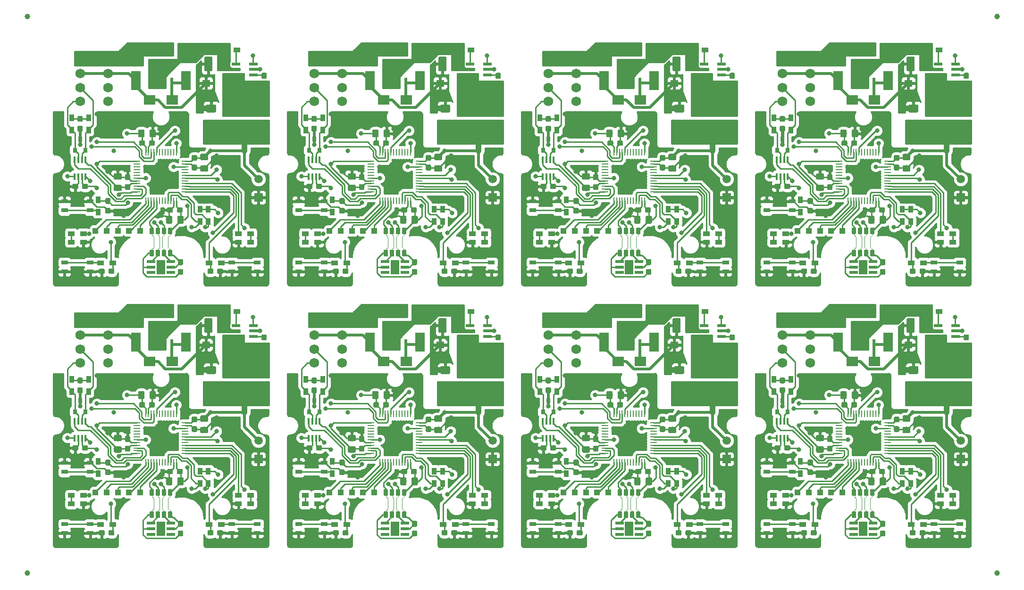
<source format=gbr>
%TF.GenerationSoftware,KiCad,Pcbnew,5.0.1-33cea8e~67~ubuntu18.04.1*%
%TF.CreationDate,2019-01-02T13:46:17+01:00*%
%TF.ProjectId,hvac-sensor-module_pcb-panel,687661632D73656E736F722D6D6F6475,1.0*%
%TF.SameCoordinates,Original*%
%TF.FileFunction,Copper,L1,Top,Signal*%
%TF.FilePolarity,Positive*%
%FSLAX46Y46*%
G04 Gerber Fmt 4.6, Leading zero omitted, Abs format (unit mm)*
G04 Created by KiCad (PCBNEW 5.0.1-33cea8e~67~ubuntu18.04.1) date Mi 02 Jan 2019 13:46:17 CET*
%MOMM*%
%LPD*%
G01*
G04 APERTURE LIST*
%ADD10R,1.400000X1.200000*%
%ADD11R,1.800000X3.500000*%
%ADD12R,1.200000X0.900000*%
%ADD13R,5.500000X3.500000*%
%ADD14R,2.000000X1.700000*%
%ADD15R,1.200000X0.800000*%
%ADD16R,0.900000X1.200000*%
%ADD17C,0.100000*%
%ADD18C,1.425000*%
%ADD19C,0.950000*%
%ADD20R,1.500000X0.600000*%
%ADD21R,1.300000X0.250000*%
%ADD22R,0.250000X1.300000*%
%ADD23R,0.800000X0.900000*%
%ADD24C,1.150000*%
%ADD25C,1.750000*%
%ADD26R,1.500000X1.500000*%
%ADD27C,1.500000*%
%ADD28R,0.600000X1.950000*%
%ADD29R,1.000000X1.000000*%
%ADD30C,0.600000*%
%ADD31R,1.600000X2.500000*%
%ADD32R,1.500000X0.500000*%
%ADD33R,0.450000X1.300000*%
%ADD34C,0.750000*%
%ADD35C,1.000000*%
%ADD36C,0.800000*%
%ADD37C,0.250000*%
%ADD38C,0.500000*%
%ADD39C,1.000000*%
%ADD40C,0.254000*%
G04 APERTURE END LIST*
D10*
X204100000Y-105000000D03*
X207900000Y-105000000D03*
X204100000Y-58000000D03*
X207900000Y-58000000D03*
X162100000Y-105000000D03*
X165900000Y-105000000D03*
X162100000Y-58000000D03*
X165900000Y-58000000D03*
X120100000Y-105000000D03*
X123900000Y-105000000D03*
X120100000Y-58000000D03*
X123900000Y-58000000D03*
X78100000Y-105000000D03*
X81900000Y-105000000D03*
D11*
X191500000Y-104500000D03*
X191500000Y-99500000D03*
X191500000Y-57500000D03*
X191500000Y-52500000D03*
X149500000Y-104500000D03*
X149500000Y-99500000D03*
X149500000Y-57500000D03*
X149500000Y-52500000D03*
X107500000Y-104500000D03*
X107500000Y-99500000D03*
X107500000Y-57500000D03*
X107500000Y-52500000D03*
X65500000Y-104500000D03*
X65500000Y-99500000D03*
X200500000Y-99500000D03*
X200500000Y-104500000D03*
X200500000Y-52500000D03*
X200500000Y-57500000D03*
X158500000Y-99500000D03*
X158500000Y-104500000D03*
X158500000Y-52500000D03*
X158500000Y-57500000D03*
X116500000Y-99500000D03*
X116500000Y-104500000D03*
X116500000Y-52500000D03*
X116500000Y-57500000D03*
X74500000Y-99500000D03*
X74500000Y-104500000D03*
D12*
X179900000Y-132000000D03*
X182100000Y-132000000D03*
X179900000Y-85000000D03*
X182100000Y-85000000D03*
X137900000Y-132000000D03*
X140100000Y-132000000D03*
X137900000Y-85000000D03*
X140100000Y-85000000D03*
X95900000Y-132000000D03*
X98100000Y-132000000D03*
X95900000Y-85000000D03*
X98100000Y-85000000D03*
X53900000Y-132000000D03*
X56100000Y-132000000D03*
X209600000Y-99000000D03*
X207400000Y-99000000D03*
X209600000Y-52000000D03*
X207400000Y-52000000D03*
X167600000Y-99000000D03*
X165400000Y-99000000D03*
X167600000Y-52000000D03*
X165400000Y-52000000D03*
X125600000Y-99000000D03*
X123400000Y-99000000D03*
X125600000Y-52000000D03*
X123400000Y-52000000D03*
X83600000Y-99000000D03*
X81400000Y-99000000D03*
X209900000Y-132000000D03*
X212100000Y-132000000D03*
X209900000Y-85000000D03*
X212100000Y-85000000D03*
X167900000Y-132000000D03*
X170100000Y-132000000D03*
X167900000Y-85000000D03*
X170100000Y-85000000D03*
X125900000Y-132000000D03*
X128100000Y-132000000D03*
X125900000Y-85000000D03*
X128100000Y-85000000D03*
X83900000Y-132000000D03*
X86100000Y-132000000D03*
D13*
X211000000Y-108400000D03*
X211000000Y-113600000D03*
X211000000Y-61400000D03*
X211000000Y-66600000D03*
X169000000Y-108400000D03*
X169000000Y-113600000D03*
X169000000Y-61400000D03*
X169000000Y-66600000D03*
X127000000Y-108400000D03*
X127000000Y-113600000D03*
X127000000Y-61400000D03*
X127000000Y-66600000D03*
X85000000Y-108400000D03*
X85000000Y-113600000D03*
D12*
X187350000Y-137250000D03*
X185150000Y-137250000D03*
X187350000Y-90250000D03*
X185150000Y-90250000D03*
X145350000Y-137250000D03*
X143150000Y-137250000D03*
X145350000Y-90250000D03*
X143150000Y-90250000D03*
X103350000Y-137250000D03*
X101150000Y-137250000D03*
X103350000Y-90250000D03*
X101150000Y-90250000D03*
X61350000Y-137250000D03*
X59150000Y-137250000D03*
X206850000Y-137250000D03*
X204650000Y-137250000D03*
X206850000Y-90250000D03*
X204650000Y-90250000D03*
X164850000Y-137250000D03*
X162650000Y-137250000D03*
X164850000Y-90250000D03*
X162650000Y-90250000D03*
X122850000Y-137250000D03*
X120650000Y-137250000D03*
X122850000Y-90250000D03*
X120650000Y-90250000D03*
X80850000Y-137250000D03*
X78650000Y-137250000D03*
D14*
X198000000Y-108000000D03*
X194000000Y-108000000D03*
X198000000Y-61000000D03*
X194000000Y-61000000D03*
X156000000Y-108000000D03*
X152000000Y-108000000D03*
X156000000Y-61000000D03*
X152000000Y-61000000D03*
X114000000Y-108000000D03*
X110000000Y-108000000D03*
X114000000Y-61000000D03*
X110000000Y-61000000D03*
X72000000Y-108000000D03*
X68000000Y-108000000D03*
D15*
X178700000Y-138800000D03*
X183300000Y-137200000D03*
X178700000Y-137200000D03*
X183300000Y-138800000D03*
X178700000Y-91800000D03*
X183300000Y-90200000D03*
X178700000Y-90200000D03*
X183300000Y-91800000D03*
X136700000Y-138800000D03*
X141300000Y-137200000D03*
X136700000Y-137200000D03*
X141300000Y-138800000D03*
X136700000Y-91800000D03*
X141300000Y-90200000D03*
X136700000Y-90200000D03*
X141300000Y-91800000D03*
X94700000Y-138800000D03*
X99300000Y-137200000D03*
X94700000Y-137200000D03*
X99300000Y-138800000D03*
X94700000Y-91800000D03*
X99300000Y-90200000D03*
X94700000Y-90200000D03*
X99300000Y-91800000D03*
X52700000Y-138800000D03*
X57300000Y-137200000D03*
X52700000Y-137200000D03*
X57300000Y-138800000D03*
D16*
X203000000Y-129850000D03*
X203000000Y-127650000D03*
X203000000Y-82850000D03*
X203000000Y-80650000D03*
X161000000Y-129850000D03*
X161000000Y-127650000D03*
X161000000Y-82850000D03*
X161000000Y-80650000D03*
X119000000Y-129850000D03*
X119000000Y-127650000D03*
X119000000Y-82850000D03*
X119000000Y-80650000D03*
X77000000Y-129850000D03*
X77000000Y-127650000D03*
D17*
G36*
X205649504Y-108801204D02*
X205673773Y-108804804D01*
X205697571Y-108810765D01*
X205720671Y-108819030D01*
X205742849Y-108829520D01*
X205763893Y-108842133D01*
X205783598Y-108856747D01*
X205801777Y-108873223D01*
X205818253Y-108891402D01*
X205832867Y-108911107D01*
X205845480Y-108932151D01*
X205855970Y-108954329D01*
X205864235Y-108977429D01*
X205870196Y-109001227D01*
X205873796Y-109025496D01*
X205875000Y-109050000D01*
X205875000Y-109975000D01*
X205873796Y-109999504D01*
X205870196Y-110023773D01*
X205864235Y-110047571D01*
X205855970Y-110070671D01*
X205845480Y-110092849D01*
X205832867Y-110113893D01*
X205818253Y-110133598D01*
X205801777Y-110151777D01*
X205783598Y-110168253D01*
X205763893Y-110182867D01*
X205742849Y-110195480D01*
X205720671Y-110205970D01*
X205697571Y-110214235D01*
X205673773Y-110220196D01*
X205649504Y-110223796D01*
X205625000Y-110225000D01*
X204375000Y-110225000D01*
X204350496Y-110223796D01*
X204326227Y-110220196D01*
X204302429Y-110214235D01*
X204279329Y-110205970D01*
X204257151Y-110195480D01*
X204236107Y-110182867D01*
X204216402Y-110168253D01*
X204198223Y-110151777D01*
X204181747Y-110133598D01*
X204167133Y-110113893D01*
X204154520Y-110092849D01*
X204144030Y-110070671D01*
X204135765Y-110047571D01*
X204129804Y-110023773D01*
X204126204Y-109999504D01*
X204125000Y-109975000D01*
X204125000Y-109050000D01*
X204126204Y-109025496D01*
X204129804Y-109001227D01*
X204135765Y-108977429D01*
X204144030Y-108954329D01*
X204154520Y-108932151D01*
X204167133Y-108911107D01*
X204181747Y-108891402D01*
X204198223Y-108873223D01*
X204216402Y-108856747D01*
X204236107Y-108842133D01*
X204257151Y-108829520D01*
X204279329Y-108819030D01*
X204302429Y-108810765D01*
X204326227Y-108804804D01*
X204350496Y-108801204D01*
X204375000Y-108800000D01*
X205625000Y-108800000D01*
X205649504Y-108801204D01*
X205649504Y-108801204D01*
G37*
D18*
X205000000Y-109512500D03*
D17*
G36*
X205649504Y-111776204D02*
X205673773Y-111779804D01*
X205697571Y-111785765D01*
X205720671Y-111794030D01*
X205742849Y-111804520D01*
X205763893Y-111817133D01*
X205783598Y-111831747D01*
X205801777Y-111848223D01*
X205818253Y-111866402D01*
X205832867Y-111886107D01*
X205845480Y-111907151D01*
X205855970Y-111929329D01*
X205864235Y-111952429D01*
X205870196Y-111976227D01*
X205873796Y-112000496D01*
X205875000Y-112025000D01*
X205875000Y-112950000D01*
X205873796Y-112974504D01*
X205870196Y-112998773D01*
X205864235Y-113022571D01*
X205855970Y-113045671D01*
X205845480Y-113067849D01*
X205832867Y-113088893D01*
X205818253Y-113108598D01*
X205801777Y-113126777D01*
X205783598Y-113143253D01*
X205763893Y-113157867D01*
X205742849Y-113170480D01*
X205720671Y-113180970D01*
X205697571Y-113189235D01*
X205673773Y-113195196D01*
X205649504Y-113198796D01*
X205625000Y-113200000D01*
X204375000Y-113200000D01*
X204350496Y-113198796D01*
X204326227Y-113195196D01*
X204302429Y-113189235D01*
X204279329Y-113180970D01*
X204257151Y-113170480D01*
X204236107Y-113157867D01*
X204216402Y-113143253D01*
X204198223Y-113126777D01*
X204181747Y-113108598D01*
X204167133Y-113088893D01*
X204154520Y-113067849D01*
X204144030Y-113045671D01*
X204135765Y-113022571D01*
X204129804Y-112998773D01*
X204126204Y-112974504D01*
X204125000Y-112950000D01*
X204125000Y-112025000D01*
X204126204Y-112000496D01*
X204129804Y-111976227D01*
X204135765Y-111952429D01*
X204144030Y-111929329D01*
X204154520Y-111907151D01*
X204167133Y-111886107D01*
X204181747Y-111866402D01*
X204198223Y-111848223D01*
X204216402Y-111831747D01*
X204236107Y-111817133D01*
X204257151Y-111804520D01*
X204279329Y-111794030D01*
X204302429Y-111785765D01*
X204326227Y-111779804D01*
X204350496Y-111776204D01*
X204375000Y-111775000D01*
X205625000Y-111775000D01*
X205649504Y-111776204D01*
X205649504Y-111776204D01*
G37*
D18*
X205000000Y-112487500D03*
D17*
G36*
X205649504Y-61801204D02*
X205673773Y-61804804D01*
X205697571Y-61810765D01*
X205720671Y-61819030D01*
X205742849Y-61829520D01*
X205763893Y-61842133D01*
X205783598Y-61856747D01*
X205801777Y-61873223D01*
X205818253Y-61891402D01*
X205832867Y-61911107D01*
X205845480Y-61932151D01*
X205855970Y-61954329D01*
X205864235Y-61977429D01*
X205870196Y-62001227D01*
X205873796Y-62025496D01*
X205875000Y-62050000D01*
X205875000Y-62975000D01*
X205873796Y-62999504D01*
X205870196Y-63023773D01*
X205864235Y-63047571D01*
X205855970Y-63070671D01*
X205845480Y-63092849D01*
X205832867Y-63113893D01*
X205818253Y-63133598D01*
X205801777Y-63151777D01*
X205783598Y-63168253D01*
X205763893Y-63182867D01*
X205742849Y-63195480D01*
X205720671Y-63205970D01*
X205697571Y-63214235D01*
X205673773Y-63220196D01*
X205649504Y-63223796D01*
X205625000Y-63225000D01*
X204375000Y-63225000D01*
X204350496Y-63223796D01*
X204326227Y-63220196D01*
X204302429Y-63214235D01*
X204279329Y-63205970D01*
X204257151Y-63195480D01*
X204236107Y-63182867D01*
X204216402Y-63168253D01*
X204198223Y-63151777D01*
X204181747Y-63133598D01*
X204167133Y-63113893D01*
X204154520Y-63092849D01*
X204144030Y-63070671D01*
X204135765Y-63047571D01*
X204129804Y-63023773D01*
X204126204Y-62999504D01*
X204125000Y-62975000D01*
X204125000Y-62050000D01*
X204126204Y-62025496D01*
X204129804Y-62001227D01*
X204135765Y-61977429D01*
X204144030Y-61954329D01*
X204154520Y-61932151D01*
X204167133Y-61911107D01*
X204181747Y-61891402D01*
X204198223Y-61873223D01*
X204216402Y-61856747D01*
X204236107Y-61842133D01*
X204257151Y-61829520D01*
X204279329Y-61819030D01*
X204302429Y-61810765D01*
X204326227Y-61804804D01*
X204350496Y-61801204D01*
X204375000Y-61800000D01*
X205625000Y-61800000D01*
X205649504Y-61801204D01*
X205649504Y-61801204D01*
G37*
D18*
X205000000Y-62512500D03*
D17*
G36*
X205649504Y-64776204D02*
X205673773Y-64779804D01*
X205697571Y-64785765D01*
X205720671Y-64794030D01*
X205742849Y-64804520D01*
X205763893Y-64817133D01*
X205783598Y-64831747D01*
X205801777Y-64848223D01*
X205818253Y-64866402D01*
X205832867Y-64886107D01*
X205845480Y-64907151D01*
X205855970Y-64929329D01*
X205864235Y-64952429D01*
X205870196Y-64976227D01*
X205873796Y-65000496D01*
X205875000Y-65025000D01*
X205875000Y-65950000D01*
X205873796Y-65974504D01*
X205870196Y-65998773D01*
X205864235Y-66022571D01*
X205855970Y-66045671D01*
X205845480Y-66067849D01*
X205832867Y-66088893D01*
X205818253Y-66108598D01*
X205801777Y-66126777D01*
X205783598Y-66143253D01*
X205763893Y-66157867D01*
X205742849Y-66170480D01*
X205720671Y-66180970D01*
X205697571Y-66189235D01*
X205673773Y-66195196D01*
X205649504Y-66198796D01*
X205625000Y-66200000D01*
X204375000Y-66200000D01*
X204350496Y-66198796D01*
X204326227Y-66195196D01*
X204302429Y-66189235D01*
X204279329Y-66180970D01*
X204257151Y-66170480D01*
X204236107Y-66157867D01*
X204216402Y-66143253D01*
X204198223Y-66126777D01*
X204181747Y-66108598D01*
X204167133Y-66088893D01*
X204154520Y-66067849D01*
X204144030Y-66045671D01*
X204135765Y-66022571D01*
X204129804Y-65998773D01*
X204126204Y-65974504D01*
X204125000Y-65950000D01*
X204125000Y-65025000D01*
X204126204Y-65000496D01*
X204129804Y-64976227D01*
X204135765Y-64952429D01*
X204144030Y-64929329D01*
X204154520Y-64907151D01*
X204167133Y-64886107D01*
X204181747Y-64866402D01*
X204198223Y-64848223D01*
X204216402Y-64831747D01*
X204236107Y-64817133D01*
X204257151Y-64804520D01*
X204279329Y-64794030D01*
X204302429Y-64785765D01*
X204326227Y-64779804D01*
X204350496Y-64776204D01*
X204375000Y-64775000D01*
X205625000Y-64775000D01*
X205649504Y-64776204D01*
X205649504Y-64776204D01*
G37*
D18*
X205000000Y-65487500D03*
D17*
G36*
X163649504Y-108801204D02*
X163673773Y-108804804D01*
X163697571Y-108810765D01*
X163720671Y-108819030D01*
X163742849Y-108829520D01*
X163763893Y-108842133D01*
X163783598Y-108856747D01*
X163801777Y-108873223D01*
X163818253Y-108891402D01*
X163832867Y-108911107D01*
X163845480Y-108932151D01*
X163855970Y-108954329D01*
X163864235Y-108977429D01*
X163870196Y-109001227D01*
X163873796Y-109025496D01*
X163875000Y-109050000D01*
X163875000Y-109975000D01*
X163873796Y-109999504D01*
X163870196Y-110023773D01*
X163864235Y-110047571D01*
X163855970Y-110070671D01*
X163845480Y-110092849D01*
X163832867Y-110113893D01*
X163818253Y-110133598D01*
X163801777Y-110151777D01*
X163783598Y-110168253D01*
X163763893Y-110182867D01*
X163742849Y-110195480D01*
X163720671Y-110205970D01*
X163697571Y-110214235D01*
X163673773Y-110220196D01*
X163649504Y-110223796D01*
X163625000Y-110225000D01*
X162375000Y-110225000D01*
X162350496Y-110223796D01*
X162326227Y-110220196D01*
X162302429Y-110214235D01*
X162279329Y-110205970D01*
X162257151Y-110195480D01*
X162236107Y-110182867D01*
X162216402Y-110168253D01*
X162198223Y-110151777D01*
X162181747Y-110133598D01*
X162167133Y-110113893D01*
X162154520Y-110092849D01*
X162144030Y-110070671D01*
X162135765Y-110047571D01*
X162129804Y-110023773D01*
X162126204Y-109999504D01*
X162125000Y-109975000D01*
X162125000Y-109050000D01*
X162126204Y-109025496D01*
X162129804Y-109001227D01*
X162135765Y-108977429D01*
X162144030Y-108954329D01*
X162154520Y-108932151D01*
X162167133Y-108911107D01*
X162181747Y-108891402D01*
X162198223Y-108873223D01*
X162216402Y-108856747D01*
X162236107Y-108842133D01*
X162257151Y-108829520D01*
X162279329Y-108819030D01*
X162302429Y-108810765D01*
X162326227Y-108804804D01*
X162350496Y-108801204D01*
X162375000Y-108800000D01*
X163625000Y-108800000D01*
X163649504Y-108801204D01*
X163649504Y-108801204D01*
G37*
D18*
X163000000Y-109512500D03*
D17*
G36*
X163649504Y-111776204D02*
X163673773Y-111779804D01*
X163697571Y-111785765D01*
X163720671Y-111794030D01*
X163742849Y-111804520D01*
X163763893Y-111817133D01*
X163783598Y-111831747D01*
X163801777Y-111848223D01*
X163818253Y-111866402D01*
X163832867Y-111886107D01*
X163845480Y-111907151D01*
X163855970Y-111929329D01*
X163864235Y-111952429D01*
X163870196Y-111976227D01*
X163873796Y-112000496D01*
X163875000Y-112025000D01*
X163875000Y-112950000D01*
X163873796Y-112974504D01*
X163870196Y-112998773D01*
X163864235Y-113022571D01*
X163855970Y-113045671D01*
X163845480Y-113067849D01*
X163832867Y-113088893D01*
X163818253Y-113108598D01*
X163801777Y-113126777D01*
X163783598Y-113143253D01*
X163763893Y-113157867D01*
X163742849Y-113170480D01*
X163720671Y-113180970D01*
X163697571Y-113189235D01*
X163673773Y-113195196D01*
X163649504Y-113198796D01*
X163625000Y-113200000D01*
X162375000Y-113200000D01*
X162350496Y-113198796D01*
X162326227Y-113195196D01*
X162302429Y-113189235D01*
X162279329Y-113180970D01*
X162257151Y-113170480D01*
X162236107Y-113157867D01*
X162216402Y-113143253D01*
X162198223Y-113126777D01*
X162181747Y-113108598D01*
X162167133Y-113088893D01*
X162154520Y-113067849D01*
X162144030Y-113045671D01*
X162135765Y-113022571D01*
X162129804Y-112998773D01*
X162126204Y-112974504D01*
X162125000Y-112950000D01*
X162125000Y-112025000D01*
X162126204Y-112000496D01*
X162129804Y-111976227D01*
X162135765Y-111952429D01*
X162144030Y-111929329D01*
X162154520Y-111907151D01*
X162167133Y-111886107D01*
X162181747Y-111866402D01*
X162198223Y-111848223D01*
X162216402Y-111831747D01*
X162236107Y-111817133D01*
X162257151Y-111804520D01*
X162279329Y-111794030D01*
X162302429Y-111785765D01*
X162326227Y-111779804D01*
X162350496Y-111776204D01*
X162375000Y-111775000D01*
X163625000Y-111775000D01*
X163649504Y-111776204D01*
X163649504Y-111776204D01*
G37*
D18*
X163000000Y-112487500D03*
D17*
G36*
X163649504Y-61801204D02*
X163673773Y-61804804D01*
X163697571Y-61810765D01*
X163720671Y-61819030D01*
X163742849Y-61829520D01*
X163763893Y-61842133D01*
X163783598Y-61856747D01*
X163801777Y-61873223D01*
X163818253Y-61891402D01*
X163832867Y-61911107D01*
X163845480Y-61932151D01*
X163855970Y-61954329D01*
X163864235Y-61977429D01*
X163870196Y-62001227D01*
X163873796Y-62025496D01*
X163875000Y-62050000D01*
X163875000Y-62975000D01*
X163873796Y-62999504D01*
X163870196Y-63023773D01*
X163864235Y-63047571D01*
X163855970Y-63070671D01*
X163845480Y-63092849D01*
X163832867Y-63113893D01*
X163818253Y-63133598D01*
X163801777Y-63151777D01*
X163783598Y-63168253D01*
X163763893Y-63182867D01*
X163742849Y-63195480D01*
X163720671Y-63205970D01*
X163697571Y-63214235D01*
X163673773Y-63220196D01*
X163649504Y-63223796D01*
X163625000Y-63225000D01*
X162375000Y-63225000D01*
X162350496Y-63223796D01*
X162326227Y-63220196D01*
X162302429Y-63214235D01*
X162279329Y-63205970D01*
X162257151Y-63195480D01*
X162236107Y-63182867D01*
X162216402Y-63168253D01*
X162198223Y-63151777D01*
X162181747Y-63133598D01*
X162167133Y-63113893D01*
X162154520Y-63092849D01*
X162144030Y-63070671D01*
X162135765Y-63047571D01*
X162129804Y-63023773D01*
X162126204Y-62999504D01*
X162125000Y-62975000D01*
X162125000Y-62050000D01*
X162126204Y-62025496D01*
X162129804Y-62001227D01*
X162135765Y-61977429D01*
X162144030Y-61954329D01*
X162154520Y-61932151D01*
X162167133Y-61911107D01*
X162181747Y-61891402D01*
X162198223Y-61873223D01*
X162216402Y-61856747D01*
X162236107Y-61842133D01*
X162257151Y-61829520D01*
X162279329Y-61819030D01*
X162302429Y-61810765D01*
X162326227Y-61804804D01*
X162350496Y-61801204D01*
X162375000Y-61800000D01*
X163625000Y-61800000D01*
X163649504Y-61801204D01*
X163649504Y-61801204D01*
G37*
D18*
X163000000Y-62512500D03*
D17*
G36*
X163649504Y-64776204D02*
X163673773Y-64779804D01*
X163697571Y-64785765D01*
X163720671Y-64794030D01*
X163742849Y-64804520D01*
X163763893Y-64817133D01*
X163783598Y-64831747D01*
X163801777Y-64848223D01*
X163818253Y-64866402D01*
X163832867Y-64886107D01*
X163845480Y-64907151D01*
X163855970Y-64929329D01*
X163864235Y-64952429D01*
X163870196Y-64976227D01*
X163873796Y-65000496D01*
X163875000Y-65025000D01*
X163875000Y-65950000D01*
X163873796Y-65974504D01*
X163870196Y-65998773D01*
X163864235Y-66022571D01*
X163855970Y-66045671D01*
X163845480Y-66067849D01*
X163832867Y-66088893D01*
X163818253Y-66108598D01*
X163801777Y-66126777D01*
X163783598Y-66143253D01*
X163763893Y-66157867D01*
X163742849Y-66170480D01*
X163720671Y-66180970D01*
X163697571Y-66189235D01*
X163673773Y-66195196D01*
X163649504Y-66198796D01*
X163625000Y-66200000D01*
X162375000Y-66200000D01*
X162350496Y-66198796D01*
X162326227Y-66195196D01*
X162302429Y-66189235D01*
X162279329Y-66180970D01*
X162257151Y-66170480D01*
X162236107Y-66157867D01*
X162216402Y-66143253D01*
X162198223Y-66126777D01*
X162181747Y-66108598D01*
X162167133Y-66088893D01*
X162154520Y-66067849D01*
X162144030Y-66045671D01*
X162135765Y-66022571D01*
X162129804Y-65998773D01*
X162126204Y-65974504D01*
X162125000Y-65950000D01*
X162125000Y-65025000D01*
X162126204Y-65000496D01*
X162129804Y-64976227D01*
X162135765Y-64952429D01*
X162144030Y-64929329D01*
X162154520Y-64907151D01*
X162167133Y-64886107D01*
X162181747Y-64866402D01*
X162198223Y-64848223D01*
X162216402Y-64831747D01*
X162236107Y-64817133D01*
X162257151Y-64804520D01*
X162279329Y-64794030D01*
X162302429Y-64785765D01*
X162326227Y-64779804D01*
X162350496Y-64776204D01*
X162375000Y-64775000D01*
X163625000Y-64775000D01*
X163649504Y-64776204D01*
X163649504Y-64776204D01*
G37*
D18*
X163000000Y-65487500D03*
D17*
G36*
X121649504Y-108801204D02*
X121673773Y-108804804D01*
X121697571Y-108810765D01*
X121720671Y-108819030D01*
X121742849Y-108829520D01*
X121763893Y-108842133D01*
X121783598Y-108856747D01*
X121801777Y-108873223D01*
X121818253Y-108891402D01*
X121832867Y-108911107D01*
X121845480Y-108932151D01*
X121855970Y-108954329D01*
X121864235Y-108977429D01*
X121870196Y-109001227D01*
X121873796Y-109025496D01*
X121875000Y-109050000D01*
X121875000Y-109975000D01*
X121873796Y-109999504D01*
X121870196Y-110023773D01*
X121864235Y-110047571D01*
X121855970Y-110070671D01*
X121845480Y-110092849D01*
X121832867Y-110113893D01*
X121818253Y-110133598D01*
X121801777Y-110151777D01*
X121783598Y-110168253D01*
X121763893Y-110182867D01*
X121742849Y-110195480D01*
X121720671Y-110205970D01*
X121697571Y-110214235D01*
X121673773Y-110220196D01*
X121649504Y-110223796D01*
X121625000Y-110225000D01*
X120375000Y-110225000D01*
X120350496Y-110223796D01*
X120326227Y-110220196D01*
X120302429Y-110214235D01*
X120279329Y-110205970D01*
X120257151Y-110195480D01*
X120236107Y-110182867D01*
X120216402Y-110168253D01*
X120198223Y-110151777D01*
X120181747Y-110133598D01*
X120167133Y-110113893D01*
X120154520Y-110092849D01*
X120144030Y-110070671D01*
X120135765Y-110047571D01*
X120129804Y-110023773D01*
X120126204Y-109999504D01*
X120125000Y-109975000D01*
X120125000Y-109050000D01*
X120126204Y-109025496D01*
X120129804Y-109001227D01*
X120135765Y-108977429D01*
X120144030Y-108954329D01*
X120154520Y-108932151D01*
X120167133Y-108911107D01*
X120181747Y-108891402D01*
X120198223Y-108873223D01*
X120216402Y-108856747D01*
X120236107Y-108842133D01*
X120257151Y-108829520D01*
X120279329Y-108819030D01*
X120302429Y-108810765D01*
X120326227Y-108804804D01*
X120350496Y-108801204D01*
X120375000Y-108800000D01*
X121625000Y-108800000D01*
X121649504Y-108801204D01*
X121649504Y-108801204D01*
G37*
D18*
X121000000Y-109512500D03*
D17*
G36*
X121649504Y-111776204D02*
X121673773Y-111779804D01*
X121697571Y-111785765D01*
X121720671Y-111794030D01*
X121742849Y-111804520D01*
X121763893Y-111817133D01*
X121783598Y-111831747D01*
X121801777Y-111848223D01*
X121818253Y-111866402D01*
X121832867Y-111886107D01*
X121845480Y-111907151D01*
X121855970Y-111929329D01*
X121864235Y-111952429D01*
X121870196Y-111976227D01*
X121873796Y-112000496D01*
X121875000Y-112025000D01*
X121875000Y-112950000D01*
X121873796Y-112974504D01*
X121870196Y-112998773D01*
X121864235Y-113022571D01*
X121855970Y-113045671D01*
X121845480Y-113067849D01*
X121832867Y-113088893D01*
X121818253Y-113108598D01*
X121801777Y-113126777D01*
X121783598Y-113143253D01*
X121763893Y-113157867D01*
X121742849Y-113170480D01*
X121720671Y-113180970D01*
X121697571Y-113189235D01*
X121673773Y-113195196D01*
X121649504Y-113198796D01*
X121625000Y-113200000D01*
X120375000Y-113200000D01*
X120350496Y-113198796D01*
X120326227Y-113195196D01*
X120302429Y-113189235D01*
X120279329Y-113180970D01*
X120257151Y-113170480D01*
X120236107Y-113157867D01*
X120216402Y-113143253D01*
X120198223Y-113126777D01*
X120181747Y-113108598D01*
X120167133Y-113088893D01*
X120154520Y-113067849D01*
X120144030Y-113045671D01*
X120135765Y-113022571D01*
X120129804Y-112998773D01*
X120126204Y-112974504D01*
X120125000Y-112950000D01*
X120125000Y-112025000D01*
X120126204Y-112000496D01*
X120129804Y-111976227D01*
X120135765Y-111952429D01*
X120144030Y-111929329D01*
X120154520Y-111907151D01*
X120167133Y-111886107D01*
X120181747Y-111866402D01*
X120198223Y-111848223D01*
X120216402Y-111831747D01*
X120236107Y-111817133D01*
X120257151Y-111804520D01*
X120279329Y-111794030D01*
X120302429Y-111785765D01*
X120326227Y-111779804D01*
X120350496Y-111776204D01*
X120375000Y-111775000D01*
X121625000Y-111775000D01*
X121649504Y-111776204D01*
X121649504Y-111776204D01*
G37*
D18*
X121000000Y-112487500D03*
D17*
G36*
X121649504Y-61801204D02*
X121673773Y-61804804D01*
X121697571Y-61810765D01*
X121720671Y-61819030D01*
X121742849Y-61829520D01*
X121763893Y-61842133D01*
X121783598Y-61856747D01*
X121801777Y-61873223D01*
X121818253Y-61891402D01*
X121832867Y-61911107D01*
X121845480Y-61932151D01*
X121855970Y-61954329D01*
X121864235Y-61977429D01*
X121870196Y-62001227D01*
X121873796Y-62025496D01*
X121875000Y-62050000D01*
X121875000Y-62975000D01*
X121873796Y-62999504D01*
X121870196Y-63023773D01*
X121864235Y-63047571D01*
X121855970Y-63070671D01*
X121845480Y-63092849D01*
X121832867Y-63113893D01*
X121818253Y-63133598D01*
X121801777Y-63151777D01*
X121783598Y-63168253D01*
X121763893Y-63182867D01*
X121742849Y-63195480D01*
X121720671Y-63205970D01*
X121697571Y-63214235D01*
X121673773Y-63220196D01*
X121649504Y-63223796D01*
X121625000Y-63225000D01*
X120375000Y-63225000D01*
X120350496Y-63223796D01*
X120326227Y-63220196D01*
X120302429Y-63214235D01*
X120279329Y-63205970D01*
X120257151Y-63195480D01*
X120236107Y-63182867D01*
X120216402Y-63168253D01*
X120198223Y-63151777D01*
X120181747Y-63133598D01*
X120167133Y-63113893D01*
X120154520Y-63092849D01*
X120144030Y-63070671D01*
X120135765Y-63047571D01*
X120129804Y-63023773D01*
X120126204Y-62999504D01*
X120125000Y-62975000D01*
X120125000Y-62050000D01*
X120126204Y-62025496D01*
X120129804Y-62001227D01*
X120135765Y-61977429D01*
X120144030Y-61954329D01*
X120154520Y-61932151D01*
X120167133Y-61911107D01*
X120181747Y-61891402D01*
X120198223Y-61873223D01*
X120216402Y-61856747D01*
X120236107Y-61842133D01*
X120257151Y-61829520D01*
X120279329Y-61819030D01*
X120302429Y-61810765D01*
X120326227Y-61804804D01*
X120350496Y-61801204D01*
X120375000Y-61800000D01*
X121625000Y-61800000D01*
X121649504Y-61801204D01*
X121649504Y-61801204D01*
G37*
D18*
X121000000Y-62512500D03*
D17*
G36*
X121649504Y-64776204D02*
X121673773Y-64779804D01*
X121697571Y-64785765D01*
X121720671Y-64794030D01*
X121742849Y-64804520D01*
X121763893Y-64817133D01*
X121783598Y-64831747D01*
X121801777Y-64848223D01*
X121818253Y-64866402D01*
X121832867Y-64886107D01*
X121845480Y-64907151D01*
X121855970Y-64929329D01*
X121864235Y-64952429D01*
X121870196Y-64976227D01*
X121873796Y-65000496D01*
X121875000Y-65025000D01*
X121875000Y-65950000D01*
X121873796Y-65974504D01*
X121870196Y-65998773D01*
X121864235Y-66022571D01*
X121855970Y-66045671D01*
X121845480Y-66067849D01*
X121832867Y-66088893D01*
X121818253Y-66108598D01*
X121801777Y-66126777D01*
X121783598Y-66143253D01*
X121763893Y-66157867D01*
X121742849Y-66170480D01*
X121720671Y-66180970D01*
X121697571Y-66189235D01*
X121673773Y-66195196D01*
X121649504Y-66198796D01*
X121625000Y-66200000D01*
X120375000Y-66200000D01*
X120350496Y-66198796D01*
X120326227Y-66195196D01*
X120302429Y-66189235D01*
X120279329Y-66180970D01*
X120257151Y-66170480D01*
X120236107Y-66157867D01*
X120216402Y-66143253D01*
X120198223Y-66126777D01*
X120181747Y-66108598D01*
X120167133Y-66088893D01*
X120154520Y-66067849D01*
X120144030Y-66045671D01*
X120135765Y-66022571D01*
X120129804Y-65998773D01*
X120126204Y-65974504D01*
X120125000Y-65950000D01*
X120125000Y-65025000D01*
X120126204Y-65000496D01*
X120129804Y-64976227D01*
X120135765Y-64952429D01*
X120144030Y-64929329D01*
X120154520Y-64907151D01*
X120167133Y-64886107D01*
X120181747Y-64866402D01*
X120198223Y-64848223D01*
X120216402Y-64831747D01*
X120236107Y-64817133D01*
X120257151Y-64804520D01*
X120279329Y-64794030D01*
X120302429Y-64785765D01*
X120326227Y-64779804D01*
X120350496Y-64776204D01*
X120375000Y-64775000D01*
X121625000Y-64775000D01*
X121649504Y-64776204D01*
X121649504Y-64776204D01*
G37*
D18*
X121000000Y-65487500D03*
D17*
G36*
X79649504Y-108801204D02*
X79673773Y-108804804D01*
X79697571Y-108810765D01*
X79720671Y-108819030D01*
X79742849Y-108829520D01*
X79763893Y-108842133D01*
X79783598Y-108856747D01*
X79801777Y-108873223D01*
X79818253Y-108891402D01*
X79832867Y-108911107D01*
X79845480Y-108932151D01*
X79855970Y-108954329D01*
X79864235Y-108977429D01*
X79870196Y-109001227D01*
X79873796Y-109025496D01*
X79875000Y-109050000D01*
X79875000Y-109975000D01*
X79873796Y-109999504D01*
X79870196Y-110023773D01*
X79864235Y-110047571D01*
X79855970Y-110070671D01*
X79845480Y-110092849D01*
X79832867Y-110113893D01*
X79818253Y-110133598D01*
X79801777Y-110151777D01*
X79783598Y-110168253D01*
X79763893Y-110182867D01*
X79742849Y-110195480D01*
X79720671Y-110205970D01*
X79697571Y-110214235D01*
X79673773Y-110220196D01*
X79649504Y-110223796D01*
X79625000Y-110225000D01*
X78375000Y-110225000D01*
X78350496Y-110223796D01*
X78326227Y-110220196D01*
X78302429Y-110214235D01*
X78279329Y-110205970D01*
X78257151Y-110195480D01*
X78236107Y-110182867D01*
X78216402Y-110168253D01*
X78198223Y-110151777D01*
X78181747Y-110133598D01*
X78167133Y-110113893D01*
X78154520Y-110092849D01*
X78144030Y-110070671D01*
X78135765Y-110047571D01*
X78129804Y-110023773D01*
X78126204Y-109999504D01*
X78125000Y-109975000D01*
X78125000Y-109050000D01*
X78126204Y-109025496D01*
X78129804Y-109001227D01*
X78135765Y-108977429D01*
X78144030Y-108954329D01*
X78154520Y-108932151D01*
X78167133Y-108911107D01*
X78181747Y-108891402D01*
X78198223Y-108873223D01*
X78216402Y-108856747D01*
X78236107Y-108842133D01*
X78257151Y-108829520D01*
X78279329Y-108819030D01*
X78302429Y-108810765D01*
X78326227Y-108804804D01*
X78350496Y-108801204D01*
X78375000Y-108800000D01*
X79625000Y-108800000D01*
X79649504Y-108801204D01*
X79649504Y-108801204D01*
G37*
D18*
X79000000Y-109512500D03*
D17*
G36*
X79649504Y-111776204D02*
X79673773Y-111779804D01*
X79697571Y-111785765D01*
X79720671Y-111794030D01*
X79742849Y-111804520D01*
X79763893Y-111817133D01*
X79783598Y-111831747D01*
X79801777Y-111848223D01*
X79818253Y-111866402D01*
X79832867Y-111886107D01*
X79845480Y-111907151D01*
X79855970Y-111929329D01*
X79864235Y-111952429D01*
X79870196Y-111976227D01*
X79873796Y-112000496D01*
X79875000Y-112025000D01*
X79875000Y-112950000D01*
X79873796Y-112974504D01*
X79870196Y-112998773D01*
X79864235Y-113022571D01*
X79855970Y-113045671D01*
X79845480Y-113067849D01*
X79832867Y-113088893D01*
X79818253Y-113108598D01*
X79801777Y-113126777D01*
X79783598Y-113143253D01*
X79763893Y-113157867D01*
X79742849Y-113170480D01*
X79720671Y-113180970D01*
X79697571Y-113189235D01*
X79673773Y-113195196D01*
X79649504Y-113198796D01*
X79625000Y-113200000D01*
X78375000Y-113200000D01*
X78350496Y-113198796D01*
X78326227Y-113195196D01*
X78302429Y-113189235D01*
X78279329Y-113180970D01*
X78257151Y-113170480D01*
X78236107Y-113157867D01*
X78216402Y-113143253D01*
X78198223Y-113126777D01*
X78181747Y-113108598D01*
X78167133Y-113088893D01*
X78154520Y-113067849D01*
X78144030Y-113045671D01*
X78135765Y-113022571D01*
X78129804Y-112998773D01*
X78126204Y-112974504D01*
X78125000Y-112950000D01*
X78125000Y-112025000D01*
X78126204Y-112000496D01*
X78129804Y-111976227D01*
X78135765Y-111952429D01*
X78144030Y-111929329D01*
X78154520Y-111907151D01*
X78167133Y-111886107D01*
X78181747Y-111866402D01*
X78198223Y-111848223D01*
X78216402Y-111831747D01*
X78236107Y-111817133D01*
X78257151Y-111804520D01*
X78279329Y-111794030D01*
X78302429Y-111785765D01*
X78326227Y-111779804D01*
X78350496Y-111776204D01*
X78375000Y-111775000D01*
X79625000Y-111775000D01*
X79649504Y-111776204D01*
X79649504Y-111776204D01*
G37*
D18*
X79000000Y-112487500D03*
D17*
G36*
X214760779Y-103101144D02*
X214783834Y-103104563D01*
X214806443Y-103110227D01*
X214828387Y-103118079D01*
X214849457Y-103128044D01*
X214869448Y-103140026D01*
X214888168Y-103153910D01*
X214905438Y-103169562D01*
X214921090Y-103186832D01*
X214934974Y-103205552D01*
X214946956Y-103225543D01*
X214956921Y-103246613D01*
X214964773Y-103268557D01*
X214970437Y-103291166D01*
X214973856Y-103314221D01*
X214975000Y-103337500D01*
X214975000Y-103912500D01*
X214973856Y-103935779D01*
X214970437Y-103958834D01*
X214964773Y-103981443D01*
X214956921Y-104003387D01*
X214946956Y-104024457D01*
X214934974Y-104044448D01*
X214921090Y-104063168D01*
X214905438Y-104080438D01*
X214888168Y-104096090D01*
X214869448Y-104109974D01*
X214849457Y-104121956D01*
X214828387Y-104131921D01*
X214806443Y-104139773D01*
X214783834Y-104145437D01*
X214760779Y-104148856D01*
X214737500Y-104150000D01*
X214262500Y-104150000D01*
X214239221Y-104148856D01*
X214216166Y-104145437D01*
X214193557Y-104139773D01*
X214171613Y-104131921D01*
X214150543Y-104121956D01*
X214130552Y-104109974D01*
X214111832Y-104096090D01*
X214094562Y-104080438D01*
X214078910Y-104063168D01*
X214065026Y-104044448D01*
X214053044Y-104024457D01*
X214043079Y-104003387D01*
X214035227Y-103981443D01*
X214029563Y-103958834D01*
X214026144Y-103935779D01*
X214025000Y-103912500D01*
X214025000Y-103337500D01*
X214026144Y-103314221D01*
X214029563Y-103291166D01*
X214035227Y-103268557D01*
X214043079Y-103246613D01*
X214053044Y-103225543D01*
X214065026Y-103205552D01*
X214078910Y-103186832D01*
X214094562Y-103169562D01*
X214111832Y-103153910D01*
X214130552Y-103140026D01*
X214150543Y-103128044D01*
X214171613Y-103118079D01*
X214193557Y-103110227D01*
X214216166Y-103104563D01*
X214239221Y-103101144D01*
X214262500Y-103100000D01*
X214737500Y-103100000D01*
X214760779Y-103101144D01*
X214760779Y-103101144D01*
G37*
D19*
X214500000Y-103625000D03*
D17*
G36*
X214760779Y-104851144D02*
X214783834Y-104854563D01*
X214806443Y-104860227D01*
X214828387Y-104868079D01*
X214849457Y-104878044D01*
X214869448Y-104890026D01*
X214888168Y-104903910D01*
X214905438Y-104919562D01*
X214921090Y-104936832D01*
X214934974Y-104955552D01*
X214946956Y-104975543D01*
X214956921Y-104996613D01*
X214964773Y-105018557D01*
X214970437Y-105041166D01*
X214973856Y-105064221D01*
X214975000Y-105087500D01*
X214975000Y-105662500D01*
X214973856Y-105685779D01*
X214970437Y-105708834D01*
X214964773Y-105731443D01*
X214956921Y-105753387D01*
X214946956Y-105774457D01*
X214934974Y-105794448D01*
X214921090Y-105813168D01*
X214905438Y-105830438D01*
X214888168Y-105846090D01*
X214869448Y-105859974D01*
X214849457Y-105871956D01*
X214828387Y-105881921D01*
X214806443Y-105889773D01*
X214783834Y-105895437D01*
X214760779Y-105898856D01*
X214737500Y-105900000D01*
X214262500Y-105900000D01*
X214239221Y-105898856D01*
X214216166Y-105895437D01*
X214193557Y-105889773D01*
X214171613Y-105881921D01*
X214150543Y-105871956D01*
X214130552Y-105859974D01*
X214111832Y-105846090D01*
X214094562Y-105830438D01*
X214078910Y-105813168D01*
X214065026Y-105794448D01*
X214053044Y-105774457D01*
X214043079Y-105753387D01*
X214035227Y-105731443D01*
X214029563Y-105708834D01*
X214026144Y-105685779D01*
X214025000Y-105662500D01*
X214025000Y-105087500D01*
X214026144Y-105064221D01*
X214029563Y-105041166D01*
X214035227Y-105018557D01*
X214043079Y-104996613D01*
X214053044Y-104975543D01*
X214065026Y-104955552D01*
X214078910Y-104936832D01*
X214094562Y-104919562D01*
X214111832Y-104903910D01*
X214130552Y-104890026D01*
X214150543Y-104878044D01*
X214171613Y-104868079D01*
X214193557Y-104860227D01*
X214216166Y-104854563D01*
X214239221Y-104851144D01*
X214262500Y-104850000D01*
X214737500Y-104850000D01*
X214760779Y-104851144D01*
X214760779Y-104851144D01*
G37*
D19*
X214500000Y-105375000D03*
D17*
G36*
X214760779Y-56101144D02*
X214783834Y-56104563D01*
X214806443Y-56110227D01*
X214828387Y-56118079D01*
X214849457Y-56128044D01*
X214869448Y-56140026D01*
X214888168Y-56153910D01*
X214905438Y-56169562D01*
X214921090Y-56186832D01*
X214934974Y-56205552D01*
X214946956Y-56225543D01*
X214956921Y-56246613D01*
X214964773Y-56268557D01*
X214970437Y-56291166D01*
X214973856Y-56314221D01*
X214975000Y-56337500D01*
X214975000Y-56912500D01*
X214973856Y-56935779D01*
X214970437Y-56958834D01*
X214964773Y-56981443D01*
X214956921Y-57003387D01*
X214946956Y-57024457D01*
X214934974Y-57044448D01*
X214921090Y-57063168D01*
X214905438Y-57080438D01*
X214888168Y-57096090D01*
X214869448Y-57109974D01*
X214849457Y-57121956D01*
X214828387Y-57131921D01*
X214806443Y-57139773D01*
X214783834Y-57145437D01*
X214760779Y-57148856D01*
X214737500Y-57150000D01*
X214262500Y-57150000D01*
X214239221Y-57148856D01*
X214216166Y-57145437D01*
X214193557Y-57139773D01*
X214171613Y-57131921D01*
X214150543Y-57121956D01*
X214130552Y-57109974D01*
X214111832Y-57096090D01*
X214094562Y-57080438D01*
X214078910Y-57063168D01*
X214065026Y-57044448D01*
X214053044Y-57024457D01*
X214043079Y-57003387D01*
X214035227Y-56981443D01*
X214029563Y-56958834D01*
X214026144Y-56935779D01*
X214025000Y-56912500D01*
X214025000Y-56337500D01*
X214026144Y-56314221D01*
X214029563Y-56291166D01*
X214035227Y-56268557D01*
X214043079Y-56246613D01*
X214053044Y-56225543D01*
X214065026Y-56205552D01*
X214078910Y-56186832D01*
X214094562Y-56169562D01*
X214111832Y-56153910D01*
X214130552Y-56140026D01*
X214150543Y-56128044D01*
X214171613Y-56118079D01*
X214193557Y-56110227D01*
X214216166Y-56104563D01*
X214239221Y-56101144D01*
X214262500Y-56100000D01*
X214737500Y-56100000D01*
X214760779Y-56101144D01*
X214760779Y-56101144D01*
G37*
D19*
X214500000Y-56625000D03*
D17*
G36*
X214760779Y-57851144D02*
X214783834Y-57854563D01*
X214806443Y-57860227D01*
X214828387Y-57868079D01*
X214849457Y-57878044D01*
X214869448Y-57890026D01*
X214888168Y-57903910D01*
X214905438Y-57919562D01*
X214921090Y-57936832D01*
X214934974Y-57955552D01*
X214946956Y-57975543D01*
X214956921Y-57996613D01*
X214964773Y-58018557D01*
X214970437Y-58041166D01*
X214973856Y-58064221D01*
X214975000Y-58087500D01*
X214975000Y-58662500D01*
X214973856Y-58685779D01*
X214970437Y-58708834D01*
X214964773Y-58731443D01*
X214956921Y-58753387D01*
X214946956Y-58774457D01*
X214934974Y-58794448D01*
X214921090Y-58813168D01*
X214905438Y-58830438D01*
X214888168Y-58846090D01*
X214869448Y-58859974D01*
X214849457Y-58871956D01*
X214828387Y-58881921D01*
X214806443Y-58889773D01*
X214783834Y-58895437D01*
X214760779Y-58898856D01*
X214737500Y-58900000D01*
X214262500Y-58900000D01*
X214239221Y-58898856D01*
X214216166Y-58895437D01*
X214193557Y-58889773D01*
X214171613Y-58881921D01*
X214150543Y-58871956D01*
X214130552Y-58859974D01*
X214111832Y-58846090D01*
X214094562Y-58830438D01*
X214078910Y-58813168D01*
X214065026Y-58794448D01*
X214053044Y-58774457D01*
X214043079Y-58753387D01*
X214035227Y-58731443D01*
X214029563Y-58708834D01*
X214026144Y-58685779D01*
X214025000Y-58662500D01*
X214025000Y-58087500D01*
X214026144Y-58064221D01*
X214029563Y-58041166D01*
X214035227Y-58018557D01*
X214043079Y-57996613D01*
X214053044Y-57975543D01*
X214065026Y-57955552D01*
X214078910Y-57936832D01*
X214094562Y-57919562D01*
X214111832Y-57903910D01*
X214130552Y-57890026D01*
X214150543Y-57878044D01*
X214171613Y-57868079D01*
X214193557Y-57860227D01*
X214216166Y-57854563D01*
X214239221Y-57851144D01*
X214262500Y-57850000D01*
X214737500Y-57850000D01*
X214760779Y-57851144D01*
X214760779Y-57851144D01*
G37*
D19*
X214500000Y-58375000D03*
D17*
G36*
X172760779Y-103101144D02*
X172783834Y-103104563D01*
X172806443Y-103110227D01*
X172828387Y-103118079D01*
X172849457Y-103128044D01*
X172869448Y-103140026D01*
X172888168Y-103153910D01*
X172905438Y-103169562D01*
X172921090Y-103186832D01*
X172934974Y-103205552D01*
X172946956Y-103225543D01*
X172956921Y-103246613D01*
X172964773Y-103268557D01*
X172970437Y-103291166D01*
X172973856Y-103314221D01*
X172975000Y-103337500D01*
X172975000Y-103912500D01*
X172973856Y-103935779D01*
X172970437Y-103958834D01*
X172964773Y-103981443D01*
X172956921Y-104003387D01*
X172946956Y-104024457D01*
X172934974Y-104044448D01*
X172921090Y-104063168D01*
X172905438Y-104080438D01*
X172888168Y-104096090D01*
X172869448Y-104109974D01*
X172849457Y-104121956D01*
X172828387Y-104131921D01*
X172806443Y-104139773D01*
X172783834Y-104145437D01*
X172760779Y-104148856D01*
X172737500Y-104150000D01*
X172262500Y-104150000D01*
X172239221Y-104148856D01*
X172216166Y-104145437D01*
X172193557Y-104139773D01*
X172171613Y-104131921D01*
X172150543Y-104121956D01*
X172130552Y-104109974D01*
X172111832Y-104096090D01*
X172094562Y-104080438D01*
X172078910Y-104063168D01*
X172065026Y-104044448D01*
X172053044Y-104024457D01*
X172043079Y-104003387D01*
X172035227Y-103981443D01*
X172029563Y-103958834D01*
X172026144Y-103935779D01*
X172025000Y-103912500D01*
X172025000Y-103337500D01*
X172026144Y-103314221D01*
X172029563Y-103291166D01*
X172035227Y-103268557D01*
X172043079Y-103246613D01*
X172053044Y-103225543D01*
X172065026Y-103205552D01*
X172078910Y-103186832D01*
X172094562Y-103169562D01*
X172111832Y-103153910D01*
X172130552Y-103140026D01*
X172150543Y-103128044D01*
X172171613Y-103118079D01*
X172193557Y-103110227D01*
X172216166Y-103104563D01*
X172239221Y-103101144D01*
X172262500Y-103100000D01*
X172737500Y-103100000D01*
X172760779Y-103101144D01*
X172760779Y-103101144D01*
G37*
D19*
X172500000Y-103625000D03*
D17*
G36*
X172760779Y-104851144D02*
X172783834Y-104854563D01*
X172806443Y-104860227D01*
X172828387Y-104868079D01*
X172849457Y-104878044D01*
X172869448Y-104890026D01*
X172888168Y-104903910D01*
X172905438Y-104919562D01*
X172921090Y-104936832D01*
X172934974Y-104955552D01*
X172946956Y-104975543D01*
X172956921Y-104996613D01*
X172964773Y-105018557D01*
X172970437Y-105041166D01*
X172973856Y-105064221D01*
X172975000Y-105087500D01*
X172975000Y-105662500D01*
X172973856Y-105685779D01*
X172970437Y-105708834D01*
X172964773Y-105731443D01*
X172956921Y-105753387D01*
X172946956Y-105774457D01*
X172934974Y-105794448D01*
X172921090Y-105813168D01*
X172905438Y-105830438D01*
X172888168Y-105846090D01*
X172869448Y-105859974D01*
X172849457Y-105871956D01*
X172828387Y-105881921D01*
X172806443Y-105889773D01*
X172783834Y-105895437D01*
X172760779Y-105898856D01*
X172737500Y-105900000D01*
X172262500Y-105900000D01*
X172239221Y-105898856D01*
X172216166Y-105895437D01*
X172193557Y-105889773D01*
X172171613Y-105881921D01*
X172150543Y-105871956D01*
X172130552Y-105859974D01*
X172111832Y-105846090D01*
X172094562Y-105830438D01*
X172078910Y-105813168D01*
X172065026Y-105794448D01*
X172053044Y-105774457D01*
X172043079Y-105753387D01*
X172035227Y-105731443D01*
X172029563Y-105708834D01*
X172026144Y-105685779D01*
X172025000Y-105662500D01*
X172025000Y-105087500D01*
X172026144Y-105064221D01*
X172029563Y-105041166D01*
X172035227Y-105018557D01*
X172043079Y-104996613D01*
X172053044Y-104975543D01*
X172065026Y-104955552D01*
X172078910Y-104936832D01*
X172094562Y-104919562D01*
X172111832Y-104903910D01*
X172130552Y-104890026D01*
X172150543Y-104878044D01*
X172171613Y-104868079D01*
X172193557Y-104860227D01*
X172216166Y-104854563D01*
X172239221Y-104851144D01*
X172262500Y-104850000D01*
X172737500Y-104850000D01*
X172760779Y-104851144D01*
X172760779Y-104851144D01*
G37*
D19*
X172500000Y-105375000D03*
D17*
G36*
X172760779Y-56101144D02*
X172783834Y-56104563D01*
X172806443Y-56110227D01*
X172828387Y-56118079D01*
X172849457Y-56128044D01*
X172869448Y-56140026D01*
X172888168Y-56153910D01*
X172905438Y-56169562D01*
X172921090Y-56186832D01*
X172934974Y-56205552D01*
X172946956Y-56225543D01*
X172956921Y-56246613D01*
X172964773Y-56268557D01*
X172970437Y-56291166D01*
X172973856Y-56314221D01*
X172975000Y-56337500D01*
X172975000Y-56912500D01*
X172973856Y-56935779D01*
X172970437Y-56958834D01*
X172964773Y-56981443D01*
X172956921Y-57003387D01*
X172946956Y-57024457D01*
X172934974Y-57044448D01*
X172921090Y-57063168D01*
X172905438Y-57080438D01*
X172888168Y-57096090D01*
X172869448Y-57109974D01*
X172849457Y-57121956D01*
X172828387Y-57131921D01*
X172806443Y-57139773D01*
X172783834Y-57145437D01*
X172760779Y-57148856D01*
X172737500Y-57150000D01*
X172262500Y-57150000D01*
X172239221Y-57148856D01*
X172216166Y-57145437D01*
X172193557Y-57139773D01*
X172171613Y-57131921D01*
X172150543Y-57121956D01*
X172130552Y-57109974D01*
X172111832Y-57096090D01*
X172094562Y-57080438D01*
X172078910Y-57063168D01*
X172065026Y-57044448D01*
X172053044Y-57024457D01*
X172043079Y-57003387D01*
X172035227Y-56981443D01*
X172029563Y-56958834D01*
X172026144Y-56935779D01*
X172025000Y-56912500D01*
X172025000Y-56337500D01*
X172026144Y-56314221D01*
X172029563Y-56291166D01*
X172035227Y-56268557D01*
X172043079Y-56246613D01*
X172053044Y-56225543D01*
X172065026Y-56205552D01*
X172078910Y-56186832D01*
X172094562Y-56169562D01*
X172111832Y-56153910D01*
X172130552Y-56140026D01*
X172150543Y-56128044D01*
X172171613Y-56118079D01*
X172193557Y-56110227D01*
X172216166Y-56104563D01*
X172239221Y-56101144D01*
X172262500Y-56100000D01*
X172737500Y-56100000D01*
X172760779Y-56101144D01*
X172760779Y-56101144D01*
G37*
D19*
X172500000Y-56625000D03*
D17*
G36*
X172760779Y-57851144D02*
X172783834Y-57854563D01*
X172806443Y-57860227D01*
X172828387Y-57868079D01*
X172849457Y-57878044D01*
X172869448Y-57890026D01*
X172888168Y-57903910D01*
X172905438Y-57919562D01*
X172921090Y-57936832D01*
X172934974Y-57955552D01*
X172946956Y-57975543D01*
X172956921Y-57996613D01*
X172964773Y-58018557D01*
X172970437Y-58041166D01*
X172973856Y-58064221D01*
X172975000Y-58087500D01*
X172975000Y-58662500D01*
X172973856Y-58685779D01*
X172970437Y-58708834D01*
X172964773Y-58731443D01*
X172956921Y-58753387D01*
X172946956Y-58774457D01*
X172934974Y-58794448D01*
X172921090Y-58813168D01*
X172905438Y-58830438D01*
X172888168Y-58846090D01*
X172869448Y-58859974D01*
X172849457Y-58871956D01*
X172828387Y-58881921D01*
X172806443Y-58889773D01*
X172783834Y-58895437D01*
X172760779Y-58898856D01*
X172737500Y-58900000D01*
X172262500Y-58900000D01*
X172239221Y-58898856D01*
X172216166Y-58895437D01*
X172193557Y-58889773D01*
X172171613Y-58881921D01*
X172150543Y-58871956D01*
X172130552Y-58859974D01*
X172111832Y-58846090D01*
X172094562Y-58830438D01*
X172078910Y-58813168D01*
X172065026Y-58794448D01*
X172053044Y-58774457D01*
X172043079Y-58753387D01*
X172035227Y-58731443D01*
X172029563Y-58708834D01*
X172026144Y-58685779D01*
X172025000Y-58662500D01*
X172025000Y-58087500D01*
X172026144Y-58064221D01*
X172029563Y-58041166D01*
X172035227Y-58018557D01*
X172043079Y-57996613D01*
X172053044Y-57975543D01*
X172065026Y-57955552D01*
X172078910Y-57936832D01*
X172094562Y-57919562D01*
X172111832Y-57903910D01*
X172130552Y-57890026D01*
X172150543Y-57878044D01*
X172171613Y-57868079D01*
X172193557Y-57860227D01*
X172216166Y-57854563D01*
X172239221Y-57851144D01*
X172262500Y-57850000D01*
X172737500Y-57850000D01*
X172760779Y-57851144D01*
X172760779Y-57851144D01*
G37*
D19*
X172500000Y-58375000D03*
D17*
G36*
X130760779Y-103101144D02*
X130783834Y-103104563D01*
X130806443Y-103110227D01*
X130828387Y-103118079D01*
X130849457Y-103128044D01*
X130869448Y-103140026D01*
X130888168Y-103153910D01*
X130905438Y-103169562D01*
X130921090Y-103186832D01*
X130934974Y-103205552D01*
X130946956Y-103225543D01*
X130956921Y-103246613D01*
X130964773Y-103268557D01*
X130970437Y-103291166D01*
X130973856Y-103314221D01*
X130975000Y-103337500D01*
X130975000Y-103912500D01*
X130973856Y-103935779D01*
X130970437Y-103958834D01*
X130964773Y-103981443D01*
X130956921Y-104003387D01*
X130946956Y-104024457D01*
X130934974Y-104044448D01*
X130921090Y-104063168D01*
X130905438Y-104080438D01*
X130888168Y-104096090D01*
X130869448Y-104109974D01*
X130849457Y-104121956D01*
X130828387Y-104131921D01*
X130806443Y-104139773D01*
X130783834Y-104145437D01*
X130760779Y-104148856D01*
X130737500Y-104150000D01*
X130262500Y-104150000D01*
X130239221Y-104148856D01*
X130216166Y-104145437D01*
X130193557Y-104139773D01*
X130171613Y-104131921D01*
X130150543Y-104121956D01*
X130130552Y-104109974D01*
X130111832Y-104096090D01*
X130094562Y-104080438D01*
X130078910Y-104063168D01*
X130065026Y-104044448D01*
X130053044Y-104024457D01*
X130043079Y-104003387D01*
X130035227Y-103981443D01*
X130029563Y-103958834D01*
X130026144Y-103935779D01*
X130025000Y-103912500D01*
X130025000Y-103337500D01*
X130026144Y-103314221D01*
X130029563Y-103291166D01*
X130035227Y-103268557D01*
X130043079Y-103246613D01*
X130053044Y-103225543D01*
X130065026Y-103205552D01*
X130078910Y-103186832D01*
X130094562Y-103169562D01*
X130111832Y-103153910D01*
X130130552Y-103140026D01*
X130150543Y-103128044D01*
X130171613Y-103118079D01*
X130193557Y-103110227D01*
X130216166Y-103104563D01*
X130239221Y-103101144D01*
X130262500Y-103100000D01*
X130737500Y-103100000D01*
X130760779Y-103101144D01*
X130760779Y-103101144D01*
G37*
D19*
X130500000Y-103625000D03*
D17*
G36*
X130760779Y-104851144D02*
X130783834Y-104854563D01*
X130806443Y-104860227D01*
X130828387Y-104868079D01*
X130849457Y-104878044D01*
X130869448Y-104890026D01*
X130888168Y-104903910D01*
X130905438Y-104919562D01*
X130921090Y-104936832D01*
X130934974Y-104955552D01*
X130946956Y-104975543D01*
X130956921Y-104996613D01*
X130964773Y-105018557D01*
X130970437Y-105041166D01*
X130973856Y-105064221D01*
X130975000Y-105087500D01*
X130975000Y-105662500D01*
X130973856Y-105685779D01*
X130970437Y-105708834D01*
X130964773Y-105731443D01*
X130956921Y-105753387D01*
X130946956Y-105774457D01*
X130934974Y-105794448D01*
X130921090Y-105813168D01*
X130905438Y-105830438D01*
X130888168Y-105846090D01*
X130869448Y-105859974D01*
X130849457Y-105871956D01*
X130828387Y-105881921D01*
X130806443Y-105889773D01*
X130783834Y-105895437D01*
X130760779Y-105898856D01*
X130737500Y-105900000D01*
X130262500Y-105900000D01*
X130239221Y-105898856D01*
X130216166Y-105895437D01*
X130193557Y-105889773D01*
X130171613Y-105881921D01*
X130150543Y-105871956D01*
X130130552Y-105859974D01*
X130111832Y-105846090D01*
X130094562Y-105830438D01*
X130078910Y-105813168D01*
X130065026Y-105794448D01*
X130053044Y-105774457D01*
X130043079Y-105753387D01*
X130035227Y-105731443D01*
X130029563Y-105708834D01*
X130026144Y-105685779D01*
X130025000Y-105662500D01*
X130025000Y-105087500D01*
X130026144Y-105064221D01*
X130029563Y-105041166D01*
X130035227Y-105018557D01*
X130043079Y-104996613D01*
X130053044Y-104975543D01*
X130065026Y-104955552D01*
X130078910Y-104936832D01*
X130094562Y-104919562D01*
X130111832Y-104903910D01*
X130130552Y-104890026D01*
X130150543Y-104878044D01*
X130171613Y-104868079D01*
X130193557Y-104860227D01*
X130216166Y-104854563D01*
X130239221Y-104851144D01*
X130262500Y-104850000D01*
X130737500Y-104850000D01*
X130760779Y-104851144D01*
X130760779Y-104851144D01*
G37*
D19*
X130500000Y-105375000D03*
D17*
G36*
X130760779Y-56101144D02*
X130783834Y-56104563D01*
X130806443Y-56110227D01*
X130828387Y-56118079D01*
X130849457Y-56128044D01*
X130869448Y-56140026D01*
X130888168Y-56153910D01*
X130905438Y-56169562D01*
X130921090Y-56186832D01*
X130934974Y-56205552D01*
X130946956Y-56225543D01*
X130956921Y-56246613D01*
X130964773Y-56268557D01*
X130970437Y-56291166D01*
X130973856Y-56314221D01*
X130975000Y-56337500D01*
X130975000Y-56912500D01*
X130973856Y-56935779D01*
X130970437Y-56958834D01*
X130964773Y-56981443D01*
X130956921Y-57003387D01*
X130946956Y-57024457D01*
X130934974Y-57044448D01*
X130921090Y-57063168D01*
X130905438Y-57080438D01*
X130888168Y-57096090D01*
X130869448Y-57109974D01*
X130849457Y-57121956D01*
X130828387Y-57131921D01*
X130806443Y-57139773D01*
X130783834Y-57145437D01*
X130760779Y-57148856D01*
X130737500Y-57150000D01*
X130262500Y-57150000D01*
X130239221Y-57148856D01*
X130216166Y-57145437D01*
X130193557Y-57139773D01*
X130171613Y-57131921D01*
X130150543Y-57121956D01*
X130130552Y-57109974D01*
X130111832Y-57096090D01*
X130094562Y-57080438D01*
X130078910Y-57063168D01*
X130065026Y-57044448D01*
X130053044Y-57024457D01*
X130043079Y-57003387D01*
X130035227Y-56981443D01*
X130029563Y-56958834D01*
X130026144Y-56935779D01*
X130025000Y-56912500D01*
X130025000Y-56337500D01*
X130026144Y-56314221D01*
X130029563Y-56291166D01*
X130035227Y-56268557D01*
X130043079Y-56246613D01*
X130053044Y-56225543D01*
X130065026Y-56205552D01*
X130078910Y-56186832D01*
X130094562Y-56169562D01*
X130111832Y-56153910D01*
X130130552Y-56140026D01*
X130150543Y-56128044D01*
X130171613Y-56118079D01*
X130193557Y-56110227D01*
X130216166Y-56104563D01*
X130239221Y-56101144D01*
X130262500Y-56100000D01*
X130737500Y-56100000D01*
X130760779Y-56101144D01*
X130760779Y-56101144D01*
G37*
D19*
X130500000Y-56625000D03*
D17*
G36*
X130760779Y-57851144D02*
X130783834Y-57854563D01*
X130806443Y-57860227D01*
X130828387Y-57868079D01*
X130849457Y-57878044D01*
X130869448Y-57890026D01*
X130888168Y-57903910D01*
X130905438Y-57919562D01*
X130921090Y-57936832D01*
X130934974Y-57955552D01*
X130946956Y-57975543D01*
X130956921Y-57996613D01*
X130964773Y-58018557D01*
X130970437Y-58041166D01*
X130973856Y-58064221D01*
X130975000Y-58087500D01*
X130975000Y-58662500D01*
X130973856Y-58685779D01*
X130970437Y-58708834D01*
X130964773Y-58731443D01*
X130956921Y-58753387D01*
X130946956Y-58774457D01*
X130934974Y-58794448D01*
X130921090Y-58813168D01*
X130905438Y-58830438D01*
X130888168Y-58846090D01*
X130869448Y-58859974D01*
X130849457Y-58871956D01*
X130828387Y-58881921D01*
X130806443Y-58889773D01*
X130783834Y-58895437D01*
X130760779Y-58898856D01*
X130737500Y-58900000D01*
X130262500Y-58900000D01*
X130239221Y-58898856D01*
X130216166Y-58895437D01*
X130193557Y-58889773D01*
X130171613Y-58881921D01*
X130150543Y-58871956D01*
X130130552Y-58859974D01*
X130111832Y-58846090D01*
X130094562Y-58830438D01*
X130078910Y-58813168D01*
X130065026Y-58794448D01*
X130053044Y-58774457D01*
X130043079Y-58753387D01*
X130035227Y-58731443D01*
X130029563Y-58708834D01*
X130026144Y-58685779D01*
X130025000Y-58662500D01*
X130025000Y-58087500D01*
X130026144Y-58064221D01*
X130029563Y-58041166D01*
X130035227Y-58018557D01*
X130043079Y-57996613D01*
X130053044Y-57975543D01*
X130065026Y-57955552D01*
X130078910Y-57936832D01*
X130094562Y-57919562D01*
X130111832Y-57903910D01*
X130130552Y-57890026D01*
X130150543Y-57878044D01*
X130171613Y-57868079D01*
X130193557Y-57860227D01*
X130216166Y-57854563D01*
X130239221Y-57851144D01*
X130262500Y-57850000D01*
X130737500Y-57850000D01*
X130760779Y-57851144D01*
X130760779Y-57851144D01*
G37*
D19*
X130500000Y-58375000D03*
D17*
G36*
X88760779Y-103101144D02*
X88783834Y-103104563D01*
X88806443Y-103110227D01*
X88828387Y-103118079D01*
X88849457Y-103128044D01*
X88869448Y-103140026D01*
X88888168Y-103153910D01*
X88905438Y-103169562D01*
X88921090Y-103186832D01*
X88934974Y-103205552D01*
X88946956Y-103225543D01*
X88956921Y-103246613D01*
X88964773Y-103268557D01*
X88970437Y-103291166D01*
X88973856Y-103314221D01*
X88975000Y-103337500D01*
X88975000Y-103912500D01*
X88973856Y-103935779D01*
X88970437Y-103958834D01*
X88964773Y-103981443D01*
X88956921Y-104003387D01*
X88946956Y-104024457D01*
X88934974Y-104044448D01*
X88921090Y-104063168D01*
X88905438Y-104080438D01*
X88888168Y-104096090D01*
X88869448Y-104109974D01*
X88849457Y-104121956D01*
X88828387Y-104131921D01*
X88806443Y-104139773D01*
X88783834Y-104145437D01*
X88760779Y-104148856D01*
X88737500Y-104150000D01*
X88262500Y-104150000D01*
X88239221Y-104148856D01*
X88216166Y-104145437D01*
X88193557Y-104139773D01*
X88171613Y-104131921D01*
X88150543Y-104121956D01*
X88130552Y-104109974D01*
X88111832Y-104096090D01*
X88094562Y-104080438D01*
X88078910Y-104063168D01*
X88065026Y-104044448D01*
X88053044Y-104024457D01*
X88043079Y-104003387D01*
X88035227Y-103981443D01*
X88029563Y-103958834D01*
X88026144Y-103935779D01*
X88025000Y-103912500D01*
X88025000Y-103337500D01*
X88026144Y-103314221D01*
X88029563Y-103291166D01*
X88035227Y-103268557D01*
X88043079Y-103246613D01*
X88053044Y-103225543D01*
X88065026Y-103205552D01*
X88078910Y-103186832D01*
X88094562Y-103169562D01*
X88111832Y-103153910D01*
X88130552Y-103140026D01*
X88150543Y-103128044D01*
X88171613Y-103118079D01*
X88193557Y-103110227D01*
X88216166Y-103104563D01*
X88239221Y-103101144D01*
X88262500Y-103100000D01*
X88737500Y-103100000D01*
X88760779Y-103101144D01*
X88760779Y-103101144D01*
G37*
D19*
X88500000Y-103625000D03*
D17*
G36*
X88760779Y-104851144D02*
X88783834Y-104854563D01*
X88806443Y-104860227D01*
X88828387Y-104868079D01*
X88849457Y-104878044D01*
X88869448Y-104890026D01*
X88888168Y-104903910D01*
X88905438Y-104919562D01*
X88921090Y-104936832D01*
X88934974Y-104955552D01*
X88946956Y-104975543D01*
X88956921Y-104996613D01*
X88964773Y-105018557D01*
X88970437Y-105041166D01*
X88973856Y-105064221D01*
X88975000Y-105087500D01*
X88975000Y-105662500D01*
X88973856Y-105685779D01*
X88970437Y-105708834D01*
X88964773Y-105731443D01*
X88956921Y-105753387D01*
X88946956Y-105774457D01*
X88934974Y-105794448D01*
X88921090Y-105813168D01*
X88905438Y-105830438D01*
X88888168Y-105846090D01*
X88869448Y-105859974D01*
X88849457Y-105871956D01*
X88828387Y-105881921D01*
X88806443Y-105889773D01*
X88783834Y-105895437D01*
X88760779Y-105898856D01*
X88737500Y-105900000D01*
X88262500Y-105900000D01*
X88239221Y-105898856D01*
X88216166Y-105895437D01*
X88193557Y-105889773D01*
X88171613Y-105881921D01*
X88150543Y-105871956D01*
X88130552Y-105859974D01*
X88111832Y-105846090D01*
X88094562Y-105830438D01*
X88078910Y-105813168D01*
X88065026Y-105794448D01*
X88053044Y-105774457D01*
X88043079Y-105753387D01*
X88035227Y-105731443D01*
X88029563Y-105708834D01*
X88026144Y-105685779D01*
X88025000Y-105662500D01*
X88025000Y-105087500D01*
X88026144Y-105064221D01*
X88029563Y-105041166D01*
X88035227Y-105018557D01*
X88043079Y-104996613D01*
X88053044Y-104975543D01*
X88065026Y-104955552D01*
X88078910Y-104936832D01*
X88094562Y-104919562D01*
X88111832Y-104903910D01*
X88130552Y-104890026D01*
X88150543Y-104878044D01*
X88171613Y-104868079D01*
X88193557Y-104860227D01*
X88216166Y-104854563D01*
X88239221Y-104851144D01*
X88262500Y-104850000D01*
X88737500Y-104850000D01*
X88760779Y-104851144D01*
X88760779Y-104851144D01*
G37*
D19*
X88500000Y-105375000D03*
D20*
X212550000Y-103450000D03*
X212550000Y-102500000D03*
X212550000Y-101550000D03*
X209450000Y-103450000D03*
X209450000Y-102500000D03*
X209450000Y-101550000D03*
X212550000Y-56450000D03*
X212550000Y-55500000D03*
X212550000Y-54550000D03*
X209450000Y-56450000D03*
X209450000Y-55500000D03*
X209450000Y-54550000D03*
X170550000Y-103450000D03*
X170550000Y-102500000D03*
X170550000Y-101550000D03*
X167450000Y-103450000D03*
X167450000Y-102500000D03*
X167450000Y-101550000D03*
X170550000Y-56450000D03*
X170550000Y-55500000D03*
X170550000Y-54550000D03*
X167450000Y-56450000D03*
X167450000Y-55500000D03*
X167450000Y-54550000D03*
X128550000Y-103450000D03*
X128550000Y-102500000D03*
X128550000Y-101550000D03*
X125450000Y-103450000D03*
X125450000Y-102500000D03*
X125450000Y-101550000D03*
X128550000Y-56450000D03*
X128550000Y-55500000D03*
X128550000Y-54550000D03*
X125450000Y-56450000D03*
X125450000Y-55500000D03*
X125450000Y-54550000D03*
X86550000Y-103450000D03*
X86550000Y-102500000D03*
X86550000Y-101550000D03*
X83450000Y-103450000D03*
X83450000Y-102500000D03*
X83450000Y-101550000D03*
D17*
G36*
X204999504Y-100176204D02*
X205023773Y-100179804D01*
X205047571Y-100185765D01*
X205070671Y-100194030D01*
X205092849Y-100204520D01*
X205113893Y-100217133D01*
X205133598Y-100231747D01*
X205151777Y-100248223D01*
X205168253Y-100266402D01*
X205182867Y-100286107D01*
X205195480Y-100307151D01*
X205205970Y-100329329D01*
X205214235Y-100352429D01*
X205220196Y-100376227D01*
X205223796Y-100400496D01*
X205225000Y-100425000D01*
X205225000Y-102575000D01*
X205223796Y-102599504D01*
X205220196Y-102623773D01*
X205214235Y-102647571D01*
X205205970Y-102670671D01*
X205195480Y-102692849D01*
X205182867Y-102713893D01*
X205168253Y-102733598D01*
X205151777Y-102751777D01*
X205133598Y-102768253D01*
X205113893Y-102782867D01*
X205092849Y-102795480D01*
X205070671Y-102805970D01*
X205047571Y-102814235D01*
X205023773Y-102820196D01*
X204999504Y-102823796D01*
X204975000Y-102825000D01*
X204050000Y-102825000D01*
X204025496Y-102823796D01*
X204001227Y-102820196D01*
X203977429Y-102814235D01*
X203954329Y-102805970D01*
X203932151Y-102795480D01*
X203911107Y-102782867D01*
X203891402Y-102768253D01*
X203873223Y-102751777D01*
X203856747Y-102733598D01*
X203842133Y-102713893D01*
X203829520Y-102692849D01*
X203819030Y-102670671D01*
X203810765Y-102647571D01*
X203804804Y-102623773D01*
X203801204Y-102599504D01*
X203800000Y-102575000D01*
X203800000Y-100425000D01*
X203801204Y-100400496D01*
X203804804Y-100376227D01*
X203810765Y-100352429D01*
X203819030Y-100329329D01*
X203829520Y-100307151D01*
X203842133Y-100286107D01*
X203856747Y-100266402D01*
X203873223Y-100248223D01*
X203891402Y-100231747D01*
X203911107Y-100217133D01*
X203932151Y-100204520D01*
X203954329Y-100194030D01*
X203977429Y-100185765D01*
X204001227Y-100179804D01*
X204025496Y-100176204D01*
X204050000Y-100175000D01*
X204975000Y-100175000D01*
X204999504Y-100176204D01*
X204999504Y-100176204D01*
G37*
D18*
X204512500Y-101500000D03*
D17*
G36*
X207974504Y-100176204D02*
X207998773Y-100179804D01*
X208022571Y-100185765D01*
X208045671Y-100194030D01*
X208067849Y-100204520D01*
X208088893Y-100217133D01*
X208108598Y-100231747D01*
X208126777Y-100248223D01*
X208143253Y-100266402D01*
X208157867Y-100286107D01*
X208170480Y-100307151D01*
X208180970Y-100329329D01*
X208189235Y-100352429D01*
X208195196Y-100376227D01*
X208198796Y-100400496D01*
X208200000Y-100425000D01*
X208200000Y-102575000D01*
X208198796Y-102599504D01*
X208195196Y-102623773D01*
X208189235Y-102647571D01*
X208180970Y-102670671D01*
X208170480Y-102692849D01*
X208157867Y-102713893D01*
X208143253Y-102733598D01*
X208126777Y-102751777D01*
X208108598Y-102768253D01*
X208088893Y-102782867D01*
X208067849Y-102795480D01*
X208045671Y-102805970D01*
X208022571Y-102814235D01*
X207998773Y-102820196D01*
X207974504Y-102823796D01*
X207950000Y-102825000D01*
X207025000Y-102825000D01*
X207000496Y-102823796D01*
X206976227Y-102820196D01*
X206952429Y-102814235D01*
X206929329Y-102805970D01*
X206907151Y-102795480D01*
X206886107Y-102782867D01*
X206866402Y-102768253D01*
X206848223Y-102751777D01*
X206831747Y-102733598D01*
X206817133Y-102713893D01*
X206804520Y-102692849D01*
X206794030Y-102670671D01*
X206785765Y-102647571D01*
X206779804Y-102623773D01*
X206776204Y-102599504D01*
X206775000Y-102575000D01*
X206775000Y-100425000D01*
X206776204Y-100400496D01*
X206779804Y-100376227D01*
X206785765Y-100352429D01*
X206794030Y-100329329D01*
X206804520Y-100307151D01*
X206817133Y-100286107D01*
X206831747Y-100266402D01*
X206848223Y-100248223D01*
X206866402Y-100231747D01*
X206886107Y-100217133D01*
X206907151Y-100204520D01*
X206929329Y-100194030D01*
X206952429Y-100185765D01*
X206976227Y-100179804D01*
X207000496Y-100176204D01*
X207025000Y-100175000D01*
X207950000Y-100175000D01*
X207974504Y-100176204D01*
X207974504Y-100176204D01*
G37*
D18*
X207487500Y-101500000D03*
D17*
G36*
X204999504Y-53176204D02*
X205023773Y-53179804D01*
X205047571Y-53185765D01*
X205070671Y-53194030D01*
X205092849Y-53204520D01*
X205113893Y-53217133D01*
X205133598Y-53231747D01*
X205151777Y-53248223D01*
X205168253Y-53266402D01*
X205182867Y-53286107D01*
X205195480Y-53307151D01*
X205205970Y-53329329D01*
X205214235Y-53352429D01*
X205220196Y-53376227D01*
X205223796Y-53400496D01*
X205225000Y-53425000D01*
X205225000Y-55575000D01*
X205223796Y-55599504D01*
X205220196Y-55623773D01*
X205214235Y-55647571D01*
X205205970Y-55670671D01*
X205195480Y-55692849D01*
X205182867Y-55713893D01*
X205168253Y-55733598D01*
X205151777Y-55751777D01*
X205133598Y-55768253D01*
X205113893Y-55782867D01*
X205092849Y-55795480D01*
X205070671Y-55805970D01*
X205047571Y-55814235D01*
X205023773Y-55820196D01*
X204999504Y-55823796D01*
X204975000Y-55825000D01*
X204050000Y-55825000D01*
X204025496Y-55823796D01*
X204001227Y-55820196D01*
X203977429Y-55814235D01*
X203954329Y-55805970D01*
X203932151Y-55795480D01*
X203911107Y-55782867D01*
X203891402Y-55768253D01*
X203873223Y-55751777D01*
X203856747Y-55733598D01*
X203842133Y-55713893D01*
X203829520Y-55692849D01*
X203819030Y-55670671D01*
X203810765Y-55647571D01*
X203804804Y-55623773D01*
X203801204Y-55599504D01*
X203800000Y-55575000D01*
X203800000Y-53425000D01*
X203801204Y-53400496D01*
X203804804Y-53376227D01*
X203810765Y-53352429D01*
X203819030Y-53329329D01*
X203829520Y-53307151D01*
X203842133Y-53286107D01*
X203856747Y-53266402D01*
X203873223Y-53248223D01*
X203891402Y-53231747D01*
X203911107Y-53217133D01*
X203932151Y-53204520D01*
X203954329Y-53194030D01*
X203977429Y-53185765D01*
X204001227Y-53179804D01*
X204025496Y-53176204D01*
X204050000Y-53175000D01*
X204975000Y-53175000D01*
X204999504Y-53176204D01*
X204999504Y-53176204D01*
G37*
D18*
X204512500Y-54500000D03*
D17*
G36*
X207974504Y-53176204D02*
X207998773Y-53179804D01*
X208022571Y-53185765D01*
X208045671Y-53194030D01*
X208067849Y-53204520D01*
X208088893Y-53217133D01*
X208108598Y-53231747D01*
X208126777Y-53248223D01*
X208143253Y-53266402D01*
X208157867Y-53286107D01*
X208170480Y-53307151D01*
X208180970Y-53329329D01*
X208189235Y-53352429D01*
X208195196Y-53376227D01*
X208198796Y-53400496D01*
X208200000Y-53425000D01*
X208200000Y-55575000D01*
X208198796Y-55599504D01*
X208195196Y-55623773D01*
X208189235Y-55647571D01*
X208180970Y-55670671D01*
X208170480Y-55692849D01*
X208157867Y-55713893D01*
X208143253Y-55733598D01*
X208126777Y-55751777D01*
X208108598Y-55768253D01*
X208088893Y-55782867D01*
X208067849Y-55795480D01*
X208045671Y-55805970D01*
X208022571Y-55814235D01*
X207998773Y-55820196D01*
X207974504Y-55823796D01*
X207950000Y-55825000D01*
X207025000Y-55825000D01*
X207000496Y-55823796D01*
X206976227Y-55820196D01*
X206952429Y-55814235D01*
X206929329Y-55805970D01*
X206907151Y-55795480D01*
X206886107Y-55782867D01*
X206866402Y-55768253D01*
X206848223Y-55751777D01*
X206831747Y-55733598D01*
X206817133Y-55713893D01*
X206804520Y-55692849D01*
X206794030Y-55670671D01*
X206785765Y-55647571D01*
X206779804Y-55623773D01*
X206776204Y-55599504D01*
X206775000Y-55575000D01*
X206775000Y-53425000D01*
X206776204Y-53400496D01*
X206779804Y-53376227D01*
X206785765Y-53352429D01*
X206794030Y-53329329D01*
X206804520Y-53307151D01*
X206817133Y-53286107D01*
X206831747Y-53266402D01*
X206848223Y-53248223D01*
X206866402Y-53231747D01*
X206886107Y-53217133D01*
X206907151Y-53204520D01*
X206929329Y-53194030D01*
X206952429Y-53185765D01*
X206976227Y-53179804D01*
X207000496Y-53176204D01*
X207025000Y-53175000D01*
X207950000Y-53175000D01*
X207974504Y-53176204D01*
X207974504Y-53176204D01*
G37*
D18*
X207487500Y-54500000D03*
D17*
G36*
X162999504Y-100176204D02*
X163023773Y-100179804D01*
X163047571Y-100185765D01*
X163070671Y-100194030D01*
X163092849Y-100204520D01*
X163113893Y-100217133D01*
X163133598Y-100231747D01*
X163151777Y-100248223D01*
X163168253Y-100266402D01*
X163182867Y-100286107D01*
X163195480Y-100307151D01*
X163205970Y-100329329D01*
X163214235Y-100352429D01*
X163220196Y-100376227D01*
X163223796Y-100400496D01*
X163225000Y-100425000D01*
X163225000Y-102575000D01*
X163223796Y-102599504D01*
X163220196Y-102623773D01*
X163214235Y-102647571D01*
X163205970Y-102670671D01*
X163195480Y-102692849D01*
X163182867Y-102713893D01*
X163168253Y-102733598D01*
X163151777Y-102751777D01*
X163133598Y-102768253D01*
X163113893Y-102782867D01*
X163092849Y-102795480D01*
X163070671Y-102805970D01*
X163047571Y-102814235D01*
X163023773Y-102820196D01*
X162999504Y-102823796D01*
X162975000Y-102825000D01*
X162050000Y-102825000D01*
X162025496Y-102823796D01*
X162001227Y-102820196D01*
X161977429Y-102814235D01*
X161954329Y-102805970D01*
X161932151Y-102795480D01*
X161911107Y-102782867D01*
X161891402Y-102768253D01*
X161873223Y-102751777D01*
X161856747Y-102733598D01*
X161842133Y-102713893D01*
X161829520Y-102692849D01*
X161819030Y-102670671D01*
X161810765Y-102647571D01*
X161804804Y-102623773D01*
X161801204Y-102599504D01*
X161800000Y-102575000D01*
X161800000Y-100425000D01*
X161801204Y-100400496D01*
X161804804Y-100376227D01*
X161810765Y-100352429D01*
X161819030Y-100329329D01*
X161829520Y-100307151D01*
X161842133Y-100286107D01*
X161856747Y-100266402D01*
X161873223Y-100248223D01*
X161891402Y-100231747D01*
X161911107Y-100217133D01*
X161932151Y-100204520D01*
X161954329Y-100194030D01*
X161977429Y-100185765D01*
X162001227Y-100179804D01*
X162025496Y-100176204D01*
X162050000Y-100175000D01*
X162975000Y-100175000D01*
X162999504Y-100176204D01*
X162999504Y-100176204D01*
G37*
D18*
X162512500Y-101500000D03*
D17*
G36*
X165974504Y-100176204D02*
X165998773Y-100179804D01*
X166022571Y-100185765D01*
X166045671Y-100194030D01*
X166067849Y-100204520D01*
X166088893Y-100217133D01*
X166108598Y-100231747D01*
X166126777Y-100248223D01*
X166143253Y-100266402D01*
X166157867Y-100286107D01*
X166170480Y-100307151D01*
X166180970Y-100329329D01*
X166189235Y-100352429D01*
X166195196Y-100376227D01*
X166198796Y-100400496D01*
X166200000Y-100425000D01*
X166200000Y-102575000D01*
X166198796Y-102599504D01*
X166195196Y-102623773D01*
X166189235Y-102647571D01*
X166180970Y-102670671D01*
X166170480Y-102692849D01*
X166157867Y-102713893D01*
X166143253Y-102733598D01*
X166126777Y-102751777D01*
X166108598Y-102768253D01*
X166088893Y-102782867D01*
X166067849Y-102795480D01*
X166045671Y-102805970D01*
X166022571Y-102814235D01*
X165998773Y-102820196D01*
X165974504Y-102823796D01*
X165950000Y-102825000D01*
X165025000Y-102825000D01*
X165000496Y-102823796D01*
X164976227Y-102820196D01*
X164952429Y-102814235D01*
X164929329Y-102805970D01*
X164907151Y-102795480D01*
X164886107Y-102782867D01*
X164866402Y-102768253D01*
X164848223Y-102751777D01*
X164831747Y-102733598D01*
X164817133Y-102713893D01*
X164804520Y-102692849D01*
X164794030Y-102670671D01*
X164785765Y-102647571D01*
X164779804Y-102623773D01*
X164776204Y-102599504D01*
X164775000Y-102575000D01*
X164775000Y-100425000D01*
X164776204Y-100400496D01*
X164779804Y-100376227D01*
X164785765Y-100352429D01*
X164794030Y-100329329D01*
X164804520Y-100307151D01*
X164817133Y-100286107D01*
X164831747Y-100266402D01*
X164848223Y-100248223D01*
X164866402Y-100231747D01*
X164886107Y-100217133D01*
X164907151Y-100204520D01*
X164929329Y-100194030D01*
X164952429Y-100185765D01*
X164976227Y-100179804D01*
X165000496Y-100176204D01*
X165025000Y-100175000D01*
X165950000Y-100175000D01*
X165974504Y-100176204D01*
X165974504Y-100176204D01*
G37*
D18*
X165487500Y-101500000D03*
D17*
G36*
X162999504Y-53176204D02*
X163023773Y-53179804D01*
X163047571Y-53185765D01*
X163070671Y-53194030D01*
X163092849Y-53204520D01*
X163113893Y-53217133D01*
X163133598Y-53231747D01*
X163151777Y-53248223D01*
X163168253Y-53266402D01*
X163182867Y-53286107D01*
X163195480Y-53307151D01*
X163205970Y-53329329D01*
X163214235Y-53352429D01*
X163220196Y-53376227D01*
X163223796Y-53400496D01*
X163225000Y-53425000D01*
X163225000Y-55575000D01*
X163223796Y-55599504D01*
X163220196Y-55623773D01*
X163214235Y-55647571D01*
X163205970Y-55670671D01*
X163195480Y-55692849D01*
X163182867Y-55713893D01*
X163168253Y-55733598D01*
X163151777Y-55751777D01*
X163133598Y-55768253D01*
X163113893Y-55782867D01*
X163092849Y-55795480D01*
X163070671Y-55805970D01*
X163047571Y-55814235D01*
X163023773Y-55820196D01*
X162999504Y-55823796D01*
X162975000Y-55825000D01*
X162050000Y-55825000D01*
X162025496Y-55823796D01*
X162001227Y-55820196D01*
X161977429Y-55814235D01*
X161954329Y-55805970D01*
X161932151Y-55795480D01*
X161911107Y-55782867D01*
X161891402Y-55768253D01*
X161873223Y-55751777D01*
X161856747Y-55733598D01*
X161842133Y-55713893D01*
X161829520Y-55692849D01*
X161819030Y-55670671D01*
X161810765Y-55647571D01*
X161804804Y-55623773D01*
X161801204Y-55599504D01*
X161800000Y-55575000D01*
X161800000Y-53425000D01*
X161801204Y-53400496D01*
X161804804Y-53376227D01*
X161810765Y-53352429D01*
X161819030Y-53329329D01*
X161829520Y-53307151D01*
X161842133Y-53286107D01*
X161856747Y-53266402D01*
X161873223Y-53248223D01*
X161891402Y-53231747D01*
X161911107Y-53217133D01*
X161932151Y-53204520D01*
X161954329Y-53194030D01*
X161977429Y-53185765D01*
X162001227Y-53179804D01*
X162025496Y-53176204D01*
X162050000Y-53175000D01*
X162975000Y-53175000D01*
X162999504Y-53176204D01*
X162999504Y-53176204D01*
G37*
D18*
X162512500Y-54500000D03*
D17*
G36*
X165974504Y-53176204D02*
X165998773Y-53179804D01*
X166022571Y-53185765D01*
X166045671Y-53194030D01*
X166067849Y-53204520D01*
X166088893Y-53217133D01*
X166108598Y-53231747D01*
X166126777Y-53248223D01*
X166143253Y-53266402D01*
X166157867Y-53286107D01*
X166170480Y-53307151D01*
X166180970Y-53329329D01*
X166189235Y-53352429D01*
X166195196Y-53376227D01*
X166198796Y-53400496D01*
X166200000Y-53425000D01*
X166200000Y-55575000D01*
X166198796Y-55599504D01*
X166195196Y-55623773D01*
X166189235Y-55647571D01*
X166180970Y-55670671D01*
X166170480Y-55692849D01*
X166157867Y-55713893D01*
X166143253Y-55733598D01*
X166126777Y-55751777D01*
X166108598Y-55768253D01*
X166088893Y-55782867D01*
X166067849Y-55795480D01*
X166045671Y-55805970D01*
X166022571Y-55814235D01*
X165998773Y-55820196D01*
X165974504Y-55823796D01*
X165950000Y-55825000D01*
X165025000Y-55825000D01*
X165000496Y-55823796D01*
X164976227Y-55820196D01*
X164952429Y-55814235D01*
X164929329Y-55805970D01*
X164907151Y-55795480D01*
X164886107Y-55782867D01*
X164866402Y-55768253D01*
X164848223Y-55751777D01*
X164831747Y-55733598D01*
X164817133Y-55713893D01*
X164804520Y-55692849D01*
X164794030Y-55670671D01*
X164785765Y-55647571D01*
X164779804Y-55623773D01*
X164776204Y-55599504D01*
X164775000Y-55575000D01*
X164775000Y-53425000D01*
X164776204Y-53400496D01*
X164779804Y-53376227D01*
X164785765Y-53352429D01*
X164794030Y-53329329D01*
X164804520Y-53307151D01*
X164817133Y-53286107D01*
X164831747Y-53266402D01*
X164848223Y-53248223D01*
X164866402Y-53231747D01*
X164886107Y-53217133D01*
X164907151Y-53204520D01*
X164929329Y-53194030D01*
X164952429Y-53185765D01*
X164976227Y-53179804D01*
X165000496Y-53176204D01*
X165025000Y-53175000D01*
X165950000Y-53175000D01*
X165974504Y-53176204D01*
X165974504Y-53176204D01*
G37*
D18*
X165487500Y-54500000D03*
D17*
G36*
X120999504Y-100176204D02*
X121023773Y-100179804D01*
X121047571Y-100185765D01*
X121070671Y-100194030D01*
X121092849Y-100204520D01*
X121113893Y-100217133D01*
X121133598Y-100231747D01*
X121151777Y-100248223D01*
X121168253Y-100266402D01*
X121182867Y-100286107D01*
X121195480Y-100307151D01*
X121205970Y-100329329D01*
X121214235Y-100352429D01*
X121220196Y-100376227D01*
X121223796Y-100400496D01*
X121225000Y-100425000D01*
X121225000Y-102575000D01*
X121223796Y-102599504D01*
X121220196Y-102623773D01*
X121214235Y-102647571D01*
X121205970Y-102670671D01*
X121195480Y-102692849D01*
X121182867Y-102713893D01*
X121168253Y-102733598D01*
X121151777Y-102751777D01*
X121133598Y-102768253D01*
X121113893Y-102782867D01*
X121092849Y-102795480D01*
X121070671Y-102805970D01*
X121047571Y-102814235D01*
X121023773Y-102820196D01*
X120999504Y-102823796D01*
X120975000Y-102825000D01*
X120050000Y-102825000D01*
X120025496Y-102823796D01*
X120001227Y-102820196D01*
X119977429Y-102814235D01*
X119954329Y-102805970D01*
X119932151Y-102795480D01*
X119911107Y-102782867D01*
X119891402Y-102768253D01*
X119873223Y-102751777D01*
X119856747Y-102733598D01*
X119842133Y-102713893D01*
X119829520Y-102692849D01*
X119819030Y-102670671D01*
X119810765Y-102647571D01*
X119804804Y-102623773D01*
X119801204Y-102599504D01*
X119800000Y-102575000D01*
X119800000Y-100425000D01*
X119801204Y-100400496D01*
X119804804Y-100376227D01*
X119810765Y-100352429D01*
X119819030Y-100329329D01*
X119829520Y-100307151D01*
X119842133Y-100286107D01*
X119856747Y-100266402D01*
X119873223Y-100248223D01*
X119891402Y-100231747D01*
X119911107Y-100217133D01*
X119932151Y-100204520D01*
X119954329Y-100194030D01*
X119977429Y-100185765D01*
X120001227Y-100179804D01*
X120025496Y-100176204D01*
X120050000Y-100175000D01*
X120975000Y-100175000D01*
X120999504Y-100176204D01*
X120999504Y-100176204D01*
G37*
D18*
X120512500Y-101500000D03*
D17*
G36*
X123974504Y-100176204D02*
X123998773Y-100179804D01*
X124022571Y-100185765D01*
X124045671Y-100194030D01*
X124067849Y-100204520D01*
X124088893Y-100217133D01*
X124108598Y-100231747D01*
X124126777Y-100248223D01*
X124143253Y-100266402D01*
X124157867Y-100286107D01*
X124170480Y-100307151D01*
X124180970Y-100329329D01*
X124189235Y-100352429D01*
X124195196Y-100376227D01*
X124198796Y-100400496D01*
X124200000Y-100425000D01*
X124200000Y-102575000D01*
X124198796Y-102599504D01*
X124195196Y-102623773D01*
X124189235Y-102647571D01*
X124180970Y-102670671D01*
X124170480Y-102692849D01*
X124157867Y-102713893D01*
X124143253Y-102733598D01*
X124126777Y-102751777D01*
X124108598Y-102768253D01*
X124088893Y-102782867D01*
X124067849Y-102795480D01*
X124045671Y-102805970D01*
X124022571Y-102814235D01*
X123998773Y-102820196D01*
X123974504Y-102823796D01*
X123950000Y-102825000D01*
X123025000Y-102825000D01*
X123000496Y-102823796D01*
X122976227Y-102820196D01*
X122952429Y-102814235D01*
X122929329Y-102805970D01*
X122907151Y-102795480D01*
X122886107Y-102782867D01*
X122866402Y-102768253D01*
X122848223Y-102751777D01*
X122831747Y-102733598D01*
X122817133Y-102713893D01*
X122804520Y-102692849D01*
X122794030Y-102670671D01*
X122785765Y-102647571D01*
X122779804Y-102623773D01*
X122776204Y-102599504D01*
X122775000Y-102575000D01*
X122775000Y-100425000D01*
X122776204Y-100400496D01*
X122779804Y-100376227D01*
X122785765Y-100352429D01*
X122794030Y-100329329D01*
X122804520Y-100307151D01*
X122817133Y-100286107D01*
X122831747Y-100266402D01*
X122848223Y-100248223D01*
X122866402Y-100231747D01*
X122886107Y-100217133D01*
X122907151Y-100204520D01*
X122929329Y-100194030D01*
X122952429Y-100185765D01*
X122976227Y-100179804D01*
X123000496Y-100176204D01*
X123025000Y-100175000D01*
X123950000Y-100175000D01*
X123974504Y-100176204D01*
X123974504Y-100176204D01*
G37*
D18*
X123487500Y-101500000D03*
D17*
G36*
X120999504Y-53176204D02*
X121023773Y-53179804D01*
X121047571Y-53185765D01*
X121070671Y-53194030D01*
X121092849Y-53204520D01*
X121113893Y-53217133D01*
X121133598Y-53231747D01*
X121151777Y-53248223D01*
X121168253Y-53266402D01*
X121182867Y-53286107D01*
X121195480Y-53307151D01*
X121205970Y-53329329D01*
X121214235Y-53352429D01*
X121220196Y-53376227D01*
X121223796Y-53400496D01*
X121225000Y-53425000D01*
X121225000Y-55575000D01*
X121223796Y-55599504D01*
X121220196Y-55623773D01*
X121214235Y-55647571D01*
X121205970Y-55670671D01*
X121195480Y-55692849D01*
X121182867Y-55713893D01*
X121168253Y-55733598D01*
X121151777Y-55751777D01*
X121133598Y-55768253D01*
X121113893Y-55782867D01*
X121092849Y-55795480D01*
X121070671Y-55805970D01*
X121047571Y-55814235D01*
X121023773Y-55820196D01*
X120999504Y-55823796D01*
X120975000Y-55825000D01*
X120050000Y-55825000D01*
X120025496Y-55823796D01*
X120001227Y-55820196D01*
X119977429Y-55814235D01*
X119954329Y-55805970D01*
X119932151Y-55795480D01*
X119911107Y-55782867D01*
X119891402Y-55768253D01*
X119873223Y-55751777D01*
X119856747Y-55733598D01*
X119842133Y-55713893D01*
X119829520Y-55692849D01*
X119819030Y-55670671D01*
X119810765Y-55647571D01*
X119804804Y-55623773D01*
X119801204Y-55599504D01*
X119800000Y-55575000D01*
X119800000Y-53425000D01*
X119801204Y-53400496D01*
X119804804Y-53376227D01*
X119810765Y-53352429D01*
X119819030Y-53329329D01*
X119829520Y-53307151D01*
X119842133Y-53286107D01*
X119856747Y-53266402D01*
X119873223Y-53248223D01*
X119891402Y-53231747D01*
X119911107Y-53217133D01*
X119932151Y-53204520D01*
X119954329Y-53194030D01*
X119977429Y-53185765D01*
X120001227Y-53179804D01*
X120025496Y-53176204D01*
X120050000Y-53175000D01*
X120975000Y-53175000D01*
X120999504Y-53176204D01*
X120999504Y-53176204D01*
G37*
D18*
X120512500Y-54500000D03*
D17*
G36*
X123974504Y-53176204D02*
X123998773Y-53179804D01*
X124022571Y-53185765D01*
X124045671Y-53194030D01*
X124067849Y-53204520D01*
X124088893Y-53217133D01*
X124108598Y-53231747D01*
X124126777Y-53248223D01*
X124143253Y-53266402D01*
X124157867Y-53286107D01*
X124170480Y-53307151D01*
X124180970Y-53329329D01*
X124189235Y-53352429D01*
X124195196Y-53376227D01*
X124198796Y-53400496D01*
X124200000Y-53425000D01*
X124200000Y-55575000D01*
X124198796Y-55599504D01*
X124195196Y-55623773D01*
X124189235Y-55647571D01*
X124180970Y-55670671D01*
X124170480Y-55692849D01*
X124157867Y-55713893D01*
X124143253Y-55733598D01*
X124126777Y-55751777D01*
X124108598Y-55768253D01*
X124088893Y-55782867D01*
X124067849Y-55795480D01*
X124045671Y-55805970D01*
X124022571Y-55814235D01*
X123998773Y-55820196D01*
X123974504Y-55823796D01*
X123950000Y-55825000D01*
X123025000Y-55825000D01*
X123000496Y-55823796D01*
X122976227Y-55820196D01*
X122952429Y-55814235D01*
X122929329Y-55805970D01*
X122907151Y-55795480D01*
X122886107Y-55782867D01*
X122866402Y-55768253D01*
X122848223Y-55751777D01*
X122831747Y-55733598D01*
X122817133Y-55713893D01*
X122804520Y-55692849D01*
X122794030Y-55670671D01*
X122785765Y-55647571D01*
X122779804Y-55623773D01*
X122776204Y-55599504D01*
X122775000Y-55575000D01*
X122775000Y-53425000D01*
X122776204Y-53400496D01*
X122779804Y-53376227D01*
X122785765Y-53352429D01*
X122794030Y-53329329D01*
X122804520Y-53307151D01*
X122817133Y-53286107D01*
X122831747Y-53266402D01*
X122848223Y-53248223D01*
X122866402Y-53231747D01*
X122886107Y-53217133D01*
X122907151Y-53204520D01*
X122929329Y-53194030D01*
X122952429Y-53185765D01*
X122976227Y-53179804D01*
X123000496Y-53176204D01*
X123025000Y-53175000D01*
X123950000Y-53175000D01*
X123974504Y-53176204D01*
X123974504Y-53176204D01*
G37*
D18*
X123487500Y-54500000D03*
D17*
G36*
X78999504Y-100176204D02*
X79023773Y-100179804D01*
X79047571Y-100185765D01*
X79070671Y-100194030D01*
X79092849Y-100204520D01*
X79113893Y-100217133D01*
X79133598Y-100231747D01*
X79151777Y-100248223D01*
X79168253Y-100266402D01*
X79182867Y-100286107D01*
X79195480Y-100307151D01*
X79205970Y-100329329D01*
X79214235Y-100352429D01*
X79220196Y-100376227D01*
X79223796Y-100400496D01*
X79225000Y-100425000D01*
X79225000Y-102575000D01*
X79223796Y-102599504D01*
X79220196Y-102623773D01*
X79214235Y-102647571D01*
X79205970Y-102670671D01*
X79195480Y-102692849D01*
X79182867Y-102713893D01*
X79168253Y-102733598D01*
X79151777Y-102751777D01*
X79133598Y-102768253D01*
X79113893Y-102782867D01*
X79092849Y-102795480D01*
X79070671Y-102805970D01*
X79047571Y-102814235D01*
X79023773Y-102820196D01*
X78999504Y-102823796D01*
X78975000Y-102825000D01*
X78050000Y-102825000D01*
X78025496Y-102823796D01*
X78001227Y-102820196D01*
X77977429Y-102814235D01*
X77954329Y-102805970D01*
X77932151Y-102795480D01*
X77911107Y-102782867D01*
X77891402Y-102768253D01*
X77873223Y-102751777D01*
X77856747Y-102733598D01*
X77842133Y-102713893D01*
X77829520Y-102692849D01*
X77819030Y-102670671D01*
X77810765Y-102647571D01*
X77804804Y-102623773D01*
X77801204Y-102599504D01*
X77800000Y-102575000D01*
X77800000Y-100425000D01*
X77801204Y-100400496D01*
X77804804Y-100376227D01*
X77810765Y-100352429D01*
X77819030Y-100329329D01*
X77829520Y-100307151D01*
X77842133Y-100286107D01*
X77856747Y-100266402D01*
X77873223Y-100248223D01*
X77891402Y-100231747D01*
X77911107Y-100217133D01*
X77932151Y-100204520D01*
X77954329Y-100194030D01*
X77977429Y-100185765D01*
X78001227Y-100179804D01*
X78025496Y-100176204D01*
X78050000Y-100175000D01*
X78975000Y-100175000D01*
X78999504Y-100176204D01*
X78999504Y-100176204D01*
G37*
D18*
X78512500Y-101500000D03*
D17*
G36*
X81974504Y-100176204D02*
X81998773Y-100179804D01*
X82022571Y-100185765D01*
X82045671Y-100194030D01*
X82067849Y-100204520D01*
X82088893Y-100217133D01*
X82108598Y-100231747D01*
X82126777Y-100248223D01*
X82143253Y-100266402D01*
X82157867Y-100286107D01*
X82170480Y-100307151D01*
X82180970Y-100329329D01*
X82189235Y-100352429D01*
X82195196Y-100376227D01*
X82198796Y-100400496D01*
X82200000Y-100425000D01*
X82200000Y-102575000D01*
X82198796Y-102599504D01*
X82195196Y-102623773D01*
X82189235Y-102647571D01*
X82180970Y-102670671D01*
X82170480Y-102692849D01*
X82157867Y-102713893D01*
X82143253Y-102733598D01*
X82126777Y-102751777D01*
X82108598Y-102768253D01*
X82088893Y-102782867D01*
X82067849Y-102795480D01*
X82045671Y-102805970D01*
X82022571Y-102814235D01*
X81998773Y-102820196D01*
X81974504Y-102823796D01*
X81950000Y-102825000D01*
X81025000Y-102825000D01*
X81000496Y-102823796D01*
X80976227Y-102820196D01*
X80952429Y-102814235D01*
X80929329Y-102805970D01*
X80907151Y-102795480D01*
X80886107Y-102782867D01*
X80866402Y-102768253D01*
X80848223Y-102751777D01*
X80831747Y-102733598D01*
X80817133Y-102713893D01*
X80804520Y-102692849D01*
X80794030Y-102670671D01*
X80785765Y-102647571D01*
X80779804Y-102623773D01*
X80776204Y-102599504D01*
X80775000Y-102575000D01*
X80775000Y-100425000D01*
X80776204Y-100400496D01*
X80779804Y-100376227D01*
X80785765Y-100352429D01*
X80794030Y-100329329D01*
X80804520Y-100307151D01*
X80817133Y-100286107D01*
X80831747Y-100266402D01*
X80848223Y-100248223D01*
X80866402Y-100231747D01*
X80886107Y-100217133D01*
X80907151Y-100204520D01*
X80929329Y-100194030D01*
X80952429Y-100185765D01*
X80976227Y-100179804D01*
X81000496Y-100176204D01*
X81025000Y-100175000D01*
X81950000Y-100175000D01*
X81974504Y-100176204D01*
X81974504Y-100176204D01*
G37*
D18*
X81487500Y-101500000D03*
D21*
X191650000Y-119000000D03*
X191650000Y-119500000D03*
X191650000Y-120000000D03*
X191650000Y-120500000D03*
X191650000Y-121000000D03*
X191650000Y-121500000D03*
X191650000Y-122000000D03*
X191650000Y-122500000D03*
X191650000Y-123000000D03*
X191650000Y-123500000D03*
X191650000Y-124000000D03*
X191650000Y-124500000D03*
D22*
X193250000Y-126100000D03*
X193750000Y-126100000D03*
X194250000Y-126100000D03*
X194750000Y-126100000D03*
X195250000Y-126100000D03*
X195750000Y-126100000D03*
X196250000Y-126100000D03*
X196750000Y-126100000D03*
X197250000Y-126100000D03*
X197750000Y-126100000D03*
X198250000Y-126100000D03*
X198750000Y-126100000D03*
D21*
X200350000Y-124500000D03*
X200350000Y-124000000D03*
X200350000Y-123500000D03*
X200350000Y-123000000D03*
X200350000Y-122500000D03*
X200350000Y-122000000D03*
X200350000Y-121500000D03*
X200350000Y-121000000D03*
X200350000Y-120500000D03*
X200350000Y-120000000D03*
X200350000Y-119500000D03*
X200350000Y-119000000D03*
D22*
X198750000Y-117400000D03*
X198250000Y-117400000D03*
X197750000Y-117400000D03*
X197250000Y-117400000D03*
X196750000Y-117400000D03*
X196250000Y-117400000D03*
X195750000Y-117400000D03*
X195250000Y-117400000D03*
X194750000Y-117400000D03*
X194250000Y-117400000D03*
X193750000Y-117400000D03*
X193250000Y-117400000D03*
D21*
X191650000Y-72000000D03*
X191650000Y-72500000D03*
X191650000Y-73000000D03*
X191650000Y-73500000D03*
X191650000Y-74000000D03*
X191650000Y-74500000D03*
X191650000Y-75000000D03*
X191650000Y-75500000D03*
X191650000Y-76000000D03*
X191650000Y-76500000D03*
X191650000Y-77000000D03*
X191650000Y-77500000D03*
D22*
X193250000Y-79100000D03*
X193750000Y-79100000D03*
X194250000Y-79100000D03*
X194750000Y-79100000D03*
X195250000Y-79100000D03*
X195750000Y-79100000D03*
X196250000Y-79100000D03*
X196750000Y-79100000D03*
X197250000Y-79100000D03*
X197750000Y-79100000D03*
X198250000Y-79100000D03*
X198750000Y-79100000D03*
D21*
X200350000Y-77500000D03*
X200350000Y-77000000D03*
X200350000Y-76500000D03*
X200350000Y-76000000D03*
X200350000Y-75500000D03*
X200350000Y-75000000D03*
X200350000Y-74500000D03*
X200350000Y-74000000D03*
X200350000Y-73500000D03*
X200350000Y-73000000D03*
X200350000Y-72500000D03*
X200350000Y-72000000D03*
D22*
X198750000Y-70400000D03*
X198250000Y-70400000D03*
X197750000Y-70400000D03*
X197250000Y-70400000D03*
X196750000Y-70400000D03*
X196250000Y-70400000D03*
X195750000Y-70400000D03*
X195250000Y-70400000D03*
X194750000Y-70400000D03*
X194250000Y-70400000D03*
X193750000Y-70400000D03*
X193250000Y-70400000D03*
D21*
X149650000Y-119000000D03*
X149650000Y-119500000D03*
X149650000Y-120000000D03*
X149650000Y-120500000D03*
X149650000Y-121000000D03*
X149650000Y-121500000D03*
X149650000Y-122000000D03*
X149650000Y-122500000D03*
X149650000Y-123000000D03*
X149650000Y-123500000D03*
X149650000Y-124000000D03*
X149650000Y-124500000D03*
D22*
X151250000Y-126100000D03*
X151750000Y-126100000D03*
X152250000Y-126100000D03*
X152750000Y-126100000D03*
X153250000Y-126100000D03*
X153750000Y-126100000D03*
X154250000Y-126100000D03*
X154750000Y-126100000D03*
X155250000Y-126100000D03*
X155750000Y-126100000D03*
X156250000Y-126100000D03*
X156750000Y-126100000D03*
D21*
X158350000Y-124500000D03*
X158350000Y-124000000D03*
X158350000Y-123500000D03*
X158350000Y-123000000D03*
X158350000Y-122500000D03*
X158350000Y-122000000D03*
X158350000Y-121500000D03*
X158350000Y-121000000D03*
X158350000Y-120500000D03*
X158350000Y-120000000D03*
X158350000Y-119500000D03*
X158350000Y-119000000D03*
D22*
X156750000Y-117400000D03*
X156250000Y-117400000D03*
X155750000Y-117400000D03*
X155250000Y-117400000D03*
X154750000Y-117400000D03*
X154250000Y-117400000D03*
X153750000Y-117400000D03*
X153250000Y-117400000D03*
X152750000Y-117400000D03*
X152250000Y-117400000D03*
X151750000Y-117400000D03*
X151250000Y-117400000D03*
D21*
X149650000Y-72000000D03*
X149650000Y-72500000D03*
X149650000Y-73000000D03*
X149650000Y-73500000D03*
X149650000Y-74000000D03*
X149650000Y-74500000D03*
X149650000Y-75000000D03*
X149650000Y-75500000D03*
X149650000Y-76000000D03*
X149650000Y-76500000D03*
X149650000Y-77000000D03*
X149650000Y-77500000D03*
D22*
X151250000Y-79100000D03*
X151750000Y-79100000D03*
X152250000Y-79100000D03*
X152750000Y-79100000D03*
X153250000Y-79100000D03*
X153750000Y-79100000D03*
X154250000Y-79100000D03*
X154750000Y-79100000D03*
X155250000Y-79100000D03*
X155750000Y-79100000D03*
X156250000Y-79100000D03*
X156750000Y-79100000D03*
D21*
X158350000Y-77500000D03*
X158350000Y-77000000D03*
X158350000Y-76500000D03*
X158350000Y-76000000D03*
X158350000Y-75500000D03*
X158350000Y-75000000D03*
X158350000Y-74500000D03*
X158350000Y-74000000D03*
X158350000Y-73500000D03*
X158350000Y-73000000D03*
X158350000Y-72500000D03*
X158350000Y-72000000D03*
D22*
X156750000Y-70400000D03*
X156250000Y-70400000D03*
X155750000Y-70400000D03*
X155250000Y-70400000D03*
X154750000Y-70400000D03*
X154250000Y-70400000D03*
X153750000Y-70400000D03*
X153250000Y-70400000D03*
X152750000Y-70400000D03*
X152250000Y-70400000D03*
X151750000Y-70400000D03*
X151250000Y-70400000D03*
D21*
X107650000Y-119000000D03*
X107650000Y-119500000D03*
X107650000Y-120000000D03*
X107650000Y-120500000D03*
X107650000Y-121000000D03*
X107650000Y-121500000D03*
X107650000Y-122000000D03*
X107650000Y-122500000D03*
X107650000Y-123000000D03*
X107650000Y-123500000D03*
X107650000Y-124000000D03*
X107650000Y-124500000D03*
D22*
X109250000Y-126100000D03*
X109750000Y-126100000D03*
X110250000Y-126100000D03*
X110750000Y-126100000D03*
X111250000Y-126100000D03*
X111750000Y-126100000D03*
X112250000Y-126100000D03*
X112750000Y-126100000D03*
X113250000Y-126100000D03*
X113750000Y-126100000D03*
X114250000Y-126100000D03*
X114750000Y-126100000D03*
D21*
X116350000Y-124500000D03*
X116350000Y-124000000D03*
X116350000Y-123500000D03*
X116350000Y-123000000D03*
X116350000Y-122500000D03*
X116350000Y-122000000D03*
X116350000Y-121500000D03*
X116350000Y-121000000D03*
X116350000Y-120500000D03*
X116350000Y-120000000D03*
X116350000Y-119500000D03*
X116350000Y-119000000D03*
D22*
X114750000Y-117400000D03*
X114250000Y-117400000D03*
X113750000Y-117400000D03*
X113250000Y-117400000D03*
X112750000Y-117400000D03*
X112250000Y-117400000D03*
X111750000Y-117400000D03*
X111250000Y-117400000D03*
X110750000Y-117400000D03*
X110250000Y-117400000D03*
X109750000Y-117400000D03*
X109250000Y-117400000D03*
D21*
X107650000Y-72000000D03*
X107650000Y-72500000D03*
X107650000Y-73000000D03*
X107650000Y-73500000D03*
X107650000Y-74000000D03*
X107650000Y-74500000D03*
X107650000Y-75000000D03*
X107650000Y-75500000D03*
X107650000Y-76000000D03*
X107650000Y-76500000D03*
X107650000Y-77000000D03*
X107650000Y-77500000D03*
D22*
X109250000Y-79100000D03*
X109750000Y-79100000D03*
X110250000Y-79100000D03*
X110750000Y-79100000D03*
X111250000Y-79100000D03*
X111750000Y-79100000D03*
X112250000Y-79100000D03*
X112750000Y-79100000D03*
X113250000Y-79100000D03*
X113750000Y-79100000D03*
X114250000Y-79100000D03*
X114750000Y-79100000D03*
D21*
X116350000Y-77500000D03*
X116350000Y-77000000D03*
X116350000Y-76500000D03*
X116350000Y-76000000D03*
X116350000Y-75500000D03*
X116350000Y-75000000D03*
X116350000Y-74500000D03*
X116350000Y-74000000D03*
X116350000Y-73500000D03*
X116350000Y-73000000D03*
X116350000Y-72500000D03*
X116350000Y-72000000D03*
D22*
X114750000Y-70400000D03*
X114250000Y-70400000D03*
X113750000Y-70400000D03*
X113250000Y-70400000D03*
X112750000Y-70400000D03*
X112250000Y-70400000D03*
X111750000Y-70400000D03*
X111250000Y-70400000D03*
X110750000Y-70400000D03*
X110250000Y-70400000D03*
X109750000Y-70400000D03*
X109250000Y-70400000D03*
D21*
X65650000Y-119000000D03*
X65650000Y-119500000D03*
X65650000Y-120000000D03*
X65650000Y-120500000D03*
X65650000Y-121000000D03*
X65650000Y-121500000D03*
X65650000Y-122000000D03*
X65650000Y-122500000D03*
X65650000Y-123000000D03*
X65650000Y-123500000D03*
X65650000Y-124000000D03*
X65650000Y-124500000D03*
D22*
X67250000Y-126100000D03*
X67750000Y-126100000D03*
X68250000Y-126100000D03*
X68750000Y-126100000D03*
X69250000Y-126100000D03*
X69750000Y-126100000D03*
X70250000Y-126100000D03*
X70750000Y-126100000D03*
X71250000Y-126100000D03*
X71750000Y-126100000D03*
X72250000Y-126100000D03*
X72750000Y-126100000D03*
D21*
X74350000Y-124500000D03*
X74350000Y-124000000D03*
X74350000Y-123500000D03*
X74350000Y-123000000D03*
X74350000Y-122500000D03*
X74350000Y-122000000D03*
X74350000Y-121500000D03*
X74350000Y-121000000D03*
X74350000Y-120500000D03*
X74350000Y-120000000D03*
X74350000Y-119500000D03*
X74350000Y-119000000D03*
D22*
X72750000Y-117400000D03*
X72250000Y-117400000D03*
X71750000Y-117400000D03*
X71250000Y-117400000D03*
X70750000Y-117400000D03*
X70250000Y-117400000D03*
X69750000Y-117400000D03*
X69250000Y-117400000D03*
X68750000Y-117400000D03*
X68250000Y-117400000D03*
X67750000Y-117400000D03*
X67250000Y-117400000D03*
D17*
G36*
X206935779Y-138276144D02*
X206958834Y-138279563D01*
X206981443Y-138285227D01*
X207003387Y-138293079D01*
X207024457Y-138303044D01*
X207044448Y-138315026D01*
X207063168Y-138328910D01*
X207080438Y-138344562D01*
X207096090Y-138361832D01*
X207109974Y-138380552D01*
X207121956Y-138400543D01*
X207131921Y-138421613D01*
X207139773Y-138443557D01*
X207145437Y-138466166D01*
X207148856Y-138489221D01*
X207150000Y-138512500D01*
X207150000Y-138987500D01*
X207148856Y-139010779D01*
X207145437Y-139033834D01*
X207139773Y-139056443D01*
X207131921Y-139078387D01*
X207121956Y-139099457D01*
X207109974Y-139119448D01*
X207096090Y-139138168D01*
X207080438Y-139155438D01*
X207063168Y-139171090D01*
X207044448Y-139184974D01*
X207024457Y-139196956D01*
X207003387Y-139206921D01*
X206981443Y-139214773D01*
X206958834Y-139220437D01*
X206935779Y-139223856D01*
X206912500Y-139225000D01*
X206337500Y-139225000D01*
X206314221Y-139223856D01*
X206291166Y-139220437D01*
X206268557Y-139214773D01*
X206246613Y-139206921D01*
X206225543Y-139196956D01*
X206205552Y-139184974D01*
X206186832Y-139171090D01*
X206169562Y-139155438D01*
X206153910Y-139138168D01*
X206140026Y-139119448D01*
X206128044Y-139099457D01*
X206118079Y-139078387D01*
X206110227Y-139056443D01*
X206104563Y-139033834D01*
X206101144Y-139010779D01*
X206100000Y-138987500D01*
X206100000Y-138512500D01*
X206101144Y-138489221D01*
X206104563Y-138466166D01*
X206110227Y-138443557D01*
X206118079Y-138421613D01*
X206128044Y-138400543D01*
X206140026Y-138380552D01*
X206153910Y-138361832D01*
X206169562Y-138344562D01*
X206186832Y-138328910D01*
X206205552Y-138315026D01*
X206225543Y-138303044D01*
X206246613Y-138293079D01*
X206268557Y-138285227D01*
X206291166Y-138279563D01*
X206314221Y-138276144D01*
X206337500Y-138275000D01*
X206912500Y-138275000D01*
X206935779Y-138276144D01*
X206935779Y-138276144D01*
G37*
D19*
X206625000Y-138750000D03*
D17*
G36*
X205185779Y-138276144D02*
X205208834Y-138279563D01*
X205231443Y-138285227D01*
X205253387Y-138293079D01*
X205274457Y-138303044D01*
X205294448Y-138315026D01*
X205313168Y-138328910D01*
X205330438Y-138344562D01*
X205346090Y-138361832D01*
X205359974Y-138380552D01*
X205371956Y-138400543D01*
X205381921Y-138421613D01*
X205389773Y-138443557D01*
X205395437Y-138466166D01*
X205398856Y-138489221D01*
X205400000Y-138512500D01*
X205400000Y-138987500D01*
X205398856Y-139010779D01*
X205395437Y-139033834D01*
X205389773Y-139056443D01*
X205381921Y-139078387D01*
X205371956Y-139099457D01*
X205359974Y-139119448D01*
X205346090Y-139138168D01*
X205330438Y-139155438D01*
X205313168Y-139171090D01*
X205294448Y-139184974D01*
X205274457Y-139196956D01*
X205253387Y-139206921D01*
X205231443Y-139214773D01*
X205208834Y-139220437D01*
X205185779Y-139223856D01*
X205162500Y-139225000D01*
X204587500Y-139225000D01*
X204564221Y-139223856D01*
X204541166Y-139220437D01*
X204518557Y-139214773D01*
X204496613Y-139206921D01*
X204475543Y-139196956D01*
X204455552Y-139184974D01*
X204436832Y-139171090D01*
X204419562Y-139155438D01*
X204403910Y-139138168D01*
X204390026Y-139119448D01*
X204378044Y-139099457D01*
X204368079Y-139078387D01*
X204360227Y-139056443D01*
X204354563Y-139033834D01*
X204351144Y-139010779D01*
X204350000Y-138987500D01*
X204350000Y-138512500D01*
X204351144Y-138489221D01*
X204354563Y-138466166D01*
X204360227Y-138443557D01*
X204368079Y-138421613D01*
X204378044Y-138400543D01*
X204390026Y-138380552D01*
X204403910Y-138361832D01*
X204419562Y-138344562D01*
X204436832Y-138328910D01*
X204455552Y-138315026D01*
X204475543Y-138303044D01*
X204496613Y-138293079D01*
X204518557Y-138285227D01*
X204541166Y-138279563D01*
X204564221Y-138276144D01*
X204587500Y-138275000D01*
X205162500Y-138275000D01*
X205185779Y-138276144D01*
X205185779Y-138276144D01*
G37*
D19*
X204875000Y-138750000D03*
D17*
G36*
X206935779Y-91276144D02*
X206958834Y-91279563D01*
X206981443Y-91285227D01*
X207003387Y-91293079D01*
X207024457Y-91303044D01*
X207044448Y-91315026D01*
X207063168Y-91328910D01*
X207080438Y-91344562D01*
X207096090Y-91361832D01*
X207109974Y-91380552D01*
X207121956Y-91400543D01*
X207131921Y-91421613D01*
X207139773Y-91443557D01*
X207145437Y-91466166D01*
X207148856Y-91489221D01*
X207150000Y-91512500D01*
X207150000Y-91987500D01*
X207148856Y-92010779D01*
X207145437Y-92033834D01*
X207139773Y-92056443D01*
X207131921Y-92078387D01*
X207121956Y-92099457D01*
X207109974Y-92119448D01*
X207096090Y-92138168D01*
X207080438Y-92155438D01*
X207063168Y-92171090D01*
X207044448Y-92184974D01*
X207024457Y-92196956D01*
X207003387Y-92206921D01*
X206981443Y-92214773D01*
X206958834Y-92220437D01*
X206935779Y-92223856D01*
X206912500Y-92225000D01*
X206337500Y-92225000D01*
X206314221Y-92223856D01*
X206291166Y-92220437D01*
X206268557Y-92214773D01*
X206246613Y-92206921D01*
X206225543Y-92196956D01*
X206205552Y-92184974D01*
X206186832Y-92171090D01*
X206169562Y-92155438D01*
X206153910Y-92138168D01*
X206140026Y-92119448D01*
X206128044Y-92099457D01*
X206118079Y-92078387D01*
X206110227Y-92056443D01*
X206104563Y-92033834D01*
X206101144Y-92010779D01*
X206100000Y-91987500D01*
X206100000Y-91512500D01*
X206101144Y-91489221D01*
X206104563Y-91466166D01*
X206110227Y-91443557D01*
X206118079Y-91421613D01*
X206128044Y-91400543D01*
X206140026Y-91380552D01*
X206153910Y-91361832D01*
X206169562Y-91344562D01*
X206186832Y-91328910D01*
X206205552Y-91315026D01*
X206225543Y-91303044D01*
X206246613Y-91293079D01*
X206268557Y-91285227D01*
X206291166Y-91279563D01*
X206314221Y-91276144D01*
X206337500Y-91275000D01*
X206912500Y-91275000D01*
X206935779Y-91276144D01*
X206935779Y-91276144D01*
G37*
D19*
X206625000Y-91750000D03*
D17*
G36*
X205185779Y-91276144D02*
X205208834Y-91279563D01*
X205231443Y-91285227D01*
X205253387Y-91293079D01*
X205274457Y-91303044D01*
X205294448Y-91315026D01*
X205313168Y-91328910D01*
X205330438Y-91344562D01*
X205346090Y-91361832D01*
X205359974Y-91380552D01*
X205371956Y-91400543D01*
X205381921Y-91421613D01*
X205389773Y-91443557D01*
X205395437Y-91466166D01*
X205398856Y-91489221D01*
X205400000Y-91512500D01*
X205400000Y-91987500D01*
X205398856Y-92010779D01*
X205395437Y-92033834D01*
X205389773Y-92056443D01*
X205381921Y-92078387D01*
X205371956Y-92099457D01*
X205359974Y-92119448D01*
X205346090Y-92138168D01*
X205330438Y-92155438D01*
X205313168Y-92171090D01*
X205294448Y-92184974D01*
X205274457Y-92196956D01*
X205253387Y-92206921D01*
X205231443Y-92214773D01*
X205208834Y-92220437D01*
X205185779Y-92223856D01*
X205162500Y-92225000D01*
X204587500Y-92225000D01*
X204564221Y-92223856D01*
X204541166Y-92220437D01*
X204518557Y-92214773D01*
X204496613Y-92206921D01*
X204475543Y-92196956D01*
X204455552Y-92184974D01*
X204436832Y-92171090D01*
X204419562Y-92155438D01*
X204403910Y-92138168D01*
X204390026Y-92119448D01*
X204378044Y-92099457D01*
X204368079Y-92078387D01*
X204360227Y-92056443D01*
X204354563Y-92033834D01*
X204351144Y-92010779D01*
X204350000Y-91987500D01*
X204350000Y-91512500D01*
X204351144Y-91489221D01*
X204354563Y-91466166D01*
X204360227Y-91443557D01*
X204368079Y-91421613D01*
X204378044Y-91400543D01*
X204390026Y-91380552D01*
X204403910Y-91361832D01*
X204419562Y-91344562D01*
X204436832Y-91328910D01*
X204455552Y-91315026D01*
X204475543Y-91303044D01*
X204496613Y-91293079D01*
X204518557Y-91285227D01*
X204541166Y-91279563D01*
X204564221Y-91276144D01*
X204587500Y-91275000D01*
X205162500Y-91275000D01*
X205185779Y-91276144D01*
X205185779Y-91276144D01*
G37*
D19*
X204875000Y-91750000D03*
D17*
G36*
X164935779Y-138276144D02*
X164958834Y-138279563D01*
X164981443Y-138285227D01*
X165003387Y-138293079D01*
X165024457Y-138303044D01*
X165044448Y-138315026D01*
X165063168Y-138328910D01*
X165080438Y-138344562D01*
X165096090Y-138361832D01*
X165109974Y-138380552D01*
X165121956Y-138400543D01*
X165131921Y-138421613D01*
X165139773Y-138443557D01*
X165145437Y-138466166D01*
X165148856Y-138489221D01*
X165150000Y-138512500D01*
X165150000Y-138987500D01*
X165148856Y-139010779D01*
X165145437Y-139033834D01*
X165139773Y-139056443D01*
X165131921Y-139078387D01*
X165121956Y-139099457D01*
X165109974Y-139119448D01*
X165096090Y-139138168D01*
X165080438Y-139155438D01*
X165063168Y-139171090D01*
X165044448Y-139184974D01*
X165024457Y-139196956D01*
X165003387Y-139206921D01*
X164981443Y-139214773D01*
X164958834Y-139220437D01*
X164935779Y-139223856D01*
X164912500Y-139225000D01*
X164337500Y-139225000D01*
X164314221Y-139223856D01*
X164291166Y-139220437D01*
X164268557Y-139214773D01*
X164246613Y-139206921D01*
X164225543Y-139196956D01*
X164205552Y-139184974D01*
X164186832Y-139171090D01*
X164169562Y-139155438D01*
X164153910Y-139138168D01*
X164140026Y-139119448D01*
X164128044Y-139099457D01*
X164118079Y-139078387D01*
X164110227Y-139056443D01*
X164104563Y-139033834D01*
X164101144Y-139010779D01*
X164100000Y-138987500D01*
X164100000Y-138512500D01*
X164101144Y-138489221D01*
X164104563Y-138466166D01*
X164110227Y-138443557D01*
X164118079Y-138421613D01*
X164128044Y-138400543D01*
X164140026Y-138380552D01*
X164153910Y-138361832D01*
X164169562Y-138344562D01*
X164186832Y-138328910D01*
X164205552Y-138315026D01*
X164225543Y-138303044D01*
X164246613Y-138293079D01*
X164268557Y-138285227D01*
X164291166Y-138279563D01*
X164314221Y-138276144D01*
X164337500Y-138275000D01*
X164912500Y-138275000D01*
X164935779Y-138276144D01*
X164935779Y-138276144D01*
G37*
D19*
X164625000Y-138750000D03*
D17*
G36*
X163185779Y-138276144D02*
X163208834Y-138279563D01*
X163231443Y-138285227D01*
X163253387Y-138293079D01*
X163274457Y-138303044D01*
X163294448Y-138315026D01*
X163313168Y-138328910D01*
X163330438Y-138344562D01*
X163346090Y-138361832D01*
X163359974Y-138380552D01*
X163371956Y-138400543D01*
X163381921Y-138421613D01*
X163389773Y-138443557D01*
X163395437Y-138466166D01*
X163398856Y-138489221D01*
X163400000Y-138512500D01*
X163400000Y-138987500D01*
X163398856Y-139010779D01*
X163395437Y-139033834D01*
X163389773Y-139056443D01*
X163381921Y-139078387D01*
X163371956Y-139099457D01*
X163359974Y-139119448D01*
X163346090Y-139138168D01*
X163330438Y-139155438D01*
X163313168Y-139171090D01*
X163294448Y-139184974D01*
X163274457Y-139196956D01*
X163253387Y-139206921D01*
X163231443Y-139214773D01*
X163208834Y-139220437D01*
X163185779Y-139223856D01*
X163162500Y-139225000D01*
X162587500Y-139225000D01*
X162564221Y-139223856D01*
X162541166Y-139220437D01*
X162518557Y-139214773D01*
X162496613Y-139206921D01*
X162475543Y-139196956D01*
X162455552Y-139184974D01*
X162436832Y-139171090D01*
X162419562Y-139155438D01*
X162403910Y-139138168D01*
X162390026Y-139119448D01*
X162378044Y-139099457D01*
X162368079Y-139078387D01*
X162360227Y-139056443D01*
X162354563Y-139033834D01*
X162351144Y-139010779D01*
X162350000Y-138987500D01*
X162350000Y-138512500D01*
X162351144Y-138489221D01*
X162354563Y-138466166D01*
X162360227Y-138443557D01*
X162368079Y-138421613D01*
X162378044Y-138400543D01*
X162390026Y-138380552D01*
X162403910Y-138361832D01*
X162419562Y-138344562D01*
X162436832Y-138328910D01*
X162455552Y-138315026D01*
X162475543Y-138303044D01*
X162496613Y-138293079D01*
X162518557Y-138285227D01*
X162541166Y-138279563D01*
X162564221Y-138276144D01*
X162587500Y-138275000D01*
X163162500Y-138275000D01*
X163185779Y-138276144D01*
X163185779Y-138276144D01*
G37*
D19*
X162875000Y-138750000D03*
D17*
G36*
X164935779Y-91276144D02*
X164958834Y-91279563D01*
X164981443Y-91285227D01*
X165003387Y-91293079D01*
X165024457Y-91303044D01*
X165044448Y-91315026D01*
X165063168Y-91328910D01*
X165080438Y-91344562D01*
X165096090Y-91361832D01*
X165109974Y-91380552D01*
X165121956Y-91400543D01*
X165131921Y-91421613D01*
X165139773Y-91443557D01*
X165145437Y-91466166D01*
X165148856Y-91489221D01*
X165150000Y-91512500D01*
X165150000Y-91987500D01*
X165148856Y-92010779D01*
X165145437Y-92033834D01*
X165139773Y-92056443D01*
X165131921Y-92078387D01*
X165121956Y-92099457D01*
X165109974Y-92119448D01*
X165096090Y-92138168D01*
X165080438Y-92155438D01*
X165063168Y-92171090D01*
X165044448Y-92184974D01*
X165024457Y-92196956D01*
X165003387Y-92206921D01*
X164981443Y-92214773D01*
X164958834Y-92220437D01*
X164935779Y-92223856D01*
X164912500Y-92225000D01*
X164337500Y-92225000D01*
X164314221Y-92223856D01*
X164291166Y-92220437D01*
X164268557Y-92214773D01*
X164246613Y-92206921D01*
X164225543Y-92196956D01*
X164205552Y-92184974D01*
X164186832Y-92171090D01*
X164169562Y-92155438D01*
X164153910Y-92138168D01*
X164140026Y-92119448D01*
X164128044Y-92099457D01*
X164118079Y-92078387D01*
X164110227Y-92056443D01*
X164104563Y-92033834D01*
X164101144Y-92010779D01*
X164100000Y-91987500D01*
X164100000Y-91512500D01*
X164101144Y-91489221D01*
X164104563Y-91466166D01*
X164110227Y-91443557D01*
X164118079Y-91421613D01*
X164128044Y-91400543D01*
X164140026Y-91380552D01*
X164153910Y-91361832D01*
X164169562Y-91344562D01*
X164186832Y-91328910D01*
X164205552Y-91315026D01*
X164225543Y-91303044D01*
X164246613Y-91293079D01*
X164268557Y-91285227D01*
X164291166Y-91279563D01*
X164314221Y-91276144D01*
X164337500Y-91275000D01*
X164912500Y-91275000D01*
X164935779Y-91276144D01*
X164935779Y-91276144D01*
G37*
D19*
X164625000Y-91750000D03*
D17*
G36*
X163185779Y-91276144D02*
X163208834Y-91279563D01*
X163231443Y-91285227D01*
X163253387Y-91293079D01*
X163274457Y-91303044D01*
X163294448Y-91315026D01*
X163313168Y-91328910D01*
X163330438Y-91344562D01*
X163346090Y-91361832D01*
X163359974Y-91380552D01*
X163371956Y-91400543D01*
X163381921Y-91421613D01*
X163389773Y-91443557D01*
X163395437Y-91466166D01*
X163398856Y-91489221D01*
X163400000Y-91512500D01*
X163400000Y-91987500D01*
X163398856Y-92010779D01*
X163395437Y-92033834D01*
X163389773Y-92056443D01*
X163381921Y-92078387D01*
X163371956Y-92099457D01*
X163359974Y-92119448D01*
X163346090Y-92138168D01*
X163330438Y-92155438D01*
X163313168Y-92171090D01*
X163294448Y-92184974D01*
X163274457Y-92196956D01*
X163253387Y-92206921D01*
X163231443Y-92214773D01*
X163208834Y-92220437D01*
X163185779Y-92223856D01*
X163162500Y-92225000D01*
X162587500Y-92225000D01*
X162564221Y-92223856D01*
X162541166Y-92220437D01*
X162518557Y-92214773D01*
X162496613Y-92206921D01*
X162475543Y-92196956D01*
X162455552Y-92184974D01*
X162436832Y-92171090D01*
X162419562Y-92155438D01*
X162403910Y-92138168D01*
X162390026Y-92119448D01*
X162378044Y-92099457D01*
X162368079Y-92078387D01*
X162360227Y-92056443D01*
X162354563Y-92033834D01*
X162351144Y-92010779D01*
X162350000Y-91987500D01*
X162350000Y-91512500D01*
X162351144Y-91489221D01*
X162354563Y-91466166D01*
X162360227Y-91443557D01*
X162368079Y-91421613D01*
X162378044Y-91400543D01*
X162390026Y-91380552D01*
X162403910Y-91361832D01*
X162419562Y-91344562D01*
X162436832Y-91328910D01*
X162455552Y-91315026D01*
X162475543Y-91303044D01*
X162496613Y-91293079D01*
X162518557Y-91285227D01*
X162541166Y-91279563D01*
X162564221Y-91276144D01*
X162587500Y-91275000D01*
X163162500Y-91275000D01*
X163185779Y-91276144D01*
X163185779Y-91276144D01*
G37*
D19*
X162875000Y-91750000D03*
D17*
G36*
X122935779Y-138276144D02*
X122958834Y-138279563D01*
X122981443Y-138285227D01*
X123003387Y-138293079D01*
X123024457Y-138303044D01*
X123044448Y-138315026D01*
X123063168Y-138328910D01*
X123080438Y-138344562D01*
X123096090Y-138361832D01*
X123109974Y-138380552D01*
X123121956Y-138400543D01*
X123131921Y-138421613D01*
X123139773Y-138443557D01*
X123145437Y-138466166D01*
X123148856Y-138489221D01*
X123150000Y-138512500D01*
X123150000Y-138987500D01*
X123148856Y-139010779D01*
X123145437Y-139033834D01*
X123139773Y-139056443D01*
X123131921Y-139078387D01*
X123121956Y-139099457D01*
X123109974Y-139119448D01*
X123096090Y-139138168D01*
X123080438Y-139155438D01*
X123063168Y-139171090D01*
X123044448Y-139184974D01*
X123024457Y-139196956D01*
X123003387Y-139206921D01*
X122981443Y-139214773D01*
X122958834Y-139220437D01*
X122935779Y-139223856D01*
X122912500Y-139225000D01*
X122337500Y-139225000D01*
X122314221Y-139223856D01*
X122291166Y-139220437D01*
X122268557Y-139214773D01*
X122246613Y-139206921D01*
X122225543Y-139196956D01*
X122205552Y-139184974D01*
X122186832Y-139171090D01*
X122169562Y-139155438D01*
X122153910Y-139138168D01*
X122140026Y-139119448D01*
X122128044Y-139099457D01*
X122118079Y-139078387D01*
X122110227Y-139056443D01*
X122104563Y-139033834D01*
X122101144Y-139010779D01*
X122100000Y-138987500D01*
X122100000Y-138512500D01*
X122101144Y-138489221D01*
X122104563Y-138466166D01*
X122110227Y-138443557D01*
X122118079Y-138421613D01*
X122128044Y-138400543D01*
X122140026Y-138380552D01*
X122153910Y-138361832D01*
X122169562Y-138344562D01*
X122186832Y-138328910D01*
X122205552Y-138315026D01*
X122225543Y-138303044D01*
X122246613Y-138293079D01*
X122268557Y-138285227D01*
X122291166Y-138279563D01*
X122314221Y-138276144D01*
X122337500Y-138275000D01*
X122912500Y-138275000D01*
X122935779Y-138276144D01*
X122935779Y-138276144D01*
G37*
D19*
X122625000Y-138750000D03*
D17*
G36*
X121185779Y-138276144D02*
X121208834Y-138279563D01*
X121231443Y-138285227D01*
X121253387Y-138293079D01*
X121274457Y-138303044D01*
X121294448Y-138315026D01*
X121313168Y-138328910D01*
X121330438Y-138344562D01*
X121346090Y-138361832D01*
X121359974Y-138380552D01*
X121371956Y-138400543D01*
X121381921Y-138421613D01*
X121389773Y-138443557D01*
X121395437Y-138466166D01*
X121398856Y-138489221D01*
X121400000Y-138512500D01*
X121400000Y-138987500D01*
X121398856Y-139010779D01*
X121395437Y-139033834D01*
X121389773Y-139056443D01*
X121381921Y-139078387D01*
X121371956Y-139099457D01*
X121359974Y-139119448D01*
X121346090Y-139138168D01*
X121330438Y-139155438D01*
X121313168Y-139171090D01*
X121294448Y-139184974D01*
X121274457Y-139196956D01*
X121253387Y-139206921D01*
X121231443Y-139214773D01*
X121208834Y-139220437D01*
X121185779Y-139223856D01*
X121162500Y-139225000D01*
X120587500Y-139225000D01*
X120564221Y-139223856D01*
X120541166Y-139220437D01*
X120518557Y-139214773D01*
X120496613Y-139206921D01*
X120475543Y-139196956D01*
X120455552Y-139184974D01*
X120436832Y-139171090D01*
X120419562Y-139155438D01*
X120403910Y-139138168D01*
X120390026Y-139119448D01*
X120378044Y-139099457D01*
X120368079Y-139078387D01*
X120360227Y-139056443D01*
X120354563Y-139033834D01*
X120351144Y-139010779D01*
X120350000Y-138987500D01*
X120350000Y-138512500D01*
X120351144Y-138489221D01*
X120354563Y-138466166D01*
X120360227Y-138443557D01*
X120368079Y-138421613D01*
X120378044Y-138400543D01*
X120390026Y-138380552D01*
X120403910Y-138361832D01*
X120419562Y-138344562D01*
X120436832Y-138328910D01*
X120455552Y-138315026D01*
X120475543Y-138303044D01*
X120496613Y-138293079D01*
X120518557Y-138285227D01*
X120541166Y-138279563D01*
X120564221Y-138276144D01*
X120587500Y-138275000D01*
X121162500Y-138275000D01*
X121185779Y-138276144D01*
X121185779Y-138276144D01*
G37*
D19*
X120875000Y-138750000D03*
D17*
G36*
X122935779Y-91276144D02*
X122958834Y-91279563D01*
X122981443Y-91285227D01*
X123003387Y-91293079D01*
X123024457Y-91303044D01*
X123044448Y-91315026D01*
X123063168Y-91328910D01*
X123080438Y-91344562D01*
X123096090Y-91361832D01*
X123109974Y-91380552D01*
X123121956Y-91400543D01*
X123131921Y-91421613D01*
X123139773Y-91443557D01*
X123145437Y-91466166D01*
X123148856Y-91489221D01*
X123150000Y-91512500D01*
X123150000Y-91987500D01*
X123148856Y-92010779D01*
X123145437Y-92033834D01*
X123139773Y-92056443D01*
X123131921Y-92078387D01*
X123121956Y-92099457D01*
X123109974Y-92119448D01*
X123096090Y-92138168D01*
X123080438Y-92155438D01*
X123063168Y-92171090D01*
X123044448Y-92184974D01*
X123024457Y-92196956D01*
X123003387Y-92206921D01*
X122981443Y-92214773D01*
X122958834Y-92220437D01*
X122935779Y-92223856D01*
X122912500Y-92225000D01*
X122337500Y-92225000D01*
X122314221Y-92223856D01*
X122291166Y-92220437D01*
X122268557Y-92214773D01*
X122246613Y-92206921D01*
X122225543Y-92196956D01*
X122205552Y-92184974D01*
X122186832Y-92171090D01*
X122169562Y-92155438D01*
X122153910Y-92138168D01*
X122140026Y-92119448D01*
X122128044Y-92099457D01*
X122118079Y-92078387D01*
X122110227Y-92056443D01*
X122104563Y-92033834D01*
X122101144Y-92010779D01*
X122100000Y-91987500D01*
X122100000Y-91512500D01*
X122101144Y-91489221D01*
X122104563Y-91466166D01*
X122110227Y-91443557D01*
X122118079Y-91421613D01*
X122128044Y-91400543D01*
X122140026Y-91380552D01*
X122153910Y-91361832D01*
X122169562Y-91344562D01*
X122186832Y-91328910D01*
X122205552Y-91315026D01*
X122225543Y-91303044D01*
X122246613Y-91293079D01*
X122268557Y-91285227D01*
X122291166Y-91279563D01*
X122314221Y-91276144D01*
X122337500Y-91275000D01*
X122912500Y-91275000D01*
X122935779Y-91276144D01*
X122935779Y-91276144D01*
G37*
D19*
X122625000Y-91750000D03*
D17*
G36*
X121185779Y-91276144D02*
X121208834Y-91279563D01*
X121231443Y-91285227D01*
X121253387Y-91293079D01*
X121274457Y-91303044D01*
X121294448Y-91315026D01*
X121313168Y-91328910D01*
X121330438Y-91344562D01*
X121346090Y-91361832D01*
X121359974Y-91380552D01*
X121371956Y-91400543D01*
X121381921Y-91421613D01*
X121389773Y-91443557D01*
X121395437Y-91466166D01*
X121398856Y-91489221D01*
X121400000Y-91512500D01*
X121400000Y-91987500D01*
X121398856Y-92010779D01*
X121395437Y-92033834D01*
X121389773Y-92056443D01*
X121381921Y-92078387D01*
X121371956Y-92099457D01*
X121359974Y-92119448D01*
X121346090Y-92138168D01*
X121330438Y-92155438D01*
X121313168Y-92171090D01*
X121294448Y-92184974D01*
X121274457Y-92196956D01*
X121253387Y-92206921D01*
X121231443Y-92214773D01*
X121208834Y-92220437D01*
X121185779Y-92223856D01*
X121162500Y-92225000D01*
X120587500Y-92225000D01*
X120564221Y-92223856D01*
X120541166Y-92220437D01*
X120518557Y-92214773D01*
X120496613Y-92206921D01*
X120475543Y-92196956D01*
X120455552Y-92184974D01*
X120436832Y-92171090D01*
X120419562Y-92155438D01*
X120403910Y-92138168D01*
X120390026Y-92119448D01*
X120378044Y-92099457D01*
X120368079Y-92078387D01*
X120360227Y-92056443D01*
X120354563Y-92033834D01*
X120351144Y-92010779D01*
X120350000Y-91987500D01*
X120350000Y-91512500D01*
X120351144Y-91489221D01*
X120354563Y-91466166D01*
X120360227Y-91443557D01*
X120368079Y-91421613D01*
X120378044Y-91400543D01*
X120390026Y-91380552D01*
X120403910Y-91361832D01*
X120419562Y-91344562D01*
X120436832Y-91328910D01*
X120455552Y-91315026D01*
X120475543Y-91303044D01*
X120496613Y-91293079D01*
X120518557Y-91285227D01*
X120541166Y-91279563D01*
X120564221Y-91276144D01*
X120587500Y-91275000D01*
X121162500Y-91275000D01*
X121185779Y-91276144D01*
X121185779Y-91276144D01*
G37*
D19*
X120875000Y-91750000D03*
D17*
G36*
X80935779Y-138276144D02*
X80958834Y-138279563D01*
X80981443Y-138285227D01*
X81003387Y-138293079D01*
X81024457Y-138303044D01*
X81044448Y-138315026D01*
X81063168Y-138328910D01*
X81080438Y-138344562D01*
X81096090Y-138361832D01*
X81109974Y-138380552D01*
X81121956Y-138400543D01*
X81131921Y-138421613D01*
X81139773Y-138443557D01*
X81145437Y-138466166D01*
X81148856Y-138489221D01*
X81150000Y-138512500D01*
X81150000Y-138987500D01*
X81148856Y-139010779D01*
X81145437Y-139033834D01*
X81139773Y-139056443D01*
X81131921Y-139078387D01*
X81121956Y-139099457D01*
X81109974Y-139119448D01*
X81096090Y-139138168D01*
X81080438Y-139155438D01*
X81063168Y-139171090D01*
X81044448Y-139184974D01*
X81024457Y-139196956D01*
X81003387Y-139206921D01*
X80981443Y-139214773D01*
X80958834Y-139220437D01*
X80935779Y-139223856D01*
X80912500Y-139225000D01*
X80337500Y-139225000D01*
X80314221Y-139223856D01*
X80291166Y-139220437D01*
X80268557Y-139214773D01*
X80246613Y-139206921D01*
X80225543Y-139196956D01*
X80205552Y-139184974D01*
X80186832Y-139171090D01*
X80169562Y-139155438D01*
X80153910Y-139138168D01*
X80140026Y-139119448D01*
X80128044Y-139099457D01*
X80118079Y-139078387D01*
X80110227Y-139056443D01*
X80104563Y-139033834D01*
X80101144Y-139010779D01*
X80100000Y-138987500D01*
X80100000Y-138512500D01*
X80101144Y-138489221D01*
X80104563Y-138466166D01*
X80110227Y-138443557D01*
X80118079Y-138421613D01*
X80128044Y-138400543D01*
X80140026Y-138380552D01*
X80153910Y-138361832D01*
X80169562Y-138344562D01*
X80186832Y-138328910D01*
X80205552Y-138315026D01*
X80225543Y-138303044D01*
X80246613Y-138293079D01*
X80268557Y-138285227D01*
X80291166Y-138279563D01*
X80314221Y-138276144D01*
X80337500Y-138275000D01*
X80912500Y-138275000D01*
X80935779Y-138276144D01*
X80935779Y-138276144D01*
G37*
D19*
X80625000Y-138750000D03*
D17*
G36*
X79185779Y-138276144D02*
X79208834Y-138279563D01*
X79231443Y-138285227D01*
X79253387Y-138293079D01*
X79274457Y-138303044D01*
X79294448Y-138315026D01*
X79313168Y-138328910D01*
X79330438Y-138344562D01*
X79346090Y-138361832D01*
X79359974Y-138380552D01*
X79371956Y-138400543D01*
X79381921Y-138421613D01*
X79389773Y-138443557D01*
X79395437Y-138466166D01*
X79398856Y-138489221D01*
X79400000Y-138512500D01*
X79400000Y-138987500D01*
X79398856Y-139010779D01*
X79395437Y-139033834D01*
X79389773Y-139056443D01*
X79381921Y-139078387D01*
X79371956Y-139099457D01*
X79359974Y-139119448D01*
X79346090Y-139138168D01*
X79330438Y-139155438D01*
X79313168Y-139171090D01*
X79294448Y-139184974D01*
X79274457Y-139196956D01*
X79253387Y-139206921D01*
X79231443Y-139214773D01*
X79208834Y-139220437D01*
X79185779Y-139223856D01*
X79162500Y-139225000D01*
X78587500Y-139225000D01*
X78564221Y-139223856D01*
X78541166Y-139220437D01*
X78518557Y-139214773D01*
X78496613Y-139206921D01*
X78475543Y-139196956D01*
X78455552Y-139184974D01*
X78436832Y-139171090D01*
X78419562Y-139155438D01*
X78403910Y-139138168D01*
X78390026Y-139119448D01*
X78378044Y-139099457D01*
X78368079Y-139078387D01*
X78360227Y-139056443D01*
X78354563Y-139033834D01*
X78351144Y-139010779D01*
X78350000Y-138987500D01*
X78350000Y-138512500D01*
X78351144Y-138489221D01*
X78354563Y-138466166D01*
X78360227Y-138443557D01*
X78368079Y-138421613D01*
X78378044Y-138400543D01*
X78390026Y-138380552D01*
X78403910Y-138361832D01*
X78419562Y-138344562D01*
X78436832Y-138328910D01*
X78455552Y-138315026D01*
X78475543Y-138303044D01*
X78496613Y-138293079D01*
X78518557Y-138285227D01*
X78541166Y-138279563D01*
X78564221Y-138276144D01*
X78587500Y-138275000D01*
X79162500Y-138275000D01*
X79185779Y-138276144D01*
X79185779Y-138276144D01*
G37*
D19*
X78875000Y-138750000D03*
D23*
X180550000Y-117000000D03*
X182450000Y-117000000D03*
X181500000Y-115000000D03*
X180550000Y-70000000D03*
X182450000Y-70000000D03*
X181500000Y-68000000D03*
X138550000Y-117000000D03*
X140450000Y-117000000D03*
X139500000Y-115000000D03*
X138550000Y-70000000D03*
X140450000Y-70000000D03*
X139500000Y-68000000D03*
X96550000Y-117000000D03*
X98450000Y-117000000D03*
X97500000Y-115000000D03*
X96550000Y-70000000D03*
X98450000Y-70000000D03*
X97500000Y-68000000D03*
X54550000Y-117000000D03*
X56450000Y-117000000D03*
X55500000Y-115000000D03*
D17*
G36*
X199685779Y-127276144D02*
X199708834Y-127279563D01*
X199731443Y-127285227D01*
X199753387Y-127293079D01*
X199774457Y-127303044D01*
X199794448Y-127315026D01*
X199813168Y-127328910D01*
X199830438Y-127344562D01*
X199846090Y-127361832D01*
X199859974Y-127380552D01*
X199871956Y-127400543D01*
X199881921Y-127421613D01*
X199889773Y-127443557D01*
X199895437Y-127466166D01*
X199898856Y-127489221D01*
X199900000Y-127512500D01*
X199900000Y-127987500D01*
X199898856Y-128010779D01*
X199895437Y-128033834D01*
X199889773Y-128056443D01*
X199881921Y-128078387D01*
X199871956Y-128099457D01*
X199859974Y-128119448D01*
X199846090Y-128138168D01*
X199830438Y-128155438D01*
X199813168Y-128171090D01*
X199794448Y-128184974D01*
X199774457Y-128196956D01*
X199753387Y-128206921D01*
X199731443Y-128214773D01*
X199708834Y-128220437D01*
X199685779Y-128223856D01*
X199662500Y-128225000D01*
X199087500Y-128225000D01*
X199064221Y-128223856D01*
X199041166Y-128220437D01*
X199018557Y-128214773D01*
X198996613Y-128206921D01*
X198975543Y-128196956D01*
X198955552Y-128184974D01*
X198936832Y-128171090D01*
X198919562Y-128155438D01*
X198903910Y-128138168D01*
X198890026Y-128119448D01*
X198878044Y-128099457D01*
X198868079Y-128078387D01*
X198860227Y-128056443D01*
X198854563Y-128033834D01*
X198851144Y-128010779D01*
X198850000Y-127987500D01*
X198850000Y-127512500D01*
X198851144Y-127489221D01*
X198854563Y-127466166D01*
X198860227Y-127443557D01*
X198868079Y-127421613D01*
X198878044Y-127400543D01*
X198890026Y-127380552D01*
X198903910Y-127361832D01*
X198919562Y-127344562D01*
X198936832Y-127328910D01*
X198955552Y-127315026D01*
X198975543Y-127303044D01*
X198996613Y-127293079D01*
X199018557Y-127285227D01*
X199041166Y-127279563D01*
X199064221Y-127276144D01*
X199087500Y-127275000D01*
X199662500Y-127275000D01*
X199685779Y-127276144D01*
X199685779Y-127276144D01*
G37*
D19*
X199375000Y-127750000D03*
D17*
G36*
X197935779Y-127276144D02*
X197958834Y-127279563D01*
X197981443Y-127285227D01*
X198003387Y-127293079D01*
X198024457Y-127303044D01*
X198044448Y-127315026D01*
X198063168Y-127328910D01*
X198080438Y-127344562D01*
X198096090Y-127361832D01*
X198109974Y-127380552D01*
X198121956Y-127400543D01*
X198131921Y-127421613D01*
X198139773Y-127443557D01*
X198145437Y-127466166D01*
X198148856Y-127489221D01*
X198150000Y-127512500D01*
X198150000Y-127987500D01*
X198148856Y-128010779D01*
X198145437Y-128033834D01*
X198139773Y-128056443D01*
X198131921Y-128078387D01*
X198121956Y-128099457D01*
X198109974Y-128119448D01*
X198096090Y-128138168D01*
X198080438Y-128155438D01*
X198063168Y-128171090D01*
X198044448Y-128184974D01*
X198024457Y-128196956D01*
X198003387Y-128206921D01*
X197981443Y-128214773D01*
X197958834Y-128220437D01*
X197935779Y-128223856D01*
X197912500Y-128225000D01*
X197337500Y-128225000D01*
X197314221Y-128223856D01*
X197291166Y-128220437D01*
X197268557Y-128214773D01*
X197246613Y-128206921D01*
X197225543Y-128196956D01*
X197205552Y-128184974D01*
X197186832Y-128171090D01*
X197169562Y-128155438D01*
X197153910Y-128138168D01*
X197140026Y-128119448D01*
X197128044Y-128099457D01*
X197118079Y-128078387D01*
X197110227Y-128056443D01*
X197104563Y-128033834D01*
X197101144Y-128010779D01*
X197100000Y-127987500D01*
X197100000Y-127512500D01*
X197101144Y-127489221D01*
X197104563Y-127466166D01*
X197110227Y-127443557D01*
X197118079Y-127421613D01*
X197128044Y-127400543D01*
X197140026Y-127380552D01*
X197153910Y-127361832D01*
X197169562Y-127344562D01*
X197186832Y-127328910D01*
X197205552Y-127315026D01*
X197225543Y-127303044D01*
X197246613Y-127293079D01*
X197268557Y-127285227D01*
X197291166Y-127279563D01*
X197314221Y-127276144D01*
X197337500Y-127275000D01*
X197912500Y-127275000D01*
X197935779Y-127276144D01*
X197935779Y-127276144D01*
G37*
D19*
X197625000Y-127750000D03*
D17*
G36*
X199685779Y-80276144D02*
X199708834Y-80279563D01*
X199731443Y-80285227D01*
X199753387Y-80293079D01*
X199774457Y-80303044D01*
X199794448Y-80315026D01*
X199813168Y-80328910D01*
X199830438Y-80344562D01*
X199846090Y-80361832D01*
X199859974Y-80380552D01*
X199871956Y-80400543D01*
X199881921Y-80421613D01*
X199889773Y-80443557D01*
X199895437Y-80466166D01*
X199898856Y-80489221D01*
X199900000Y-80512500D01*
X199900000Y-80987500D01*
X199898856Y-81010779D01*
X199895437Y-81033834D01*
X199889773Y-81056443D01*
X199881921Y-81078387D01*
X199871956Y-81099457D01*
X199859974Y-81119448D01*
X199846090Y-81138168D01*
X199830438Y-81155438D01*
X199813168Y-81171090D01*
X199794448Y-81184974D01*
X199774457Y-81196956D01*
X199753387Y-81206921D01*
X199731443Y-81214773D01*
X199708834Y-81220437D01*
X199685779Y-81223856D01*
X199662500Y-81225000D01*
X199087500Y-81225000D01*
X199064221Y-81223856D01*
X199041166Y-81220437D01*
X199018557Y-81214773D01*
X198996613Y-81206921D01*
X198975543Y-81196956D01*
X198955552Y-81184974D01*
X198936832Y-81171090D01*
X198919562Y-81155438D01*
X198903910Y-81138168D01*
X198890026Y-81119448D01*
X198878044Y-81099457D01*
X198868079Y-81078387D01*
X198860227Y-81056443D01*
X198854563Y-81033834D01*
X198851144Y-81010779D01*
X198850000Y-80987500D01*
X198850000Y-80512500D01*
X198851144Y-80489221D01*
X198854563Y-80466166D01*
X198860227Y-80443557D01*
X198868079Y-80421613D01*
X198878044Y-80400543D01*
X198890026Y-80380552D01*
X198903910Y-80361832D01*
X198919562Y-80344562D01*
X198936832Y-80328910D01*
X198955552Y-80315026D01*
X198975543Y-80303044D01*
X198996613Y-80293079D01*
X199018557Y-80285227D01*
X199041166Y-80279563D01*
X199064221Y-80276144D01*
X199087500Y-80275000D01*
X199662500Y-80275000D01*
X199685779Y-80276144D01*
X199685779Y-80276144D01*
G37*
D19*
X199375000Y-80750000D03*
D17*
G36*
X197935779Y-80276144D02*
X197958834Y-80279563D01*
X197981443Y-80285227D01*
X198003387Y-80293079D01*
X198024457Y-80303044D01*
X198044448Y-80315026D01*
X198063168Y-80328910D01*
X198080438Y-80344562D01*
X198096090Y-80361832D01*
X198109974Y-80380552D01*
X198121956Y-80400543D01*
X198131921Y-80421613D01*
X198139773Y-80443557D01*
X198145437Y-80466166D01*
X198148856Y-80489221D01*
X198150000Y-80512500D01*
X198150000Y-80987500D01*
X198148856Y-81010779D01*
X198145437Y-81033834D01*
X198139773Y-81056443D01*
X198131921Y-81078387D01*
X198121956Y-81099457D01*
X198109974Y-81119448D01*
X198096090Y-81138168D01*
X198080438Y-81155438D01*
X198063168Y-81171090D01*
X198044448Y-81184974D01*
X198024457Y-81196956D01*
X198003387Y-81206921D01*
X197981443Y-81214773D01*
X197958834Y-81220437D01*
X197935779Y-81223856D01*
X197912500Y-81225000D01*
X197337500Y-81225000D01*
X197314221Y-81223856D01*
X197291166Y-81220437D01*
X197268557Y-81214773D01*
X197246613Y-81206921D01*
X197225543Y-81196956D01*
X197205552Y-81184974D01*
X197186832Y-81171090D01*
X197169562Y-81155438D01*
X197153910Y-81138168D01*
X197140026Y-81119448D01*
X197128044Y-81099457D01*
X197118079Y-81078387D01*
X197110227Y-81056443D01*
X197104563Y-81033834D01*
X197101144Y-81010779D01*
X197100000Y-80987500D01*
X197100000Y-80512500D01*
X197101144Y-80489221D01*
X197104563Y-80466166D01*
X197110227Y-80443557D01*
X197118079Y-80421613D01*
X197128044Y-80400543D01*
X197140026Y-80380552D01*
X197153910Y-80361832D01*
X197169562Y-80344562D01*
X197186832Y-80328910D01*
X197205552Y-80315026D01*
X197225543Y-80303044D01*
X197246613Y-80293079D01*
X197268557Y-80285227D01*
X197291166Y-80279563D01*
X197314221Y-80276144D01*
X197337500Y-80275000D01*
X197912500Y-80275000D01*
X197935779Y-80276144D01*
X197935779Y-80276144D01*
G37*
D19*
X197625000Y-80750000D03*
D17*
G36*
X157685779Y-127276144D02*
X157708834Y-127279563D01*
X157731443Y-127285227D01*
X157753387Y-127293079D01*
X157774457Y-127303044D01*
X157794448Y-127315026D01*
X157813168Y-127328910D01*
X157830438Y-127344562D01*
X157846090Y-127361832D01*
X157859974Y-127380552D01*
X157871956Y-127400543D01*
X157881921Y-127421613D01*
X157889773Y-127443557D01*
X157895437Y-127466166D01*
X157898856Y-127489221D01*
X157900000Y-127512500D01*
X157900000Y-127987500D01*
X157898856Y-128010779D01*
X157895437Y-128033834D01*
X157889773Y-128056443D01*
X157881921Y-128078387D01*
X157871956Y-128099457D01*
X157859974Y-128119448D01*
X157846090Y-128138168D01*
X157830438Y-128155438D01*
X157813168Y-128171090D01*
X157794448Y-128184974D01*
X157774457Y-128196956D01*
X157753387Y-128206921D01*
X157731443Y-128214773D01*
X157708834Y-128220437D01*
X157685779Y-128223856D01*
X157662500Y-128225000D01*
X157087500Y-128225000D01*
X157064221Y-128223856D01*
X157041166Y-128220437D01*
X157018557Y-128214773D01*
X156996613Y-128206921D01*
X156975543Y-128196956D01*
X156955552Y-128184974D01*
X156936832Y-128171090D01*
X156919562Y-128155438D01*
X156903910Y-128138168D01*
X156890026Y-128119448D01*
X156878044Y-128099457D01*
X156868079Y-128078387D01*
X156860227Y-128056443D01*
X156854563Y-128033834D01*
X156851144Y-128010779D01*
X156850000Y-127987500D01*
X156850000Y-127512500D01*
X156851144Y-127489221D01*
X156854563Y-127466166D01*
X156860227Y-127443557D01*
X156868079Y-127421613D01*
X156878044Y-127400543D01*
X156890026Y-127380552D01*
X156903910Y-127361832D01*
X156919562Y-127344562D01*
X156936832Y-127328910D01*
X156955552Y-127315026D01*
X156975543Y-127303044D01*
X156996613Y-127293079D01*
X157018557Y-127285227D01*
X157041166Y-127279563D01*
X157064221Y-127276144D01*
X157087500Y-127275000D01*
X157662500Y-127275000D01*
X157685779Y-127276144D01*
X157685779Y-127276144D01*
G37*
D19*
X157375000Y-127750000D03*
D17*
G36*
X155935779Y-127276144D02*
X155958834Y-127279563D01*
X155981443Y-127285227D01*
X156003387Y-127293079D01*
X156024457Y-127303044D01*
X156044448Y-127315026D01*
X156063168Y-127328910D01*
X156080438Y-127344562D01*
X156096090Y-127361832D01*
X156109974Y-127380552D01*
X156121956Y-127400543D01*
X156131921Y-127421613D01*
X156139773Y-127443557D01*
X156145437Y-127466166D01*
X156148856Y-127489221D01*
X156150000Y-127512500D01*
X156150000Y-127987500D01*
X156148856Y-128010779D01*
X156145437Y-128033834D01*
X156139773Y-128056443D01*
X156131921Y-128078387D01*
X156121956Y-128099457D01*
X156109974Y-128119448D01*
X156096090Y-128138168D01*
X156080438Y-128155438D01*
X156063168Y-128171090D01*
X156044448Y-128184974D01*
X156024457Y-128196956D01*
X156003387Y-128206921D01*
X155981443Y-128214773D01*
X155958834Y-128220437D01*
X155935779Y-128223856D01*
X155912500Y-128225000D01*
X155337500Y-128225000D01*
X155314221Y-128223856D01*
X155291166Y-128220437D01*
X155268557Y-128214773D01*
X155246613Y-128206921D01*
X155225543Y-128196956D01*
X155205552Y-128184974D01*
X155186832Y-128171090D01*
X155169562Y-128155438D01*
X155153910Y-128138168D01*
X155140026Y-128119448D01*
X155128044Y-128099457D01*
X155118079Y-128078387D01*
X155110227Y-128056443D01*
X155104563Y-128033834D01*
X155101144Y-128010779D01*
X155100000Y-127987500D01*
X155100000Y-127512500D01*
X155101144Y-127489221D01*
X155104563Y-127466166D01*
X155110227Y-127443557D01*
X155118079Y-127421613D01*
X155128044Y-127400543D01*
X155140026Y-127380552D01*
X155153910Y-127361832D01*
X155169562Y-127344562D01*
X155186832Y-127328910D01*
X155205552Y-127315026D01*
X155225543Y-127303044D01*
X155246613Y-127293079D01*
X155268557Y-127285227D01*
X155291166Y-127279563D01*
X155314221Y-127276144D01*
X155337500Y-127275000D01*
X155912500Y-127275000D01*
X155935779Y-127276144D01*
X155935779Y-127276144D01*
G37*
D19*
X155625000Y-127750000D03*
D17*
G36*
X157685779Y-80276144D02*
X157708834Y-80279563D01*
X157731443Y-80285227D01*
X157753387Y-80293079D01*
X157774457Y-80303044D01*
X157794448Y-80315026D01*
X157813168Y-80328910D01*
X157830438Y-80344562D01*
X157846090Y-80361832D01*
X157859974Y-80380552D01*
X157871956Y-80400543D01*
X157881921Y-80421613D01*
X157889773Y-80443557D01*
X157895437Y-80466166D01*
X157898856Y-80489221D01*
X157900000Y-80512500D01*
X157900000Y-80987500D01*
X157898856Y-81010779D01*
X157895437Y-81033834D01*
X157889773Y-81056443D01*
X157881921Y-81078387D01*
X157871956Y-81099457D01*
X157859974Y-81119448D01*
X157846090Y-81138168D01*
X157830438Y-81155438D01*
X157813168Y-81171090D01*
X157794448Y-81184974D01*
X157774457Y-81196956D01*
X157753387Y-81206921D01*
X157731443Y-81214773D01*
X157708834Y-81220437D01*
X157685779Y-81223856D01*
X157662500Y-81225000D01*
X157087500Y-81225000D01*
X157064221Y-81223856D01*
X157041166Y-81220437D01*
X157018557Y-81214773D01*
X156996613Y-81206921D01*
X156975543Y-81196956D01*
X156955552Y-81184974D01*
X156936832Y-81171090D01*
X156919562Y-81155438D01*
X156903910Y-81138168D01*
X156890026Y-81119448D01*
X156878044Y-81099457D01*
X156868079Y-81078387D01*
X156860227Y-81056443D01*
X156854563Y-81033834D01*
X156851144Y-81010779D01*
X156850000Y-80987500D01*
X156850000Y-80512500D01*
X156851144Y-80489221D01*
X156854563Y-80466166D01*
X156860227Y-80443557D01*
X156868079Y-80421613D01*
X156878044Y-80400543D01*
X156890026Y-80380552D01*
X156903910Y-80361832D01*
X156919562Y-80344562D01*
X156936832Y-80328910D01*
X156955552Y-80315026D01*
X156975543Y-80303044D01*
X156996613Y-80293079D01*
X157018557Y-80285227D01*
X157041166Y-80279563D01*
X157064221Y-80276144D01*
X157087500Y-80275000D01*
X157662500Y-80275000D01*
X157685779Y-80276144D01*
X157685779Y-80276144D01*
G37*
D19*
X157375000Y-80750000D03*
D17*
G36*
X155935779Y-80276144D02*
X155958834Y-80279563D01*
X155981443Y-80285227D01*
X156003387Y-80293079D01*
X156024457Y-80303044D01*
X156044448Y-80315026D01*
X156063168Y-80328910D01*
X156080438Y-80344562D01*
X156096090Y-80361832D01*
X156109974Y-80380552D01*
X156121956Y-80400543D01*
X156131921Y-80421613D01*
X156139773Y-80443557D01*
X156145437Y-80466166D01*
X156148856Y-80489221D01*
X156150000Y-80512500D01*
X156150000Y-80987500D01*
X156148856Y-81010779D01*
X156145437Y-81033834D01*
X156139773Y-81056443D01*
X156131921Y-81078387D01*
X156121956Y-81099457D01*
X156109974Y-81119448D01*
X156096090Y-81138168D01*
X156080438Y-81155438D01*
X156063168Y-81171090D01*
X156044448Y-81184974D01*
X156024457Y-81196956D01*
X156003387Y-81206921D01*
X155981443Y-81214773D01*
X155958834Y-81220437D01*
X155935779Y-81223856D01*
X155912500Y-81225000D01*
X155337500Y-81225000D01*
X155314221Y-81223856D01*
X155291166Y-81220437D01*
X155268557Y-81214773D01*
X155246613Y-81206921D01*
X155225543Y-81196956D01*
X155205552Y-81184974D01*
X155186832Y-81171090D01*
X155169562Y-81155438D01*
X155153910Y-81138168D01*
X155140026Y-81119448D01*
X155128044Y-81099457D01*
X155118079Y-81078387D01*
X155110227Y-81056443D01*
X155104563Y-81033834D01*
X155101144Y-81010779D01*
X155100000Y-80987500D01*
X155100000Y-80512500D01*
X155101144Y-80489221D01*
X155104563Y-80466166D01*
X155110227Y-80443557D01*
X155118079Y-80421613D01*
X155128044Y-80400543D01*
X155140026Y-80380552D01*
X155153910Y-80361832D01*
X155169562Y-80344562D01*
X155186832Y-80328910D01*
X155205552Y-80315026D01*
X155225543Y-80303044D01*
X155246613Y-80293079D01*
X155268557Y-80285227D01*
X155291166Y-80279563D01*
X155314221Y-80276144D01*
X155337500Y-80275000D01*
X155912500Y-80275000D01*
X155935779Y-80276144D01*
X155935779Y-80276144D01*
G37*
D19*
X155625000Y-80750000D03*
D17*
G36*
X115685779Y-127276144D02*
X115708834Y-127279563D01*
X115731443Y-127285227D01*
X115753387Y-127293079D01*
X115774457Y-127303044D01*
X115794448Y-127315026D01*
X115813168Y-127328910D01*
X115830438Y-127344562D01*
X115846090Y-127361832D01*
X115859974Y-127380552D01*
X115871956Y-127400543D01*
X115881921Y-127421613D01*
X115889773Y-127443557D01*
X115895437Y-127466166D01*
X115898856Y-127489221D01*
X115900000Y-127512500D01*
X115900000Y-127987500D01*
X115898856Y-128010779D01*
X115895437Y-128033834D01*
X115889773Y-128056443D01*
X115881921Y-128078387D01*
X115871956Y-128099457D01*
X115859974Y-128119448D01*
X115846090Y-128138168D01*
X115830438Y-128155438D01*
X115813168Y-128171090D01*
X115794448Y-128184974D01*
X115774457Y-128196956D01*
X115753387Y-128206921D01*
X115731443Y-128214773D01*
X115708834Y-128220437D01*
X115685779Y-128223856D01*
X115662500Y-128225000D01*
X115087500Y-128225000D01*
X115064221Y-128223856D01*
X115041166Y-128220437D01*
X115018557Y-128214773D01*
X114996613Y-128206921D01*
X114975543Y-128196956D01*
X114955552Y-128184974D01*
X114936832Y-128171090D01*
X114919562Y-128155438D01*
X114903910Y-128138168D01*
X114890026Y-128119448D01*
X114878044Y-128099457D01*
X114868079Y-128078387D01*
X114860227Y-128056443D01*
X114854563Y-128033834D01*
X114851144Y-128010779D01*
X114850000Y-127987500D01*
X114850000Y-127512500D01*
X114851144Y-127489221D01*
X114854563Y-127466166D01*
X114860227Y-127443557D01*
X114868079Y-127421613D01*
X114878044Y-127400543D01*
X114890026Y-127380552D01*
X114903910Y-127361832D01*
X114919562Y-127344562D01*
X114936832Y-127328910D01*
X114955552Y-127315026D01*
X114975543Y-127303044D01*
X114996613Y-127293079D01*
X115018557Y-127285227D01*
X115041166Y-127279563D01*
X115064221Y-127276144D01*
X115087500Y-127275000D01*
X115662500Y-127275000D01*
X115685779Y-127276144D01*
X115685779Y-127276144D01*
G37*
D19*
X115375000Y-127750000D03*
D17*
G36*
X113935779Y-127276144D02*
X113958834Y-127279563D01*
X113981443Y-127285227D01*
X114003387Y-127293079D01*
X114024457Y-127303044D01*
X114044448Y-127315026D01*
X114063168Y-127328910D01*
X114080438Y-127344562D01*
X114096090Y-127361832D01*
X114109974Y-127380552D01*
X114121956Y-127400543D01*
X114131921Y-127421613D01*
X114139773Y-127443557D01*
X114145437Y-127466166D01*
X114148856Y-127489221D01*
X114150000Y-127512500D01*
X114150000Y-127987500D01*
X114148856Y-128010779D01*
X114145437Y-128033834D01*
X114139773Y-128056443D01*
X114131921Y-128078387D01*
X114121956Y-128099457D01*
X114109974Y-128119448D01*
X114096090Y-128138168D01*
X114080438Y-128155438D01*
X114063168Y-128171090D01*
X114044448Y-128184974D01*
X114024457Y-128196956D01*
X114003387Y-128206921D01*
X113981443Y-128214773D01*
X113958834Y-128220437D01*
X113935779Y-128223856D01*
X113912500Y-128225000D01*
X113337500Y-128225000D01*
X113314221Y-128223856D01*
X113291166Y-128220437D01*
X113268557Y-128214773D01*
X113246613Y-128206921D01*
X113225543Y-128196956D01*
X113205552Y-128184974D01*
X113186832Y-128171090D01*
X113169562Y-128155438D01*
X113153910Y-128138168D01*
X113140026Y-128119448D01*
X113128044Y-128099457D01*
X113118079Y-128078387D01*
X113110227Y-128056443D01*
X113104563Y-128033834D01*
X113101144Y-128010779D01*
X113100000Y-127987500D01*
X113100000Y-127512500D01*
X113101144Y-127489221D01*
X113104563Y-127466166D01*
X113110227Y-127443557D01*
X113118079Y-127421613D01*
X113128044Y-127400543D01*
X113140026Y-127380552D01*
X113153910Y-127361832D01*
X113169562Y-127344562D01*
X113186832Y-127328910D01*
X113205552Y-127315026D01*
X113225543Y-127303044D01*
X113246613Y-127293079D01*
X113268557Y-127285227D01*
X113291166Y-127279563D01*
X113314221Y-127276144D01*
X113337500Y-127275000D01*
X113912500Y-127275000D01*
X113935779Y-127276144D01*
X113935779Y-127276144D01*
G37*
D19*
X113625000Y-127750000D03*
D17*
G36*
X115685779Y-80276144D02*
X115708834Y-80279563D01*
X115731443Y-80285227D01*
X115753387Y-80293079D01*
X115774457Y-80303044D01*
X115794448Y-80315026D01*
X115813168Y-80328910D01*
X115830438Y-80344562D01*
X115846090Y-80361832D01*
X115859974Y-80380552D01*
X115871956Y-80400543D01*
X115881921Y-80421613D01*
X115889773Y-80443557D01*
X115895437Y-80466166D01*
X115898856Y-80489221D01*
X115900000Y-80512500D01*
X115900000Y-80987500D01*
X115898856Y-81010779D01*
X115895437Y-81033834D01*
X115889773Y-81056443D01*
X115881921Y-81078387D01*
X115871956Y-81099457D01*
X115859974Y-81119448D01*
X115846090Y-81138168D01*
X115830438Y-81155438D01*
X115813168Y-81171090D01*
X115794448Y-81184974D01*
X115774457Y-81196956D01*
X115753387Y-81206921D01*
X115731443Y-81214773D01*
X115708834Y-81220437D01*
X115685779Y-81223856D01*
X115662500Y-81225000D01*
X115087500Y-81225000D01*
X115064221Y-81223856D01*
X115041166Y-81220437D01*
X115018557Y-81214773D01*
X114996613Y-81206921D01*
X114975543Y-81196956D01*
X114955552Y-81184974D01*
X114936832Y-81171090D01*
X114919562Y-81155438D01*
X114903910Y-81138168D01*
X114890026Y-81119448D01*
X114878044Y-81099457D01*
X114868079Y-81078387D01*
X114860227Y-81056443D01*
X114854563Y-81033834D01*
X114851144Y-81010779D01*
X114850000Y-80987500D01*
X114850000Y-80512500D01*
X114851144Y-80489221D01*
X114854563Y-80466166D01*
X114860227Y-80443557D01*
X114868079Y-80421613D01*
X114878044Y-80400543D01*
X114890026Y-80380552D01*
X114903910Y-80361832D01*
X114919562Y-80344562D01*
X114936832Y-80328910D01*
X114955552Y-80315026D01*
X114975543Y-80303044D01*
X114996613Y-80293079D01*
X115018557Y-80285227D01*
X115041166Y-80279563D01*
X115064221Y-80276144D01*
X115087500Y-80275000D01*
X115662500Y-80275000D01*
X115685779Y-80276144D01*
X115685779Y-80276144D01*
G37*
D19*
X115375000Y-80750000D03*
D17*
G36*
X113935779Y-80276144D02*
X113958834Y-80279563D01*
X113981443Y-80285227D01*
X114003387Y-80293079D01*
X114024457Y-80303044D01*
X114044448Y-80315026D01*
X114063168Y-80328910D01*
X114080438Y-80344562D01*
X114096090Y-80361832D01*
X114109974Y-80380552D01*
X114121956Y-80400543D01*
X114131921Y-80421613D01*
X114139773Y-80443557D01*
X114145437Y-80466166D01*
X114148856Y-80489221D01*
X114150000Y-80512500D01*
X114150000Y-80987500D01*
X114148856Y-81010779D01*
X114145437Y-81033834D01*
X114139773Y-81056443D01*
X114131921Y-81078387D01*
X114121956Y-81099457D01*
X114109974Y-81119448D01*
X114096090Y-81138168D01*
X114080438Y-81155438D01*
X114063168Y-81171090D01*
X114044448Y-81184974D01*
X114024457Y-81196956D01*
X114003387Y-81206921D01*
X113981443Y-81214773D01*
X113958834Y-81220437D01*
X113935779Y-81223856D01*
X113912500Y-81225000D01*
X113337500Y-81225000D01*
X113314221Y-81223856D01*
X113291166Y-81220437D01*
X113268557Y-81214773D01*
X113246613Y-81206921D01*
X113225543Y-81196956D01*
X113205552Y-81184974D01*
X113186832Y-81171090D01*
X113169562Y-81155438D01*
X113153910Y-81138168D01*
X113140026Y-81119448D01*
X113128044Y-81099457D01*
X113118079Y-81078387D01*
X113110227Y-81056443D01*
X113104563Y-81033834D01*
X113101144Y-81010779D01*
X113100000Y-80987500D01*
X113100000Y-80512500D01*
X113101144Y-80489221D01*
X113104563Y-80466166D01*
X113110227Y-80443557D01*
X113118079Y-80421613D01*
X113128044Y-80400543D01*
X113140026Y-80380552D01*
X113153910Y-80361832D01*
X113169562Y-80344562D01*
X113186832Y-80328910D01*
X113205552Y-80315026D01*
X113225543Y-80303044D01*
X113246613Y-80293079D01*
X113268557Y-80285227D01*
X113291166Y-80279563D01*
X113314221Y-80276144D01*
X113337500Y-80275000D01*
X113912500Y-80275000D01*
X113935779Y-80276144D01*
X113935779Y-80276144D01*
G37*
D19*
X113625000Y-80750000D03*
D17*
G36*
X73685779Y-127276144D02*
X73708834Y-127279563D01*
X73731443Y-127285227D01*
X73753387Y-127293079D01*
X73774457Y-127303044D01*
X73794448Y-127315026D01*
X73813168Y-127328910D01*
X73830438Y-127344562D01*
X73846090Y-127361832D01*
X73859974Y-127380552D01*
X73871956Y-127400543D01*
X73881921Y-127421613D01*
X73889773Y-127443557D01*
X73895437Y-127466166D01*
X73898856Y-127489221D01*
X73900000Y-127512500D01*
X73900000Y-127987500D01*
X73898856Y-128010779D01*
X73895437Y-128033834D01*
X73889773Y-128056443D01*
X73881921Y-128078387D01*
X73871956Y-128099457D01*
X73859974Y-128119448D01*
X73846090Y-128138168D01*
X73830438Y-128155438D01*
X73813168Y-128171090D01*
X73794448Y-128184974D01*
X73774457Y-128196956D01*
X73753387Y-128206921D01*
X73731443Y-128214773D01*
X73708834Y-128220437D01*
X73685779Y-128223856D01*
X73662500Y-128225000D01*
X73087500Y-128225000D01*
X73064221Y-128223856D01*
X73041166Y-128220437D01*
X73018557Y-128214773D01*
X72996613Y-128206921D01*
X72975543Y-128196956D01*
X72955552Y-128184974D01*
X72936832Y-128171090D01*
X72919562Y-128155438D01*
X72903910Y-128138168D01*
X72890026Y-128119448D01*
X72878044Y-128099457D01*
X72868079Y-128078387D01*
X72860227Y-128056443D01*
X72854563Y-128033834D01*
X72851144Y-128010779D01*
X72850000Y-127987500D01*
X72850000Y-127512500D01*
X72851144Y-127489221D01*
X72854563Y-127466166D01*
X72860227Y-127443557D01*
X72868079Y-127421613D01*
X72878044Y-127400543D01*
X72890026Y-127380552D01*
X72903910Y-127361832D01*
X72919562Y-127344562D01*
X72936832Y-127328910D01*
X72955552Y-127315026D01*
X72975543Y-127303044D01*
X72996613Y-127293079D01*
X73018557Y-127285227D01*
X73041166Y-127279563D01*
X73064221Y-127276144D01*
X73087500Y-127275000D01*
X73662500Y-127275000D01*
X73685779Y-127276144D01*
X73685779Y-127276144D01*
G37*
D19*
X73375000Y-127750000D03*
D17*
G36*
X71935779Y-127276144D02*
X71958834Y-127279563D01*
X71981443Y-127285227D01*
X72003387Y-127293079D01*
X72024457Y-127303044D01*
X72044448Y-127315026D01*
X72063168Y-127328910D01*
X72080438Y-127344562D01*
X72096090Y-127361832D01*
X72109974Y-127380552D01*
X72121956Y-127400543D01*
X72131921Y-127421613D01*
X72139773Y-127443557D01*
X72145437Y-127466166D01*
X72148856Y-127489221D01*
X72150000Y-127512500D01*
X72150000Y-127987500D01*
X72148856Y-128010779D01*
X72145437Y-128033834D01*
X72139773Y-128056443D01*
X72131921Y-128078387D01*
X72121956Y-128099457D01*
X72109974Y-128119448D01*
X72096090Y-128138168D01*
X72080438Y-128155438D01*
X72063168Y-128171090D01*
X72044448Y-128184974D01*
X72024457Y-128196956D01*
X72003387Y-128206921D01*
X71981443Y-128214773D01*
X71958834Y-128220437D01*
X71935779Y-128223856D01*
X71912500Y-128225000D01*
X71337500Y-128225000D01*
X71314221Y-128223856D01*
X71291166Y-128220437D01*
X71268557Y-128214773D01*
X71246613Y-128206921D01*
X71225543Y-128196956D01*
X71205552Y-128184974D01*
X71186832Y-128171090D01*
X71169562Y-128155438D01*
X71153910Y-128138168D01*
X71140026Y-128119448D01*
X71128044Y-128099457D01*
X71118079Y-128078387D01*
X71110227Y-128056443D01*
X71104563Y-128033834D01*
X71101144Y-128010779D01*
X71100000Y-127987500D01*
X71100000Y-127512500D01*
X71101144Y-127489221D01*
X71104563Y-127466166D01*
X71110227Y-127443557D01*
X71118079Y-127421613D01*
X71128044Y-127400543D01*
X71140026Y-127380552D01*
X71153910Y-127361832D01*
X71169562Y-127344562D01*
X71186832Y-127328910D01*
X71205552Y-127315026D01*
X71225543Y-127303044D01*
X71246613Y-127293079D01*
X71268557Y-127285227D01*
X71291166Y-127279563D01*
X71314221Y-127276144D01*
X71337500Y-127275000D01*
X71912500Y-127275000D01*
X71935779Y-127276144D01*
X71935779Y-127276144D01*
G37*
D19*
X71625000Y-127750000D03*
D17*
G36*
X197824505Y-128801204D02*
X197848773Y-128804804D01*
X197872572Y-128810765D01*
X197895671Y-128819030D01*
X197917850Y-128829520D01*
X197938893Y-128842132D01*
X197958599Y-128856747D01*
X197976777Y-128873223D01*
X197993253Y-128891401D01*
X198007868Y-128911107D01*
X198020480Y-128932150D01*
X198030970Y-128954329D01*
X198039235Y-128977428D01*
X198045196Y-129001227D01*
X198048796Y-129025495D01*
X198050000Y-129049999D01*
X198050000Y-129950001D01*
X198048796Y-129974505D01*
X198045196Y-129998773D01*
X198039235Y-130022572D01*
X198030970Y-130045671D01*
X198020480Y-130067850D01*
X198007868Y-130088893D01*
X197993253Y-130108599D01*
X197976777Y-130126777D01*
X197958599Y-130143253D01*
X197938893Y-130157868D01*
X197917850Y-130170480D01*
X197895671Y-130180970D01*
X197872572Y-130189235D01*
X197848773Y-130195196D01*
X197824505Y-130198796D01*
X197800001Y-130200000D01*
X197149999Y-130200000D01*
X197125495Y-130198796D01*
X197101227Y-130195196D01*
X197077428Y-130189235D01*
X197054329Y-130180970D01*
X197032150Y-130170480D01*
X197011107Y-130157868D01*
X196991401Y-130143253D01*
X196973223Y-130126777D01*
X196956747Y-130108599D01*
X196942132Y-130088893D01*
X196929520Y-130067850D01*
X196919030Y-130045671D01*
X196910765Y-130022572D01*
X196904804Y-129998773D01*
X196901204Y-129974505D01*
X196900000Y-129950001D01*
X196900000Y-129049999D01*
X196901204Y-129025495D01*
X196904804Y-129001227D01*
X196910765Y-128977428D01*
X196919030Y-128954329D01*
X196929520Y-128932150D01*
X196942132Y-128911107D01*
X196956747Y-128891401D01*
X196973223Y-128873223D01*
X196991401Y-128856747D01*
X197011107Y-128842132D01*
X197032150Y-128829520D01*
X197054329Y-128819030D01*
X197077428Y-128810765D01*
X197101227Y-128804804D01*
X197125495Y-128801204D01*
X197149999Y-128800000D01*
X197800001Y-128800000D01*
X197824505Y-128801204D01*
X197824505Y-128801204D01*
G37*
D24*
X197475000Y-129500000D03*
D17*
G36*
X199874505Y-128801204D02*
X199898773Y-128804804D01*
X199922572Y-128810765D01*
X199945671Y-128819030D01*
X199967850Y-128829520D01*
X199988893Y-128842132D01*
X200008599Y-128856747D01*
X200026777Y-128873223D01*
X200043253Y-128891401D01*
X200057868Y-128911107D01*
X200070480Y-128932150D01*
X200080970Y-128954329D01*
X200089235Y-128977428D01*
X200095196Y-129001227D01*
X200098796Y-129025495D01*
X200100000Y-129049999D01*
X200100000Y-129950001D01*
X200098796Y-129974505D01*
X200095196Y-129998773D01*
X200089235Y-130022572D01*
X200080970Y-130045671D01*
X200070480Y-130067850D01*
X200057868Y-130088893D01*
X200043253Y-130108599D01*
X200026777Y-130126777D01*
X200008599Y-130143253D01*
X199988893Y-130157868D01*
X199967850Y-130170480D01*
X199945671Y-130180970D01*
X199922572Y-130189235D01*
X199898773Y-130195196D01*
X199874505Y-130198796D01*
X199850001Y-130200000D01*
X199199999Y-130200000D01*
X199175495Y-130198796D01*
X199151227Y-130195196D01*
X199127428Y-130189235D01*
X199104329Y-130180970D01*
X199082150Y-130170480D01*
X199061107Y-130157868D01*
X199041401Y-130143253D01*
X199023223Y-130126777D01*
X199006747Y-130108599D01*
X198992132Y-130088893D01*
X198979520Y-130067850D01*
X198969030Y-130045671D01*
X198960765Y-130022572D01*
X198954804Y-129998773D01*
X198951204Y-129974505D01*
X198950000Y-129950001D01*
X198950000Y-129049999D01*
X198951204Y-129025495D01*
X198954804Y-129001227D01*
X198960765Y-128977428D01*
X198969030Y-128954329D01*
X198979520Y-128932150D01*
X198992132Y-128911107D01*
X199006747Y-128891401D01*
X199023223Y-128873223D01*
X199041401Y-128856747D01*
X199061107Y-128842132D01*
X199082150Y-128829520D01*
X199104329Y-128819030D01*
X199127428Y-128810765D01*
X199151227Y-128804804D01*
X199175495Y-128801204D01*
X199199999Y-128800000D01*
X199850001Y-128800000D01*
X199874505Y-128801204D01*
X199874505Y-128801204D01*
G37*
D24*
X199525000Y-129500000D03*
D17*
G36*
X197824505Y-81801204D02*
X197848773Y-81804804D01*
X197872572Y-81810765D01*
X197895671Y-81819030D01*
X197917850Y-81829520D01*
X197938893Y-81842132D01*
X197958599Y-81856747D01*
X197976777Y-81873223D01*
X197993253Y-81891401D01*
X198007868Y-81911107D01*
X198020480Y-81932150D01*
X198030970Y-81954329D01*
X198039235Y-81977428D01*
X198045196Y-82001227D01*
X198048796Y-82025495D01*
X198050000Y-82049999D01*
X198050000Y-82950001D01*
X198048796Y-82974505D01*
X198045196Y-82998773D01*
X198039235Y-83022572D01*
X198030970Y-83045671D01*
X198020480Y-83067850D01*
X198007868Y-83088893D01*
X197993253Y-83108599D01*
X197976777Y-83126777D01*
X197958599Y-83143253D01*
X197938893Y-83157868D01*
X197917850Y-83170480D01*
X197895671Y-83180970D01*
X197872572Y-83189235D01*
X197848773Y-83195196D01*
X197824505Y-83198796D01*
X197800001Y-83200000D01*
X197149999Y-83200000D01*
X197125495Y-83198796D01*
X197101227Y-83195196D01*
X197077428Y-83189235D01*
X197054329Y-83180970D01*
X197032150Y-83170480D01*
X197011107Y-83157868D01*
X196991401Y-83143253D01*
X196973223Y-83126777D01*
X196956747Y-83108599D01*
X196942132Y-83088893D01*
X196929520Y-83067850D01*
X196919030Y-83045671D01*
X196910765Y-83022572D01*
X196904804Y-82998773D01*
X196901204Y-82974505D01*
X196900000Y-82950001D01*
X196900000Y-82049999D01*
X196901204Y-82025495D01*
X196904804Y-82001227D01*
X196910765Y-81977428D01*
X196919030Y-81954329D01*
X196929520Y-81932150D01*
X196942132Y-81911107D01*
X196956747Y-81891401D01*
X196973223Y-81873223D01*
X196991401Y-81856747D01*
X197011107Y-81842132D01*
X197032150Y-81829520D01*
X197054329Y-81819030D01*
X197077428Y-81810765D01*
X197101227Y-81804804D01*
X197125495Y-81801204D01*
X197149999Y-81800000D01*
X197800001Y-81800000D01*
X197824505Y-81801204D01*
X197824505Y-81801204D01*
G37*
D24*
X197475000Y-82500000D03*
D17*
G36*
X199874505Y-81801204D02*
X199898773Y-81804804D01*
X199922572Y-81810765D01*
X199945671Y-81819030D01*
X199967850Y-81829520D01*
X199988893Y-81842132D01*
X200008599Y-81856747D01*
X200026777Y-81873223D01*
X200043253Y-81891401D01*
X200057868Y-81911107D01*
X200070480Y-81932150D01*
X200080970Y-81954329D01*
X200089235Y-81977428D01*
X200095196Y-82001227D01*
X200098796Y-82025495D01*
X200100000Y-82049999D01*
X200100000Y-82950001D01*
X200098796Y-82974505D01*
X200095196Y-82998773D01*
X200089235Y-83022572D01*
X200080970Y-83045671D01*
X200070480Y-83067850D01*
X200057868Y-83088893D01*
X200043253Y-83108599D01*
X200026777Y-83126777D01*
X200008599Y-83143253D01*
X199988893Y-83157868D01*
X199967850Y-83170480D01*
X199945671Y-83180970D01*
X199922572Y-83189235D01*
X199898773Y-83195196D01*
X199874505Y-83198796D01*
X199850001Y-83200000D01*
X199199999Y-83200000D01*
X199175495Y-83198796D01*
X199151227Y-83195196D01*
X199127428Y-83189235D01*
X199104329Y-83180970D01*
X199082150Y-83170480D01*
X199061107Y-83157868D01*
X199041401Y-83143253D01*
X199023223Y-83126777D01*
X199006747Y-83108599D01*
X198992132Y-83088893D01*
X198979520Y-83067850D01*
X198969030Y-83045671D01*
X198960765Y-83022572D01*
X198954804Y-82998773D01*
X198951204Y-82974505D01*
X198950000Y-82950001D01*
X198950000Y-82049999D01*
X198951204Y-82025495D01*
X198954804Y-82001227D01*
X198960765Y-81977428D01*
X198969030Y-81954329D01*
X198979520Y-81932150D01*
X198992132Y-81911107D01*
X199006747Y-81891401D01*
X199023223Y-81873223D01*
X199041401Y-81856747D01*
X199061107Y-81842132D01*
X199082150Y-81829520D01*
X199104329Y-81819030D01*
X199127428Y-81810765D01*
X199151227Y-81804804D01*
X199175495Y-81801204D01*
X199199999Y-81800000D01*
X199850001Y-81800000D01*
X199874505Y-81801204D01*
X199874505Y-81801204D01*
G37*
D24*
X199525000Y-82500000D03*
D17*
G36*
X155824505Y-128801204D02*
X155848773Y-128804804D01*
X155872572Y-128810765D01*
X155895671Y-128819030D01*
X155917850Y-128829520D01*
X155938893Y-128842132D01*
X155958599Y-128856747D01*
X155976777Y-128873223D01*
X155993253Y-128891401D01*
X156007868Y-128911107D01*
X156020480Y-128932150D01*
X156030970Y-128954329D01*
X156039235Y-128977428D01*
X156045196Y-129001227D01*
X156048796Y-129025495D01*
X156050000Y-129049999D01*
X156050000Y-129950001D01*
X156048796Y-129974505D01*
X156045196Y-129998773D01*
X156039235Y-130022572D01*
X156030970Y-130045671D01*
X156020480Y-130067850D01*
X156007868Y-130088893D01*
X155993253Y-130108599D01*
X155976777Y-130126777D01*
X155958599Y-130143253D01*
X155938893Y-130157868D01*
X155917850Y-130170480D01*
X155895671Y-130180970D01*
X155872572Y-130189235D01*
X155848773Y-130195196D01*
X155824505Y-130198796D01*
X155800001Y-130200000D01*
X155149999Y-130200000D01*
X155125495Y-130198796D01*
X155101227Y-130195196D01*
X155077428Y-130189235D01*
X155054329Y-130180970D01*
X155032150Y-130170480D01*
X155011107Y-130157868D01*
X154991401Y-130143253D01*
X154973223Y-130126777D01*
X154956747Y-130108599D01*
X154942132Y-130088893D01*
X154929520Y-130067850D01*
X154919030Y-130045671D01*
X154910765Y-130022572D01*
X154904804Y-129998773D01*
X154901204Y-129974505D01*
X154900000Y-129950001D01*
X154900000Y-129049999D01*
X154901204Y-129025495D01*
X154904804Y-129001227D01*
X154910765Y-128977428D01*
X154919030Y-128954329D01*
X154929520Y-128932150D01*
X154942132Y-128911107D01*
X154956747Y-128891401D01*
X154973223Y-128873223D01*
X154991401Y-128856747D01*
X155011107Y-128842132D01*
X155032150Y-128829520D01*
X155054329Y-128819030D01*
X155077428Y-128810765D01*
X155101227Y-128804804D01*
X155125495Y-128801204D01*
X155149999Y-128800000D01*
X155800001Y-128800000D01*
X155824505Y-128801204D01*
X155824505Y-128801204D01*
G37*
D24*
X155475000Y-129500000D03*
D17*
G36*
X157874505Y-128801204D02*
X157898773Y-128804804D01*
X157922572Y-128810765D01*
X157945671Y-128819030D01*
X157967850Y-128829520D01*
X157988893Y-128842132D01*
X158008599Y-128856747D01*
X158026777Y-128873223D01*
X158043253Y-128891401D01*
X158057868Y-128911107D01*
X158070480Y-128932150D01*
X158080970Y-128954329D01*
X158089235Y-128977428D01*
X158095196Y-129001227D01*
X158098796Y-129025495D01*
X158100000Y-129049999D01*
X158100000Y-129950001D01*
X158098796Y-129974505D01*
X158095196Y-129998773D01*
X158089235Y-130022572D01*
X158080970Y-130045671D01*
X158070480Y-130067850D01*
X158057868Y-130088893D01*
X158043253Y-130108599D01*
X158026777Y-130126777D01*
X158008599Y-130143253D01*
X157988893Y-130157868D01*
X157967850Y-130170480D01*
X157945671Y-130180970D01*
X157922572Y-130189235D01*
X157898773Y-130195196D01*
X157874505Y-130198796D01*
X157850001Y-130200000D01*
X157199999Y-130200000D01*
X157175495Y-130198796D01*
X157151227Y-130195196D01*
X157127428Y-130189235D01*
X157104329Y-130180970D01*
X157082150Y-130170480D01*
X157061107Y-130157868D01*
X157041401Y-130143253D01*
X157023223Y-130126777D01*
X157006747Y-130108599D01*
X156992132Y-130088893D01*
X156979520Y-130067850D01*
X156969030Y-130045671D01*
X156960765Y-130022572D01*
X156954804Y-129998773D01*
X156951204Y-129974505D01*
X156950000Y-129950001D01*
X156950000Y-129049999D01*
X156951204Y-129025495D01*
X156954804Y-129001227D01*
X156960765Y-128977428D01*
X156969030Y-128954329D01*
X156979520Y-128932150D01*
X156992132Y-128911107D01*
X157006747Y-128891401D01*
X157023223Y-128873223D01*
X157041401Y-128856747D01*
X157061107Y-128842132D01*
X157082150Y-128829520D01*
X157104329Y-128819030D01*
X157127428Y-128810765D01*
X157151227Y-128804804D01*
X157175495Y-128801204D01*
X157199999Y-128800000D01*
X157850001Y-128800000D01*
X157874505Y-128801204D01*
X157874505Y-128801204D01*
G37*
D24*
X157525000Y-129500000D03*
D17*
G36*
X155824505Y-81801204D02*
X155848773Y-81804804D01*
X155872572Y-81810765D01*
X155895671Y-81819030D01*
X155917850Y-81829520D01*
X155938893Y-81842132D01*
X155958599Y-81856747D01*
X155976777Y-81873223D01*
X155993253Y-81891401D01*
X156007868Y-81911107D01*
X156020480Y-81932150D01*
X156030970Y-81954329D01*
X156039235Y-81977428D01*
X156045196Y-82001227D01*
X156048796Y-82025495D01*
X156050000Y-82049999D01*
X156050000Y-82950001D01*
X156048796Y-82974505D01*
X156045196Y-82998773D01*
X156039235Y-83022572D01*
X156030970Y-83045671D01*
X156020480Y-83067850D01*
X156007868Y-83088893D01*
X155993253Y-83108599D01*
X155976777Y-83126777D01*
X155958599Y-83143253D01*
X155938893Y-83157868D01*
X155917850Y-83170480D01*
X155895671Y-83180970D01*
X155872572Y-83189235D01*
X155848773Y-83195196D01*
X155824505Y-83198796D01*
X155800001Y-83200000D01*
X155149999Y-83200000D01*
X155125495Y-83198796D01*
X155101227Y-83195196D01*
X155077428Y-83189235D01*
X155054329Y-83180970D01*
X155032150Y-83170480D01*
X155011107Y-83157868D01*
X154991401Y-83143253D01*
X154973223Y-83126777D01*
X154956747Y-83108599D01*
X154942132Y-83088893D01*
X154929520Y-83067850D01*
X154919030Y-83045671D01*
X154910765Y-83022572D01*
X154904804Y-82998773D01*
X154901204Y-82974505D01*
X154900000Y-82950001D01*
X154900000Y-82049999D01*
X154901204Y-82025495D01*
X154904804Y-82001227D01*
X154910765Y-81977428D01*
X154919030Y-81954329D01*
X154929520Y-81932150D01*
X154942132Y-81911107D01*
X154956747Y-81891401D01*
X154973223Y-81873223D01*
X154991401Y-81856747D01*
X155011107Y-81842132D01*
X155032150Y-81829520D01*
X155054329Y-81819030D01*
X155077428Y-81810765D01*
X155101227Y-81804804D01*
X155125495Y-81801204D01*
X155149999Y-81800000D01*
X155800001Y-81800000D01*
X155824505Y-81801204D01*
X155824505Y-81801204D01*
G37*
D24*
X155475000Y-82500000D03*
D17*
G36*
X157874505Y-81801204D02*
X157898773Y-81804804D01*
X157922572Y-81810765D01*
X157945671Y-81819030D01*
X157967850Y-81829520D01*
X157988893Y-81842132D01*
X158008599Y-81856747D01*
X158026777Y-81873223D01*
X158043253Y-81891401D01*
X158057868Y-81911107D01*
X158070480Y-81932150D01*
X158080970Y-81954329D01*
X158089235Y-81977428D01*
X158095196Y-82001227D01*
X158098796Y-82025495D01*
X158100000Y-82049999D01*
X158100000Y-82950001D01*
X158098796Y-82974505D01*
X158095196Y-82998773D01*
X158089235Y-83022572D01*
X158080970Y-83045671D01*
X158070480Y-83067850D01*
X158057868Y-83088893D01*
X158043253Y-83108599D01*
X158026777Y-83126777D01*
X158008599Y-83143253D01*
X157988893Y-83157868D01*
X157967850Y-83170480D01*
X157945671Y-83180970D01*
X157922572Y-83189235D01*
X157898773Y-83195196D01*
X157874505Y-83198796D01*
X157850001Y-83200000D01*
X157199999Y-83200000D01*
X157175495Y-83198796D01*
X157151227Y-83195196D01*
X157127428Y-83189235D01*
X157104329Y-83180970D01*
X157082150Y-83170480D01*
X157061107Y-83157868D01*
X157041401Y-83143253D01*
X157023223Y-83126777D01*
X157006747Y-83108599D01*
X156992132Y-83088893D01*
X156979520Y-83067850D01*
X156969030Y-83045671D01*
X156960765Y-83022572D01*
X156954804Y-82998773D01*
X156951204Y-82974505D01*
X156950000Y-82950001D01*
X156950000Y-82049999D01*
X156951204Y-82025495D01*
X156954804Y-82001227D01*
X156960765Y-81977428D01*
X156969030Y-81954329D01*
X156979520Y-81932150D01*
X156992132Y-81911107D01*
X157006747Y-81891401D01*
X157023223Y-81873223D01*
X157041401Y-81856747D01*
X157061107Y-81842132D01*
X157082150Y-81829520D01*
X157104329Y-81819030D01*
X157127428Y-81810765D01*
X157151227Y-81804804D01*
X157175495Y-81801204D01*
X157199999Y-81800000D01*
X157850001Y-81800000D01*
X157874505Y-81801204D01*
X157874505Y-81801204D01*
G37*
D24*
X157525000Y-82500000D03*
D17*
G36*
X113824505Y-128801204D02*
X113848773Y-128804804D01*
X113872572Y-128810765D01*
X113895671Y-128819030D01*
X113917850Y-128829520D01*
X113938893Y-128842132D01*
X113958599Y-128856747D01*
X113976777Y-128873223D01*
X113993253Y-128891401D01*
X114007868Y-128911107D01*
X114020480Y-128932150D01*
X114030970Y-128954329D01*
X114039235Y-128977428D01*
X114045196Y-129001227D01*
X114048796Y-129025495D01*
X114050000Y-129049999D01*
X114050000Y-129950001D01*
X114048796Y-129974505D01*
X114045196Y-129998773D01*
X114039235Y-130022572D01*
X114030970Y-130045671D01*
X114020480Y-130067850D01*
X114007868Y-130088893D01*
X113993253Y-130108599D01*
X113976777Y-130126777D01*
X113958599Y-130143253D01*
X113938893Y-130157868D01*
X113917850Y-130170480D01*
X113895671Y-130180970D01*
X113872572Y-130189235D01*
X113848773Y-130195196D01*
X113824505Y-130198796D01*
X113800001Y-130200000D01*
X113149999Y-130200000D01*
X113125495Y-130198796D01*
X113101227Y-130195196D01*
X113077428Y-130189235D01*
X113054329Y-130180970D01*
X113032150Y-130170480D01*
X113011107Y-130157868D01*
X112991401Y-130143253D01*
X112973223Y-130126777D01*
X112956747Y-130108599D01*
X112942132Y-130088893D01*
X112929520Y-130067850D01*
X112919030Y-130045671D01*
X112910765Y-130022572D01*
X112904804Y-129998773D01*
X112901204Y-129974505D01*
X112900000Y-129950001D01*
X112900000Y-129049999D01*
X112901204Y-129025495D01*
X112904804Y-129001227D01*
X112910765Y-128977428D01*
X112919030Y-128954329D01*
X112929520Y-128932150D01*
X112942132Y-128911107D01*
X112956747Y-128891401D01*
X112973223Y-128873223D01*
X112991401Y-128856747D01*
X113011107Y-128842132D01*
X113032150Y-128829520D01*
X113054329Y-128819030D01*
X113077428Y-128810765D01*
X113101227Y-128804804D01*
X113125495Y-128801204D01*
X113149999Y-128800000D01*
X113800001Y-128800000D01*
X113824505Y-128801204D01*
X113824505Y-128801204D01*
G37*
D24*
X113475000Y-129500000D03*
D17*
G36*
X115874505Y-128801204D02*
X115898773Y-128804804D01*
X115922572Y-128810765D01*
X115945671Y-128819030D01*
X115967850Y-128829520D01*
X115988893Y-128842132D01*
X116008599Y-128856747D01*
X116026777Y-128873223D01*
X116043253Y-128891401D01*
X116057868Y-128911107D01*
X116070480Y-128932150D01*
X116080970Y-128954329D01*
X116089235Y-128977428D01*
X116095196Y-129001227D01*
X116098796Y-129025495D01*
X116100000Y-129049999D01*
X116100000Y-129950001D01*
X116098796Y-129974505D01*
X116095196Y-129998773D01*
X116089235Y-130022572D01*
X116080970Y-130045671D01*
X116070480Y-130067850D01*
X116057868Y-130088893D01*
X116043253Y-130108599D01*
X116026777Y-130126777D01*
X116008599Y-130143253D01*
X115988893Y-130157868D01*
X115967850Y-130170480D01*
X115945671Y-130180970D01*
X115922572Y-130189235D01*
X115898773Y-130195196D01*
X115874505Y-130198796D01*
X115850001Y-130200000D01*
X115199999Y-130200000D01*
X115175495Y-130198796D01*
X115151227Y-130195196D01*
X115127428Y-130189235D01*
X115104329Y-130180970D01*
X115082150Y-130170480D01*
X115061107Y-130157868D01*
X115041401Y-130143253D01*
X115023223Y-130126777D01*
X115006747Y-130108599D01*
X114992132Y-130088893D01*
X114979520Y-130067850D01*
X114969030Y-130045671D01*
X114960765Y-130022572D01*
X114954804Y-129998773D01*
X114951204Y-129974505D01*
X114950000Y-129950001D01*
X114950000Y-129049999D01*
X114951204Y-129025495D01*
X114954804Y-129001227D01*
X114960765Y-128977428D01*
X114969030Y-128954329D01*
X114979520Y-128932150D01*
X114992132Y-128911107D01*
X115006747Y-128891401D01*
X115023223Y-128873223D01*
X115041401Y-128856747D01*
X115061107Y-128842132D01*
X115082150Y-128829520D01*
X115104329Y-128819030D01*
X115127428Y-128810765D01*
X115151227Y-128804804D01*
X115175495Y-128801204D01*
X115199999Y-128800000D01*
X115850001Y-128800000D01*
X115874505Y-128801204D01*
X115874505Y-128801204D01*
G37*
D24*
X115525000Y-129500000D03*
D17*
G36*
X113824505Y-81801204D02*
X113848773Y-81804804D01*
X113872572Y-81810765D01*
X113895671Y-81819030D01*
X113917850Y-81829520D01*
X113938893Y-81842132D01*
X113958599Y-81856747D01*
X113976777Y-81873223D01*
X113993253Y-81891401D01*
X114007868Y-81911107D01*
X114020480Y-81932150D01*
X114030970Y-81954329D01*
X114039235Y-81977428D01*
X114045196Y-82001227D01*
X114048796Y-82025495D01*
X114050000Y-82049999D01*
X114050000Y-82950001D01*
X114048796Y-82974505D01*
X114045196Y-82998773D01*
X114039235Y-83022572D01*
X114030970Y-83045671D01*
X114020480Y-83067850D01*
X114007868Y-83088893D01*
X113993253Y-83108599D01*
X113976777Y-83126777D01*
X113958599Y-83143253D01*
X113938893Y-83157868D01*
X113917850Y-83170480D01*
X113895671Y-83180970D01*
X113872572Y-83189235D01*
X113848773Y-83195196D01*
X113824505Y-83198796D01*
X113800001Y-83200000D01*
X113149999Y-83200000D01*
X113125495Y-83198796D01*
X113101227Y-83195196D01*
X113077428Y-83189235D01*
X113054329Y-83180970D01*
X113032150Y-83170480D01*
X113011107Y-83157868D01*
X112991401Y-83143253D01*
X112973223Y-83126777D01*
X112956747Y-83108599D01*
X112942132Y-83088893D01*
X112929520Y-83067850D01*
X112919030Y-83045671D01*
X112910765Y-83022572D01*
X112904804Y-82998773D01*
X112901204Y-82974505D01*
X112900000Y-82950001D01*
X112900000Y-82049999D01*
X112901204Y-82025495D01*
X112904804Y-82001227D01*
X112910765Y-81977428D01*
X112919030Y-81954329D01*
X112929520Y-81932150D01*
X112942132Y-81911107D01*
X112956747Y-81891401D01*
X112973223Y-81873223D01*
X112991401Y-81856747D01*
X113011107Y-81842132D01*
X113032150Y-81829520D01*
X113054329Y-81819030D01*
X113077428Y-81810765D01*
X113101227Y-81804804D01*
X113125495Y-81801204D01*
X113149999Y-81800000D01*
X113800001Y-81800000D01*
X113824505Y-81801204D01*
X113824505Y-81801204D01*
G37*
D24*
X113475000Y-82500000D03*
D17*
G36*
X115874505Y-81801204D02*
X115898773Y-81804804D01*
X115922572Y-81810765D01*
X115945671Y-81819030D01*
X115967850Y-81829520D01*
X115988893Y-81842132D01*
X116008599Y-81856747D01*
X116026777Y-81873223D01*
X116043253Y-81891401D01*
X116057868Y-81911107D01*
X116070480Y-81932150D01*
X116080970Y-81954329D01*
X116089235Y-81977428D01*
X116095196Y-82001227D01*
X116098796Y-82025495D01*
X116100000Y-82049999D01*
X116100000Y-82950001D01*
X116098796Y-82974505D01*
X116095196Y-82998773D01*
X116089235Y-83022572D01*
X116080970Y-83045671D01*
X116070480Y-83067850D01*
X116057868Y-83088893D01*
X116043253Y-83108599D01*
X116026777Y-83126777D01*
X116008599Y-83143253D01*
X115988893Y-83157868D01*
X115967850Y-83170480D01*
X115945671Y-83180970D01*
X115922572Y-83189235D01*
X115898773Y-83195196D01*
X115874505Y-83198796D01*
X115850001Y-83200000D01*
X115199999Y-83200000D01*
X115175495Y-83198796D01*
X115151227Y-83195196D01*
X115127428Y-83189235D01*
X115104329Y-83180970D01*
X115082150Y-83170480D01*
X115061107Y-83157868D01*
X115041401Y-83143253D01*
X115023223Y-83126777D01*
X115006747Y-83108599D01*
X114992132Y-83088893D01*
X114979520Y-83067850D01*
X114969030Y-83045671D01*
X114960765Y-83022572D01*
X114954804Y-82998773D01*
X114951204Y-82974505D01*
X114950000Y-82950001D01*
X114950000Y-82049999D01*
X114951204Y-82025495D01*
X114954804Y-82001227D01*
X114960765Y-81977428D01*
X114969030Y-81954329D01*
X114979520Y-81932150D01*
X114992132Y-81911107D01*
X115006747Y-81891401D01*
X115023223Y-81873223D01*
X115041401Y-81856747D01*
X115061107Y-81842132D01*
X115082150Y-81829520D01*
X115104329Y-81819030D01*
X115127428Y-81810765D01*
X115151227Y-81804804D01*
X115175495Y-81801204D01*
X115199999Y-81800000D01*
X115850001Y-81800000D01*
X115874505Y-81801204D01*
X115874505Y-81801204D01*
G37*
D24*
X115525000Y-82500000D03*
D17*
G36*
X71824505Y-128801204D02*
X71848773Y-128804804D01*
X71872572Y-128810765D01*
X71895671Y-128819030D01*
X71917850Y-128829520D01*
X71938893Y-128842132D01*
X71958599Y-128856747D01*
X71976777Y-128873223D01*
X71993253Y-128891401D01*
X72007868Y-128911107D01*
X72020480Y-128932150D01*
X72030970Y-128954329D01*
X72039235Y-128977428D01*
X72045196Y-129001227D01*
X72048796Y-129025495D01*
X72050000Y-129049999D01*
X72050000Y-129950001D01*
X72048796Y-129974505D01*
X72045196Y-129998773D01*
X72039235Y-130022572D01*
X72030970Y-130045671D01*
X72020480Y-130067850D01*
X72007868Y-130088893D01*
X71993253Y-130108599D01*
X71976777Y-130126777D01*
X71958599Y-130143253D01*
X71938893Y-130157868D01*
X71917850Y-130170480D01*
X71895671Y-130180970D01*
X71872572Y-130189235D01*
X71848773Y-130195196D01*
X71824505Y-130198796D01*
X71800001Y-130200000D01*
X71149999Y-130200000D01*
X71125495Y-130198796D01*
X71101227Y-130195196D01*
X71077428Y-130189235D01*
X71054329Y-130180970D01*
X71032150Y-130170480D01*
X71011107Y-130157868D01*
X70991401Y-130143253D01*
X70973223Y-130126777D01*
X70956747Y-130108599D01*
X70942132Y-130088893D01*
X70929520Y-130067850D01*
X70919030Y-130045671D01*
X70910765Y-130022572D01*
X70904804Y-129998773D01*
X70901204Y-129974505D01*
X70900000Y-129950001D01*
X70900000Y-129049999D01*
X70901204Y-129025495D01*
X70904804Y-129001227D01*
X70910765Y-128977428D01*
X70919030Y-128954329D01*
X70929520Y-128932150D01*
X70942132Y-128911107D01*
X70956747Y-128891401D01*
X70973223Y-128873223D01*
X70991401Y-128856747D01*
X71011107Y-128842132D01*
X71032150Y-128829520D01*
X71054329Y-128819030D01*
X71077428Y-128810765D01*
X71101227Y-128804804D01*
X71125495Y-128801204D01*
X71149999Y-128800000D01*
X71800001Y-128800000D01*
X71824505Y-128801204D01*
X71824505Y-128801204D01*
G37*
D24*
X71475000Y-129500000D03*
D17*
G36*
X73874505Y-128801204D02*
X73898773Y-128804804D01*
X73922572Y-128810765D01*
X73945671Y-128819030D01*
X73967850Y-128829520D01*
X73988893Y-128842132D01*
X74008599Y-128856747D01*
X74026777Y-128873223D01*
X74043253Y-128891401D01*
X74057868Y-128911107D01*
X74070480Y-128932150D01*
X74080970Y-128954329D01*
X74089235Y-128977428D01*
X74095196Y-129001227D01*
X74098796Y-129025495D01*
X74100000Y-129049999D01*
X74100000Y-129950001D01*
X74098796Y-129974505D01*
X74095196Y-129998773D01*
X74089235Y-130022572D01*
X74080970Y-130045671D01*
X74070480Y-130067850D01*
X74057868Y-130088893D01*
X74043253Y-130108599D01*
X74026777Y-130126777D01*
X74008599Y-130143253D01*
X73988893Y-130157868D01*
X73967850Y-130170480D01*
X73945671Y-130180970D01*
X73922572Y-130189235D01*
X73898773Y-130195196D01*
X73874505Y-130198796D01*
X73850001Y-130200000D01*
X73199999Y-130200000D01*
X73175495Y-130198796D01*
X73151227Y-130195196D01*
X73127428Y-130189235D01*
X73104329Y-130180970D01*
X73082150Y-130170480D01*
X73061107Y-130157868D01*
X73041401Y-130143253D01*
X73023223Y-130126777D01*
X73006747Y-130108599D01*
X72992132Y-130088893D01*
X72979520Y-130067850D01*
X72969030Y-130045671D01*
X72960765Y-130022572D01*
X72954804Y-129998773D01*
X72951204Y-129974505D01*
X72950000Y-129950001D01*
X72950000Y-129049999D01*
X72951204Y-129025495D01*
X72954804Y-129001227D01*
X72960765Y-128977428D01*
X72969030Y-128954329D01*
X72979520Y-128932150D01*
X72992132Y-128911107D01*
X73006747Y-128891401D01*
X73023223Y-128873223D01*
X73041401Y-128856747D01*
X73061107Y-128842132D01*
X73082150Y-128829520D01*
X73104329Y-128819030D01*
X73127428Y-128810765D01*
X73151227Y-128804804D01*
X73175495Y-128801204D01*
X73199999Y-128800000D01*
X73850001Y-128800000D01*
X73874505Y-128801204D01*
X73874505Y-128801204D01*
G37*
D24*
X73525000Y-129500000D03*
D17*
G36*
X181760779Y-112601144D02*
X181783834Y-112604563D01*
X181806443Y-112610227D01*
X181828387Y-112618079D01*
X181849457Y-112628044D01*
X181869448Y-112640026D01*
X181888168Y-112653910D01*
X181905438Y-112669562D01*
X181921090Y-112686832D01*
X181934974Y-112705552D01*
X181946956Y-112725543D01*
X181956921Y-112746613D01*
X181964773Y-112768557D01*
X181970437Y-112791166D01*
X181973856Y-112814221D01*
X181975000Y-112837500D01*
X181975000Y-113412500D01*
X181973856Y-113435779D01*
X181970437Y-113458834D01*
X181964773Y-113481443D01*
X181956921Y-113503387D01*
X181946956Y-113524457D01*
X181934974Y-113544448D01*
X181921090Y-113563168D01*
X181905438Y-113580438D01*
X181888168Y-113596090D01*
X181869448Y-113609974D01*
X181849457Y-113621956D01*
X181828387Y-113631921D01*
X181806443Y-113639773D01*
X181783834Y-113645437D01*
X181760779Y-113648856D01*
X181737500Y-113650000D01*
X181262500Y-113650000D01*
X181239221Y-113648856D01*
X181216166Y-113645437D01*
X181193557Y-113639773D01*
X181171613Y-113631921D01*
X181150543Y-113621956D01*
X181130552Y-113609974D01*
X181111832Y-113596090D01*
X181094562Y-113580438D01*
X181078910Y-113563168D01*
X181065026Y-113544448D01*
X181053044Y-113524457D01*
X181043079Y-113503387D01*
X181035227Y-113481443D01*
X181029563Y-113458834D01*
X181026144Y-113435779D01*
X181025000Y-113412500D01*
X181025000Y-112837500D01*
X181026144Y-112814221D01*
X181029563Y-112791166D01*
X181035227Y-112768557D01*
X181043079Y-112746613D01*
X181053044Y-112725543D01*
X181065026Y-112705552D01*
X181078910Y-112686832D01*
X181094562Y-112669562D01*
X181111832Y-112653910D01*
X181130552Y-112640026D01*
X181150543Y-112628044D01*
X181171613Y-112618079D01*
X181193557Y-112610227D01*
X181216166Y-112604563D01*
X181239221Y-112601144D01*
X181262500Y-112600000D01*
X181737500Y-112600000D01*
X181760779Y-112601144D01*
X181760779Y-112601144D01*
G37*
D19*
X181500000Y-113125000D03*
D17*
G36*
X181760779Y-110851144D02*
X181783834Y-110854563D01*
X181806443Y-110860227D01*
X181828387Y-110868079D01*
X181849457Y-110878044D01*
X181869448Y-110890026D01*
X181888168Y-110903910D01*
X181905438Y-110919562D01*
X181921090Y-110936832D01*
X181934974Y-110955552D01*
X181946956Y-110975543D01*
X181956921Y-110996613D01*
X181964773Y-111018557D01*
X181970437Y-111041166D01*
X181973856Y-111064221D01*
X181975000Y-111087500D01*
X181975000Y-111662500D01*
X181973856Y-111685779D01*
X181970437Y-111708834D01*
X181964773Y-111731443D01*
X181956921Y-111753387D01*
X181946956Y-111774457D01*
X181934974Y-111794448D01*
X181921090Y-111813168D01*
X181905438Y-111830438D01*
X181888168Y-111846090D01*
X181869448Y-111859974D01*
X181849457Y-111871956D01*
X181828387Y-111881921D01*
X181806443Y-111889773D01*
X181783834Y-111895437D01*
X181760779Y-111898856D01*
X181737500Y-111900000D01*
X181262500Y-111900000D01*
X181239221Y-111898856D01*
X181216166Y-111895437D01*
X181193557Y-111889773D01*
X181171613Y-111881921D01*
X181150543Y-111871956D01*
X181130552Y-111859974D01*
X181111832Y-111846090D01*
X181094562Y-111830438D01*
X181078910Y-111813168D01*
X181065026Y-111794448D01*
X181053044Y-111774457D01*
X181043079Y-111753387D01*
X181035227Y-111731443D01*
X181029563Y-111708834D01*
X181026144Y-111685779D01*
X181025000Y-111662500D01*
X181025000Y-111087500D01*
X181026144Y-111064221D01*
X181029563Y-111041166D01*
X181035227Y-111018557D01*
X181043079Y-110996613D01*
X181053044Y-110975543D01*
X181065026Y-110955552D01*
X181078910Y-110936832D01*
X181094562Y-110919562D01*
X181111832Y-110903910D01*
X181130552Y-110890026D01*
X181150543Y-110878044D01*
X181171613Y-110868079D01*
X181193557Y-110860227D01*
X181216166Y-110854563D01*
X181239221Y-110851144D01*
X181262500Y-110850000D01*
X181737500Y-110850000D01*
X181760779Y-110851144D01*
X181760779Y-110851144D01*
G37*
D19*
X181500000Y-111375000D03*
D17*
G36*
X181760779Y-65601144D02*
X181783834Y-65604563D01*
X181806443Y-65610227D01*
X181828387Y-65618079D01*
X181849457Y-65628044D01*
X181869448Y-65640026D01*
X181888168Y-65653910D01*
X181905438Y-65669562D01*
X181921090Y-65686832D01*
X181934974Y-65705552D01*
X181946956Y-65725543D01*
X181956921Y-65746613D01*
X181964773Y-65768557D01*
X181970437Y-65791166D01*
X181973856Y-65814221D01*
X181975000Y-65837500D01*
X181975000Y-66412500D01*
X181973856Y-66435779D01*
X181970437Y-66458834D01*
X181964773Y-66481443D01*
X181956921Y-66503387D01*
X181946956Y-66524457D01*
X181934974Y-66544448D01*
X181921090Y-66563168D01*
X181905438Y-66580438D01*
X181888168Y-66596090D01*
X181869448Y-66609974D01*
X181849457Y-66621956D01*
X181828387Y-66631921D01*
X181806443Y-66639773D01*
X181783834Y-66645437D01*
X181760779Y-66648856D01*
X181737500Y-66650000D01*
X181262500Y-66650000D01*
X181239221Y-66648856D01*
X181216166Y-66645437D01*
X181193557Y-66639773D01*
X181171613Y-66631921D01*
X181150543Y-66621956D01*
X181130552Y-66609974D01*
X181111832Y-66596090D01*
X181094562Y-66580438D01*
X181078910Y-66563168D01*
X181065026Y-66544448D01*
X181053044Y-66524457D01*
X181043079Y-66503387D01*
X181035227Y-66481443D01*
X181029563Y-66458834D01*
X181026144Y-66435779D01*
X181025000Y-66412500D01*
X181025000Y-65837500D01*
X181026144Y-65814221D01*
X181029563Y-65791166D01*
X181035227Y-65768557D01*
X181043079Y-65746613D01*
X181053044Y-65725543D01*
X181065026Y-65705552D01*
X181078910Y-65686832D01*
X181094562Y-65669562D01*
X181111832Y-65653910D01*
X181130552Y-65640026D01*
X181150543Y-65628044D01*
X181171613Y-65618079D01*
X181193557Y-65610227D01*
X181216166Y-65604563D01*
X181239221Y-65601144D01*
X181262500Y-65600000D01*
X181737500Y-65600000D01*
X181760779Y-65601144D01*
X181760779Y-65601144D01*
G37*
D19*
X181500000Y-66125000D03*
D17*
G36*
X181760779Y-63851144D02*
X181783834Y-63854563D01*
X181806443Y-63860227D01*
X181828387Y-63868079D01*
X181849457Y-63878044D01*
X181869448Y-63890026D01*
X181888168Y-63903910D01*
X181905438Y-63919562D01*
X181921090Y-63936832D01*
X181934974Y-63955552D01*
X181946956Y-63975543D01*
X181956921Y-63996613D01*
X181964773Y-64018557D01*
X181970437Y-64041166D01*
X181973856Y-64064221D01*
X181975000Y-64087500D01*
X181975000Y-64662500D01*
X181973856Y-64685779D01*
X181970437Y-64708834D01*
X181964773Y-64731443D01*
X181956921Y-64753387D01*
X181946956Y-64774457D01*
X181934974Y-64794448D01*
X181921090Y-64813168D01*
X181905438Y-64830438D01*
X181888168Y-64846090D01*
X181869448Y-64859974D01*
X181849457Y-64871956D01*
X181828387Y-64881921D01*
X181806443Y-64889773D01*
X181783834Y-64895437D01*
X181760779Y-64898856D01*
X181737500Y-64900000D01*
X181262500Y-64900000D01*
X181239221Y-64898856D01*
X181216166Y-64895437D01*
X181193557Y-64889773D01*
X181171613Y-64881921D01*
X181150543Y-64871956D01*
X181130552Y-64859974D01*
X181111832Y-64846090D01*
X181094562Y-64830438D01*
X181078910Y-64813168D01*
X181065026Y-64794448D01*
X181053044Y-64774457D01*
X181043079Y-64753387D01*
X181035227Y-64731443D01*
X181029563Y-64708834D01*
X181026144Y-64685779D01*
X181025000Y-64662500D01*
X181025000Y-64087500D01*
X181026144Y-64064221D01*
X181029563Y-64041166D01*
X181035227Y-64018557D01*
X181043079Y-63996613D01*
X181053044Y-63975543D01*
X181065026Y-63955552D01*
X181078910Y-63936832D01*
X181094562Y-63919562D01*
X181111832Y-63903910D01*
X181130552Y-63890026D01*
X181150543Y-63878044D01*
X181171613Y-63868079D01*
X181193557Y-63860227D01*
X181216166Y-63854563D01*
X181239221Y-63851144D01*
X181262500Y-63850000D01*
X181737500Y-63850000D01*
X181760779Y-63851144D01*
X181760779Y-63851144D01*
G37*
D19*
X181500000Y-64375000D03*
D17*
G36*
X139760779Y-112601144D02*
X139783834Y-112604563D01*
X139806443Y-112610227D01*
X139828387Y-112618079D01*
X139849457Y-112628044D01*
X139869448Y-112640026D01*
X139888168Y-112653910D01*
X139905438Y-112669562D01*
X139921090Y-112686832D01*
X139934974Y-112705552D01*
X139946956Y-112725543D01*
X139956921Y-112746613D01*
X139964773Y-112768557D01*
X139970437Y-112791166D01*
X139973856Y-112814221D01*
X139975000Y-112837500D01*
X139975000Y-113412500D01*
X139973856Y-113435779D01*
X139970437Y-113458834D01*
X139964773Y-113481443D01*
X139956921Y-113503387D01*
X139946956Y-113524457D01*
X139934974Y-113544448D01*
X139921090Y-113563168D01*
X139905438Y-113580438D01*
X139888168Y-113596090D01*
X139869448Y-113609974D01*
X139849457Y-113621956D01*
X139828387Y-113631921D01*
X139806443Y-113639773D01*
X139783834Y-113645437D01*
X139760779Y-113648856D01*
X139737500Y-113650000D01*
X139262500Y-113650000D01*
X139239221Y-113648856D01*
X139216166Y-113645437D01*
X139193557Y-113639773D01*
X139171613Y-113631921D01*
X139150543Y-113621956D01*
X139130552Y-113609974D01*
X139111832Y-113596090D01*
X139094562Y-113580438D01*
X139078910Y-113563168D01*
X139065026Y-113544448D01*
X139053044Y-113524457D01*
X139043079Y-113503387D01*
X139035227Y-113481443D01*
X139029563Y-113458834D01*
X139026144Y-113435779D01*
X139025000Y-113412500D01*
X139025000Y-112837500D01*
X139026144Y-112814221D01*
X139029563Y-112791166D01*
X139035227Y-112768557D01*
X139043079Y-112746613D01*
X139053044Y-112725543D01*
X139065026Y-112705552D01*
X139078910Y-112686832D01*
X139094562Y-112669562D01*
X139111832Y-112653910D01*
X139130552Y-112640026D01*
X139150543Y-112628044D01*
X139171613Y-112618079D01*
X139193557Y-112610227D01*
X139216166Y-112604563D01*
X139239221Y-112601144D01*
X139262500Y-112600000D01*
X139737500Y-112600000D01*
X139760779Y-112601144D01*
X139760779Y-112601144D01*
G37*
D19*
X139500000Y-113125000D03*
D17*
G36*
X139760779Y-110851144D02*
X139783834Y-110854563D01*
X139806443Y-110860227D01*
X139828387Y-110868079D01*
X139849457Y-110878044D01*
X139869448Y-110890026D01*
X139888168Y-110903910D01*
X139905438Y-110919562D01*
X139921090Y-110936832D01*
X139934974Y-110955552D01*
X139946956Y-110975543D01*
X139956921Y-110996613D01*
X139964773Y-111018557D01*
X139970437Y-111041166D01*
X139973856Y-111064221D01*
X139975000Y-111087500D01*
X139975000Y-111662500D01*
X139973856Y-111685779D01*
X139970437Y-111708834D01*
X139964773Y-111731443D01*
X139956921Y-111753387D01*
X139946956Y-111774457D01*
X139934974Y-111794448D01*
X139921090Y-111813168D01*
X139905438Y-111830438D01*
X139888168Y-111846090D01*
X139869448Y-111859974D01*
X139849457Y-111871956D01*
X139828387Y-111881921D01*
X139806443Y-111889773D01*
X139783834Y-111895437D01*
X139760779Y-111898856D01*
X139737500Y-111900000D01*
X139262500Y-111900000D01*
X139239221Y-111898856D01*
X139216166Y-111895437D01*
X139193557Y-111889773D01*
X139171613Y-111881921D01*
X139150543Y-111871956D01*
X139130552Y-111859974D01*
X139111832Y-111846090D01*
X139094562Y-111830438D01*
X139078910Y-111813168D01*
X139065026Y-111794448D01*
X139053044Y-111774457D01*
X139043079Y-111753387D01*
X139035227Y-111731443D01*
X139029563Y-111708834D01*
X139026144Y-111685779D01*
X139025000Y-111662500D01*
X139025000Y-111087500D01*
X139026144Y-111064221D01*
X139029563Y-111041166D01*
X139035227Y-111018557D01*
X139043079Y-110996613D01*
X139053044Y-110975543D01*
X139065026Y-110955552D01*
X139078910Y-110936832D01*
X139094562Y-110919562D01*
X139111832Y-110903910D01*
X139130552Y-110890026D01*
X139150543Y-110878044D01*
X139171613Y-110868079D01*
X139193557Y-110860227D01*
X139216166Y-110854563D01*
X139239221Y-110851144D01*
X139262500Y-110850000D01*
X139737500Y-110850000D01*
X139760779Y-110851144D01*
X139760779Y-110851144D01*
G37*
D19*
X139500000Y-111375000D03*
D17*
G36*
X139760779Y-65601144D02*
X139783834Y-65604563D01*
X139806443Y-65610227D01*
X139828387Y-65618079D01*
X139849457Y-65628044D01*
X139869448Y-65640026D01*
X139888168Y-65653910D01*
X139905438Y-65669562D01*
X139921090Y-65686832D01*
X139934974Y-65705552D01*
X139946956Y-65725543D01*
X139956921Y-65746613D01*
X139964773Y-65768557D01*
X139970437Y-65791166D01*
X139973856Y-65814221D01*
X139975000Y-65837500D01*
X139975000Y-66412500D01*
X139973856Y-66435779D01*
X139970437Y-66458834D01*
X139964773Y-66481443D01*
X139956921Y-66503387D01*
X139946956Y-66524457D01*
X139934974Y-66544448D01*
X139921090Y-66563168D01*
X139905438Y-66580438D01*
X139888168Y-66596090D01*
X139869448Y-66609974D01*
X139849457Y-66621956D01*
X139828387Y-66631921D01*
X139806443Y-66639773D01*
X139783834Y-66645437D01*
X139760779Y-66648856D01*
X139737500Y-66650000D01*
X139262500Y-66650000D01*
X139239221Y-66648856D01*
X139216166Y-66645437D01*
X139193557Y-66639773D01*
X139171613Y-66631921D01*
X139150543Y-66621956D01*
X139130552Y-66609974D01*
X139111832Y-66596090D01*
X139094562Y-66580438D01*
X139078910Y-66563168D01*
X139065026Y-66544448D01*
X139053044Y-66524457D01*
X139043079Y-66503387D01*
X139035227Y-66481443D01*
X139029563Y-66458834D01*
X139026144Y-66435779D01*
X139025000Y-66412500D01*
X139025000Y-65837500D01*
X139026144Y-65814221D01*
X139029563Y-65791166D01*
X139035227Y-65768557D01*
X139043079Y-65746613D01*
X139053044Y-65725543D01*
X139065026Y-65705552D01*
X139078910Y-65686832D01*
X139094562Y-65669562D01*
X139111832Y-65653910D01*
X139130552Y-65640026D01*
X139150543Y-65628044D01*
X139171613Y-65618079D01*
X139193557Y-65610227D01*
X139216166Y-65604563D01*
X139239221Y-65601144D01*
X139262500Y-65600000D01*
X139737500Y-65600000D01*
X139760779Y-65601144D01*
X139760779Y-65601144D01*
G37*
D19*
X139500000Y-66125000D03*
D17*
G36*
X139760779Y-63851144D02*
X139783834Y-63854563D01*
X139806443Y-63860227D01*
X139828387Y-63868079D01*
X139849457Y-63878044D01*
X139869448Y-63890026D01*
X139888168Y-63903910D01*
X139905438Y-63919562D01*
X139921090Y-63936832D01*
X139934974Y-63955552D01*
X139946956Y-63975543D01*
X139956921Y-63996613D01*
X139964773Y-64018557D01*
X139970437Y-64041166D01*
X139973856Y-64064221D01*
X139975000Y-64087500D01*
X139975000Y-64662500D01*
X139973856Y-64685779D01*
X139970437Y-64708834D01*
X139964773Y-64731443D01*
X139956921Y-64753387D01*
X139946956Y-64774457D01*
X139934974Y-64794448D01*
X139921090Y-64813168D01*
X139905438Y-64830438D01*
X139888168Y-64846090D01*
X139869448Y-64859974D01*
X139849457Y-64871956D01*
X139828387Y-64881921D01*
X139806443Y-64889773D01*
X139783834Y-64895437D01*
X139760779Y-64898856D01*
X139737500Y-64900000D01*
X139262500Y-64900000D01*
X139239221Y-64898856D01*
X139216166Y-64895437D01*
X139193557Y-64889773D01*
X139171613Y-64881921D01*
X139150543Y-64871956D01*
X139130552Y-64859974D01*
X139111832Y-64846090D01*
X139094562Y-64830438D01*
X139078910Y-64813168D01*
X139065026Y-64794448D01*
X139053044Y-64774457D01*
X139043079Y-64753387D01*
X139035227Y-64731443D01*
X139029563Y-64708834D01*
X139026144Y-64685779D01*
X139025000Y-64662500D01*
X139025000Y-64087500D01*
X139026144Y-64064221D01*
X139029563Y-64041166D01*
X139035227Y-64018557D01*
X139043079Y-63996613D01*
X139053044Y-63975543D01*
X139065026Y-63955552D01*
X139078910Y-63936832D01*
X139094562Y-63919562D01*
X139111832Y-63903910D01*
X139130552Y-63890026D01*
X139150543Y-63878044D01*
X139171613Y-63868079D01*
X139193557Y-63860227D01*
X139216166Y-63854563D01*
X139239221Y-63851144D01*
X139262500Y-63850000D01*
X139737500Y-63850000D01*
X139760779Y-63851144D01*
X139760779Y-63851144D01*
G37*
D19*
X139500000Y-64375000D03*
D17*
G36*
X97760779Y-112601144D02*
X97783834Y-112604563D01*
X97806443Y-112610227D01*
X97828387Y-112618079D01*
X97849457Y-112628044D01*
X97869448Y-112640026D01*
X97888168Y-112653910D01*
X97905438Y-112669562D01*
X97921090Y-112686832D01*
X97934974Y-112705552D01*
X97946956Y-112725543D01*
X97956921Y-112746613D01*
X97964773Y-112768557D01*
X97970437Y-112791166D01*
X97973856Y-112814221D01*
X97975000Y-112837500D01*
X97975000Y-113412500D01*
X97973856Y-113435779D01*
X97970437Y-113458834D01*
X97964773Y-113481443D01*
X97956921Y-113503387D01*
X97946956Y-113524457D01*
X97934974Y-113544448D01*
X97921090Y-113563168D01*
X97905438Y-113580438D01*
X97888168Y-113596090D01*
X97869448Y-113609974D01*
X97849457Y-113621956D01*
X97828387Y-113631921D01*
X97806443Y-113639773D01*
X97783834Y-113645437D01*
X97760779Y-113648856D01*
X97737500Y-113650000D01*
X97262500Y-113650000D01*
X97239221Y-113648856D01*
X97216166Y-113645437D01*
X97193557Y-113639773D01*
X97171613Y-113631921D01*
X97150543Y-113621956D01*
X97130552Y-113609974D01*
X97111832Y-113596090D01*
X97094562Y-113580438D01*
X97078910Y-113563168D01*
X97065026Y-113544448D01*
X97053044Y-113524457D01*
X97043079Y-113503387D01*
X97035227Y-113481443D01*
X97029563Y-113458834D01*
X97026144Y-113435779D01*
X97025000Y-113412500D01*
X97025000Y-112837500D01*
X97026144Y-112814221D01*
X97029563Y-112791166D01*
X97035227Y-112768557D01*
X97043079Y-112746613D01*
X97053044Y-112725543D01*
X97065026Y-112705552D01*
X97078910Y-112686832D01*
X97094562Y-112669562D01*
X97111832Y-112653910D01*
X97130552Y-112640026D01*
X97150543Y-112628044D01*
X97171613Y-112618079D01*
X97193557Y-112610227D01*
X97216166Y-112604563D01*
X97239221Y-112601144D01*
X97262500Y-112600000D01*
X97737500Y-112600000D01*
X97760779Y-112601144D01*
X97760779Y-112601144D01*
G37*
D19*
X97500000Y-113125000D03*
D17*
G36*
X97760779Y-110851144D02*
X97783834Y-110854563D01*
X97806443Y-110860227D01*
X97828387Y-110868079D01*
X97849457Y-110878044D01*
X97869448Y-110890026D01*
X97888168Y-110903910D01*
X97905438Y-110919562D01*
X97921090Y-110936832D01*
X97934974Y-110955552D01*
X97946956Y-110975543D01*
X97956921Y-110996613D01*
X97964773Y-111018557D01*
X97970437Y-111041166D01*
X97973856Y-111064221D01*
X97975000Y-111087500D01*
X97975000Y-111662500D01*
X97973856Y-111685779D01*
X97970437Y-111708834D01*
X97964773Y-111731443D01*
X97956921Y-111753387D01*
X97946956Y-111774457D01*
X97934974Y-111794448D01*
X97921090Y-111813168D01*
X97905438Y-111830438D01*
X97888168Y-111846090D01*
X97869448Y-111859974D01*
X97849457Y-111871956D01*
X97828387Y-111881921D01*
X97806443Y-111889773D01*
X97783834Y-111895437D01*
X97760779Y-111898856D01*
X97737500Y-111900000D01*
X97262500Y-111900000D01*
X97239221Y-111898856D01*
X97216166Y-111895437D01*
X97193557Y-111889773D01*
X97171613Y-111881921D01*
X97150543Y-111871956D01*
X97130552Y-111859974D01*
X97111832Y-111846090D01*
X97094562Y-111830438D01*
X97078910Y-111813168D01*
X97065026Y-111794448D01*
X97053044Y-111774457D01*
X97043079Y-111753387D01*
X97035227Y-111731443D01*
X97029563Y-111708834D01*
X97026144Y-111685779D01*
X97025000Y-111662500D01*
X97025000Y-111087500D01*
X97026144Y-111064221D01*
X97029563Y-111041166D01*
X97035227Y-111018557D01*
X97043079Y-110996613D01*
X97053044Y-110975543D01*
X97065026Y-110955552D01*
X97078910Y-110936832D01*
X97094562Y-110919562D01*
X97111832Y-110903910D01*
X97130552Y-110890026D01*
X97150543Y-110878044D01*
X97171613Y-110868079D01*
X97193557Y-110860227D01*
X97216166Y-110854563D01*
X97239221Y-110851144D01*
X97262500Y-110850000D01*
X97737500Y-110850000D01*
X97760779Y-110851144D01*
X97760779Y-110851144D01*
G37*
D19*
X97500000Y-111375000D03*
D17*
G36*
X97760779Y-65601144D02*
X97783834Y-65604563D01*
X97806443Y-65610227D01*
X97828387Y-65618079D01*
X97849457Y-65628044D01*
X97869448Y-65640026D01*
X97888168Y-65653910D01*
X97905438Y-65669562D01*
X97921090Y-65686832D01*
X97934974Y-65705552D01*
X97946956Y-65725543D01*
X97956921Y-65746613D01*
X97964773Y-65768557D01*
X97970437Y-65791166D01*
X97973856Y-65814221D01*
X97975000Y-65837500D01*
X97975000Y-66412500D01*
X97973856Y-66435779D01*
X97970437Y-66458834D01*
X97964773Y-66481443D01*
X97956921Y-66503387D01*
X97946956Y-66524457D01*
X97934974Y-66544448D01*
X97921090Y-66563168D01*
X97905438Y-66580438D01*
X97888168Y-66596090D01*
X97869448Y-66609974D01*
X97849457Y-66621956D01*
X97828387Y-66631921D01*
X97806443Y-66639773D01*
X97783834Y-66645437D01*
X97760779Y-66648856D01*
X97737500Y-66650000D01*
X97262500Y-66650000D01*
X97239221Y-66648856D01*
X97216166Y-66645437D01*
X97193557Y-66639773D01*
X97171613Y-66631921D01*
X97150543Y-66621956D01*
X97130552Y-66609974D01*
X97111832Y-66596090D01*
X97094562Y-66580438D01*
X97078910Y-66563168D01*
X97065026Y-66544448D01*
X97053044Y-66524457D01*
X97043079Y-66503387D01*
X97035227Y-66481443D01*
X97029563Y-66458834D01*
X97026144Y-66435779D01*
X97025000Y-66412500D01*
X97025000Y-65837500D01*
X97026144Y-65814221D01*
X97029563Y-65791166D01*
X97035227Y-65768557D01*
X97043079Y-65746613D01*
X97053044Y-65725543D01*
X97065026Y-65705552D01*
X97078910Y-65686832D01*
X97094562Y-65669562D01*
X97111832Y-65653910D01*
X97130552Y-65640026D01*
X97150543Y-65628044D01*
X97171613Y-65618079D01*
X97193557Y-65610227D01*
X97216166Y-65604563D01*
X97239221Y-65601144D01*
X97262500Y-65600000D01*
X97737500Y-65600000D01*
X97760779Y-65601144D01*
X97760779Y-65601144D01*
G37*
D19*
X97500000Y-66125000D03*
D17*
G36*
X97760779Y-63851144D02*
X97783834Y-63854563D01*
X97806443Y-63860227D01*
X97828387Y-63868079D01*
X97849457Y-63878044D01*
X97869448Y-63890026D01*
X97888168Y-63903910D01*
X97905438Y-63919562D01*
X97921090Y-63936832D01*
X97934974Y-63955552D01*
X97946956Y-63975543D01*
X97956921Y-63996613D01*
X97964773Y-64018557D01*
X97970437Y-64041166D01*
X97973856Y-64064221D01*
X97975000Y-64087500D01*
X97975000Y-64662500D01*
X97973856Y-64685779D01*
X97970437Y-64708834D01*
X97964773Y-64731443D01*
X97956921Y-64753387D01*
X97946956Y-64774457D01*
X97934974Y-64794448D01*
X97921090Y-64813168D01*
X97905438Y-64830438D01*
X97888168Y-64846090D01*
X97869448Y-64859974D01*
X97849457Y-64871956D01*
X97828387Y-64881921D01*
X97806443Y-64889773D01*
X97783834Y-64895437D01*
X97760779Y-64898856D01*
X97737500Y-64900000D01*
X97262500Y-64900000D01*
X97239221Y-64898856D01*
X97216166Y-64895437D01*
X97193557Y-64889773D01*
X97171613Y-64881921D01*
X97150543Y-64871956D01*
X97130552Y-64859974D01*
X97111832Y-64846090D01*
X97094562Y-64830438D01*
X97078910Y-64813168D01*
X97065026Y-64794448D01*
X97053044Y-64774457D01*
X97043079Y-64753387D01*
X97035227Y-64731443D01*
X97029563Y-64708834D01*
X97026144Y-64685779D01*
X97025000Y-64662500D01*
X97025000Y-64087500D01*
X97026144Y-64064221D01*
X97029563Y-64041166D01*
X97035227Y-64018557D01*
X97043079Y-63996613D01*
X97053044Y-63975543D01*
X97065026Y-63955552D01*
X97078910Y-63936832D01*
X97094562Y-63919562D01*
X97111832Y-63903910D01*
X97130552Y-63890026D01*
X97150543Y-63878044D01*
X97171613Y-63868079D01*
X97193557Y-63860227D01*
X97216166Y-63854563D01*
X97239221Y-63851144D01*
X97262500Y-63850000D01*
X97737500Y-63850000D01*
X97760779Y-63851144D01*
X97760779Y-63851144D01*
G37*
D19*
X97500000Y-64375000D03*
D17*
G36*
X55760779Y-112601144D02*
X55783834Y-112604563D01*
X55806443Y-112610227D01*
X55828387Y-112618079D01*
X55849457Y-112628044D01*
X55869448Y-112640026D01*
X55888168Y-112653910D01*
X55905438Y-112669562D01*
X55921090Y-112686832D01*
X55934974Y-112705552D01*
X55946956Y-112725543D01*
X55956921Y-112746613D01*
X55964773Y-112768557D01*
X55970437Y-112791166D01*
X55973856Y-112814221D01*
X55975000Y-112837500D01*
X55975000Y-113412500D01*
X55973856Y-113435779D01*
X55970437Y-113458834D01*
X55964773Y-113481443D01*
X55956921Y-113503387D01*
X55946956Y-113524457D01*
X55934974Y-113544448D01*
X55921090Y-113563168D01*
X55905438Y-113580438D01*
X55888168Y-113596090D01*
X55869448Y-113609974D01*
X55849457Y-113621956D01*
X55828387Y-113631921D01*
X55806443Y-113639773D01*
X55783834Y-113645437D01*
X55760779Y-113648856D01*
X55737500Y-113650000D01*
X55262500Y-113650000D01*
X55239221Y-113648856D01*
X55216166Y-113645437D01*
X55193557Y-113639773D01*
X55171613Y-113631921D01*
X55150543Y-113621956D01*
X55130552Y-113609974D01*
X55111832Y-113596090D01*
X55094562Y-113580438D01*
X55078910Y-113563168D01*
X55065026Y-113544448D01*
X55053044Y-113524457D01*
X55043079Y-113503387D01*
X55035227Y-113481443D01*
X55029563Y-113458834D01*
X55026144Y-113435779D01*
X55025000Y-113412500D01*
X55025000Y-112837500D01*
X55026144Y-112814221D01*
X55029563Y-112791166D01*
X55035227Y-112768557D01*
X55043079Y-112746613D01*
X55053044Y-112725543D01*
X55065026Y-112705552D01*
X55078910Y-112686832D01*
X55094562Y-112669562D01*
X55111832Y-112653910D01*
X55130552Y-112640026D01*
X55150543Y-112628044D01*
X55171613Y-112618079D01*
X55193557Y-112610227D01*
X55216166Y-112604563D01*
X55239221Y-112601144D01*
X55262500Y-112600000D01*
X55737500Y-112600000D01*
X55760779Y-112601144D01*
X55760779Y-112601144D01*
G37*
D19*
X55500000Y-113125000D03*
D17*
G36*
X55760779Y-110851144D02*
X55783834Y-110854563D01*
X55806443Y-110860227D01*
X55828387Y-110868079D01*
X55849457Y-110878044D01*
X55869448Y-110890026D01*
X55888168Y-110903910D01*
X55905438Y-110919562D01*
X55921090Y-110936832D01*
X55934974Y-110955552D01*
X55946956Y-110975543D01*
X55956921Y-110996613D01*
X55964773Y-111018557D01*
X55970437Y-111041166D01*
X55973856Y-111064221D01*
X55975000Y-111087500D01*
X55975000Y-111662500D01*
X55973856Y-111685779D01*
X55970437Y-111708834D01*
X55964773Y-111731443D01*
X55956921Y-111753387D01*
X55946956Y-111774457D01*
X55934974Y-111794448D01*
X55921090Y-111813168D01*
X55905438Y-111830438D01*
X55888168Y-111846090D01*
X55869448Y-111859974D01*
X55849457Y-111871956D01*
X55828387Y-111881921D01*
X55806443Y-111889773D01*
X55783834Y-111895437D01*
X55760779Y-111898856D01*
X55737500Y-111900000D01*
X55262500Y-111900000D01*
X55239221Y-111898856D01*
X55216166Y-111895437D01*
X55193557Y-111889773D01*
X55171613Y-111881921D01*
X55150543Y-111871956D01*
X55130552Y-111859974D01*
X55111832Y-111846090D01*
X55094562Y-111830438D01*
X55078910Y-111813168D01*
X55065026Y-111794448D01*
X55053044Y-111774457D01*
X55043079Y-111753387D01*
X55035227Y-111731443D01*
X55029563Y-111708834D01*
X55026144Y-111685779D01*
X55025000Y-111662500D01*
X55025000Y-111087500D01*
X55026144Y-111064221D01*
X55029563Y-111041166D01*
X55035227Y-111018557D01*
X55043079Y-110996613D01*
X55053044Y-110975543D01*
X55065026Y-110955552D01*
X55078910Y-110936832D01*
X55094562Y-110919562D01*
X55111832Y-110903910D01*
X55130552Y-110890026D01*
X55150543Y-110878044D01*
X55171613Y-110868079D01*
X55193557Y-110860227D01*
X55216166Y-110854563D01*
X55239221Y-110851144D01*
X55262500Y-110850000D01*
X55737500Y-110850000D01*
X55760779Y-110851144D01*
X55760779Y-110851144D01*
G37*
D19*
X55500000Y-111375000D03*
D25*
X181500000Y-100750000D03*
X181500000Y-103250000D03*
X181500000Y-105750000D03*
X181500000Y-108250000D03*
X186500000Y-100750000D03*
X186500000Y-103250000D03*
X186500000Y-105750000D03*
X186500000Y-108250000D03*
X181500000Y-53750000D03*
X181500000Y-56250000D03*
X181500000Y-58750000D03*
X181500000Y-61250000D03*
X186500000Y-53750000D03*
X186500000Y-56250000D03*
X186500000Y-58750000D03*
X186500000Y-61250000D03*
X139500000Y-100750000D03*
X139500000Y-103250000D03*
X139500000Y-105750000D03*
X139500000Y-108250000D03*
X144500000Y-100750000D03*
X144500000Y-103250000D03*
X144500000Y-105750000D03*
X144500000Y-108250000D03*
X139500000Y-53750000D03*
X139500000Y-56250000D03*
X139500000Y-58750000D03*
X139500000Y-61250000D03*
X144500000Y-53750000D03*
X144500000Y-56250000D03*
X144500000Y-58750000D03*
X144500000Y-61250000D03*
X97500000Y-100750000D03*
X97500000Y-103250000D03*
X97500000Y-105750000D03*
X97500000Y-108250000D03*
X102500000Y-100750000D03*
X102500000Y-103250000D03*
X102500000Y-105750000D03*
X102500000Y-108250000D03*
X97500000Y-53750000D03*
X97500000Y-56250000D03*
X97500000Y-58750000D03*
X97500000Y-61250000D03*
X102500000Y-53750000D03*
X102500000Y-56250000D03*
X102500000Y-58750000D03*
X102500000Y-61250000D03*
X55500000Y-100750000D03*
X55500000Y-103250000D03*
X55500000Y-105750000D03*
X55500000Y-108250000D03*
X60500000Y-100750000D03*
X60500000Y-103250000D03*
X60500000Y-105750000D03*
X60500000Y-108250000D03*
D17*
G36*
X185685779Y-138276144D02*
X185708834Y-138279563D01*
X185731443Y-138285227D01*
X185753387Y-138293079D01*
X185774457Y-138303044D01*
X185794448Y-138315026D01*
X185813168Y-138328910D01*
X185830438Y-138344562D01*
X185846090Y-138361832D01*
X185859974Y-138380552D01*
X185871956Y-138400543D01*
X185881921Y-138421613D01*
X185889773Y-138443557D01*
X185895437Y-138466166D01*
X185898856Y-138489221D01*
X185900000Y-138512500D01*
X185900000Y-138987500D01*
X185898856Y-139010779D01*
X185895437Y-139033834D01*
X185889773Y-139056443D01*
X185881921Y-139078387D01*
X185871956Y-139099457D01*
X185859974Y-139119448D01*
X185846090Y-139138168D01*
X185830438Y-139155438D01*
X185813168Y-139171090D01*
X185794448Y-139184974D01*
X185774457Y-139196956D01*
X185753387Y-139206921D01*
X185731443Y-139214773D01*
X185708834Y-139220437D01*
X185685779Y-139223856D01*
X185662500Y-139225000D01*
X185087500Y-139225000D01*
X185064221Y-139223856D01*
X185041166Y-139220437D01*
X185018557Y-139214773D01*
X184996613Y-139206921D01*
X184975543Y-139196956D01*
X184955552Y-139184974D01*
X184936832Y-139171090D01*
X184919562Y-139155438D01*
X184903910Y-139138168D01*
X184890026Y-139119448D01*
X184878044Y-139099457D01*
X184868079Y-139078387D01*
X184860227Y-139056443D01*
X184854563Y-139033834D01*
X184851144Y-139010779D01*
X184850000Y-138987500D01*
X184850000Y-138512500D01*
X184851144Y-138489221D01*
X184854563Y-138466166D01*
X184860227Y-138443557D01*
X184868079Y-138421613D01*
X184878044Y-138400543D01*
X184890026Y-138380552D01*
X184903910Y-138361832D01*
X184919562Y-138344562D01*
X184936832Y-138328910D01*
X184955552Y-138315026D01*
X184975543Y-138303044D01*
X184996613Y-138293079D01*
X185018557Y-138285227D01*
X185041166Y-138279563D01*
X185064221Y-138276144D01*
X185087500Y-138275000D01*
X185662500Y-138275000D01*
X185685779Y-138276144D01*
X185685779Y-138276144D01*
G37*
D19*
X185375000Y-138750000D03*
D17*
G36*
X187435779Y-138276144D02*
X187458834Y-138279563D01*
X187481443Y-138285227D01*
X187503387Y-138293079D01*
X187524457Y-138303044D01*
X187544448Y-138315026D01*
X187563168Y-138328910D01*
X187580438Y-138344562D01*
X187596090Y-138361832D01*
X187609974Y-138380552D01*
X187621956Y-138400543D01*
X187631921Y-138421613D01*
X187639773Y-138443557D01*
X187645437Y-138466166D01*
X187648856Y-138489221D01*
X187650000Y-138512500D01*
X187650000Y-138987500D01*
X187648856Y-139010779D01*
X187645437Y-139033834D01*
X187639773Y-139056443D01*
X187631921Y-139078387D01*
X187621956Y-139099457D01*
X187609974Y-139119448D01*
X187596090Y-139138168D01*
X187580438Y-139155438D01*
X187563168Y-139171090D01*
X187544448Y-139184974D01*
X187524457Y-139196956D01*
X187503387Y-139206921D01*
X187481443Y-139214773D01*
X187458834Y-139220437D01*
X187435779Y-139223856D01*
X187412500Y-139225000D01*
X186837500Y-139225000D01*
X186814221Y-139223856D01*
X186791166Y-139220437D01*
X186768557Y-139214773D01*
X186746613Y-139206921D01*
X186725543Y-139196956D01*
X186705552Y-139184974D01*
X186686832Y-139171090D01*
X186669562Y-139155438D01*
X186653910Y-139138168D01*
X186640026Y-139119448D01*
X186628044Y-139099457D01*
X186618079Y-139078387D01*
X186610227Y-139056443D01*
X186604563Y-139033834D01*
X186601144Y-139010779D01*
X186600000Y-138987500D01*
X186600000Y-138512500D01*
X186601144Y-138489221D01*
X186604563Y-138466166D01*
X186610227Y-138443557D01*
X186618079Y-138421613D01*
X186628044Y-138400543D01*
X186640026Y-138380552D01*
X186653910Y-138361832D01*
X186669562Y-138344562D01*
X186686832Y-138328910D01*
X186705552Y-138315026D01*
X186725543Y-138303044D01*
X186746613Y-138293079D01*
X186768557Y-138285227D01*
X186791166Y-138279563D01*
X186814221Y-138276144D01*
X186837500Y-138275000D01*
X187412500Y-138275000D01*
X187435779Y-138276144D01*
X187435779Y-138276144D01*
G37*
D19*
X187125000Y-138750000D03*
D17*
G36*
X185685779Y-91276144D02*
X1
... [1235289 chars truncated]
</source>
